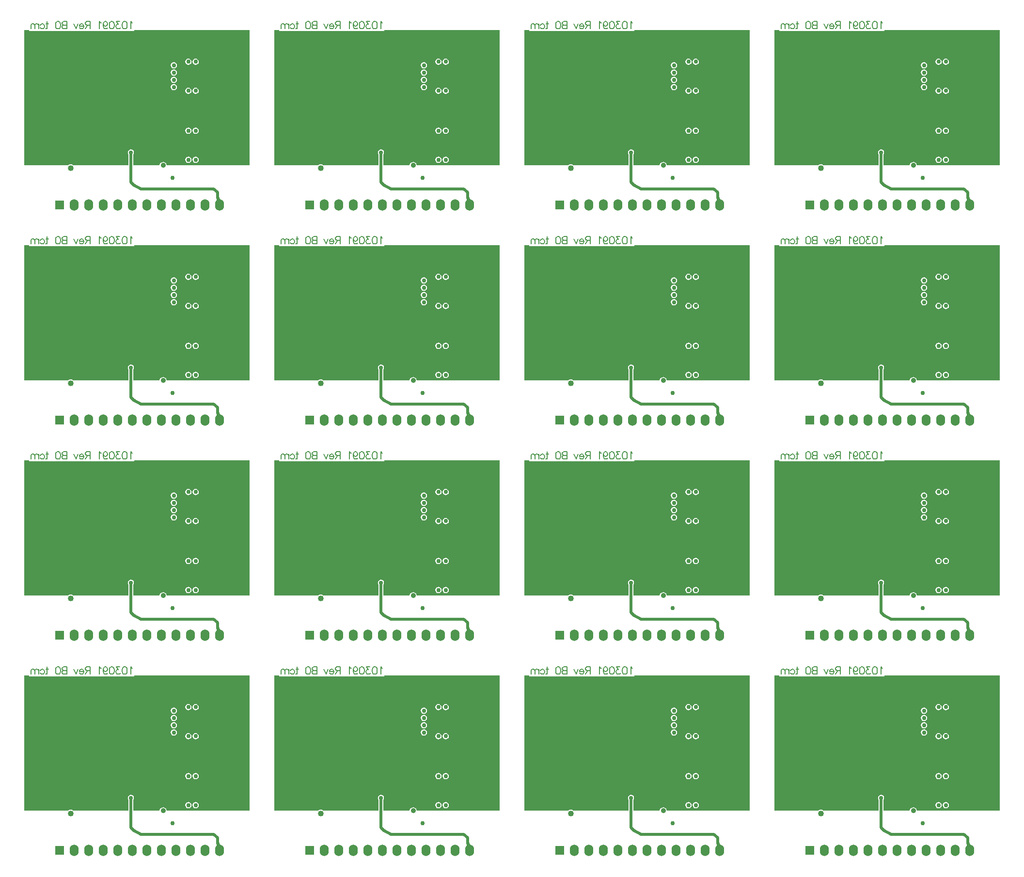
<source format=gbl>
G04*
G04 #@! TF.GenerationSoftware,Altium Limited,Altium Designer,18.1.9 (240)*
G04*
G04 Layer_Physical_Order=4*
G04 Layer_Color=16711680*
%FSLAX24Y24*%
%MOIN*%
G70*
G01*
G75*
%ADD23C,0.0200*%
%ADD25O,0.0600X0.0800*%
%ADD26R,0.0600X0.0600*%
%ADD27C,0.0400*%
%ADD28C,0.0300*%
%ADD29C,0.0350*%
%ADD30C,0.0100*%
%ADD31C,0.0080*%
G36*
X62529Y51316D02*
X62528Y51313D01*
X62527Y51307D01*
X62526Y51292D01*
X62525Y51240D01*
X62525Y51223D01*
X62325D01*
X62320Y51318D01*
X62530D01*
X62529Y51316D01*
D02*
G37*
G36*
X45329D02*
X45328Y51313D01*
X45327Y51307D01*
X45326Y51292D01*
X45325Y51240D01*
X45325Y51223D01*
X45125D01*
X45120Y51318D01*
X45330D01*
X45329Y51316D01*
D02*
G37*
G36*
X28129D02*
X28128Y51313D01*
X28127Y51307D01*
X28126Y51292D01*
X28125Y51240D01*
X28125Y51223D01*
X27925D01*
X27920Y51318D01*
X28130D01*
X28129Y51316D01*
D02*
G37*
G36*
X10929D02*
X10928Y51313D01*
X10927Y51307D01*
X10926Y51292D01*
X10925Y51240D01*
X10925Y51223D01*
X10725D01*
X10720Y51318D01*
X10930D01*
X10929Y51316D01*
D02*
G37*
G36*
X55425Y59840D02*
Y59800D01*
X62670D01*
Y59840D01*
X70580Y59840D01*
X70580Y50550D01*
X64880Y50550D01*
X64880Y50550D01*
X64861Y50642D01*
X64809Y50719D01*
X64732Y50771D01*
X64640Y50790D01*
X64548Y50771D01*
X64471Y50719D01*
X64419Y50642D01*
X64400Y50550D01*
X64400Y50550D01*
X62588D01*
Y51219D01*
X62590Y51223D01*
X62590Y51239D01*
X62591Y51288D01*
X62592Y51297D01*
X62623Y51343D01*
X62639Y51425D01*
X62623Y51507D01*
X62576Y51576D01*
X62507Y51623D01*
X62425Y51639D01*
X62343Y51623D01*
X62274Y51576D01*
X62227Y51507D01*
X62211Y51425D01*
X62227Y51343D01*
X62256Y51300D01*
X62260Y51220D01*
X62262Y51216D01*
Y50550D01*
X58460Y50550D01*
X58411Y50587D01*
X58348Y50613D01*
X58280Y50622D01*
X58212Y50613D01*
X58149Y50587D01*
X58101Y50550D01*
X55100D01*
X55100Y59840D01*
X55425D01*
D02*
G37*
G36*
X38225D02*
Y59800D01*
X45470D01*
Y59840D01*
X53380Y59840D01*
X53380Y50550D01*
X47680Y50550D01*
X47680Y50550D01*
X47661Y50642D01*
X47609Y50719D01*
X47532Y50771D01*
X47440Y50790D01*
X47348Y50771D01*
X47271Y50719D01*
X47219Y50642D01*
X47200Y50550D01*
X47200Y50550D01*
X45388D01*
Y51219D01*
X45390Y51223D01*
X45390Y51239D01*
X45391Y51288D01*
X45392Y51297D01*
X45423Y51343D01*
X45439Y51425D01*
X45423Y51507D01*
X45376Y51576D01*
X45307Y51623D01*
X45225Y51639D01*
X45143Y51623D01*
X45074Y51576D01*
X45027Y51507D01*
X45011Y51425D01*
X45027Y51343D01*
X45056Y51300D01*
X45060Y51220D01*
X45062Y51216D01*
Y50550D01*
X41259Y50550D01*
X41211Y50587D01*
X41148Y50613D01*
X41080Y50622D01*
X41012Y50613D01*
X40949Y50587D01*
X40901Y50550D01*
X37900D01*
X37900Y59840D01*
X38225D01*
D02*
G37*
G36*
X21025D02*
Y59800D01*
X28270D01*
Y59840D01*
X36180Y59840D01*
X36180Y50550D01*
X30480Y50550D01*
X30480Y50550D01*
X30461Y50642D01*
X30409Y50719D01*
X30332Y50771D01*
X30240Y50790D01*
X30148Y50771D01*
X30071Y50719D01*
X30019Y50642D01*
X30000Y50550D01*
X30000Y50550D01*
X28188D01*
Y51219D01*
X28190Y51223D01*
X28190Y51239D01*
X28191Y51288D01*
X28192Y51297D01*
X28223Y51343D01*
X28239Y51425D01*
X28223Y51507D01*
X28176Y51576D01*
X28107Y51623D01*
X28025Y51639D01*
X27943Y51623D01*
X27874Y51576D01*
X27827Y51507D01*
X27811Y51425D01*
X27827Y51343D01*
X27856Y51300D01*
X27860Y51220D01*
X27862Y51216D01*
Y50550D01*
X24059Y50550D01*
X24011Y50587D01*
X23948Y50613D01*
X23880Y50622D01*
X23812Y50613D01*
X23749Y50587D01*
X23701Y50550D01*
X20700D01*
X20700Y59840D01*
X21025D01*
D02*
G37*
G36*
X3825D02*
Y59800D01*
X11070D01*
Y59840D01*
X18980Y59840D01*
X18980Y50550D01*
X13280Y50550D01*
X13280Y50550D01*
X13261Y50642D01*
X13209Y50719D01*
X13132Y50771D01*
X13040Y50790D01*
X12948Y50771D01*
X12871Y50719D01*
X12819Y50642D01*
X12800Y50550D01*
X12800Y50550D01*
X10988D01*
Y51219D01*
X10990Y51223D01*
X10990Y51239D01*
X10991Y51288D01*
X10992Y51297D01*
X11023Y51343D01*
X11039Y51425D01*
X11023Y51507D01*
X10976Y51576D01*
X10907Y51623D01*
X10825Y51639D01*
X10743Y51623D01*
X10674Y51576D01*
X10627Y51507D01*
X10611Y51425D01*
X10627Y51343D01*
X10656Y51300D01*
X10660Y51220D01*
X10662Y51216D01*
Y50550D01*
X6859Y50550D01*
X6811Y50587D01*
X6748Y50613D01*
X6680Y50622D01*
X6612Y50613D01*
X6549Y50587D01*
X6501Y50550D01*
X3500D01*
X3500Y59840D01*
X3825D01*
D02*
G37*
G36*
X68492Y48371D02*
X68520Y48294D01*
X68535Y48263D01*
X68550Y48239D01*
X68566Y48220D01*
X68583Y48207D01*
X68600Y48200D01*
X68618Y48198D01*
X68636Y48202D01*
X68261Y48062D01*
X68278Y48071D01*
X68292Y48084D01*
X68302Y48103D01*
X68310Y48125D01*
X68315Y48152D01*
X68316Y48183D01*
X68314Y48219D01*
X68309Y48259D01*
X68301Y48304D01*
X68290Y48353D01*
X68480Y48419D01*
X68492Y48371D01*
D02*
G37*
G36*
X51292D02*
X51320Y48294D01*
X51335Y48263D01*
X51350Y48239D01*
X51366Y48220D01*
X51383Y48207D01*
X51400Y48200D01*
X51418Y48198D01*
X51436Y48202D01*
X51061Y48062D01*
X51078Y48071D01*
X51092Y48084D01*
X51102Y48103D01*
X51110Y48125D01*
X51115Y48152D01*
X51116Y48183D01*
X51114Y48219D01*
X51109Y48259D01*
X51101Y48304D01*
X51090Y48353D01*
X51280Y48419D01*
X51292Y48371D01*
D02*
G37*
G36*
X34092D02*
X34120Y48294D01*
X34135Y48263D01*
X34150Y48239D01*
X34166Y48220D01*
X34183Y48207D01*
X34200Y48200D01*
X34218Y48198D01*
X34236Y48202D01*
X33861Y48062D01*
X33878Y48071D01*
X33892Y48084D01*
X33902Y48103D01*
X33910Y48125D01*
X33915Y48152D01*
X33916Y48183D01*
X33914Y48219D01*
X33909Y48259D01*
X33901Y48304D01*
X33890Y48353D01*
X34080Y48419D01*
X34092Y48371D01*
D02*
G37*
G36*
X16892D02*
X16920Y48294D01*
X16935Y48263D01*
X16950Y48239D01*
X16966Y48220D01*
X16983Y48207D01*
X17000Y48200D01*
X17018Y48198D01*
X17036Y48202D01*
X16661Y48062D01*
X16678Y48071D01*
X16692Y48084D01*
X16702Y48103D01*
X16710Y48125D01*
X16715Y48152D01*
X16716Y48183D01*
X16714Y48219D01*
X16709Y48259D01*
X16701Y48304D01*
X16690Y48353D01*
X16880Y48419D01*
X16892Y48371D01*
D02*
G37*
G36*
X62529Y36516D02*
X62528Y36513D01*
X62527Y36507D01*
X62526Y36492D01*
X62525Y36440D01*
X62525Y36423D01*
X62325D01*
X62320Y36518D01*
X62530D01*
X62529Y36516D01*
D02*
G37*
G36*
X45329D02*
X45328Y36513D01*
X45327Y36507D01*
X45326Y36492D01*
X45325Y36440D01*
X45325Y36423D01*
X45125D01*
X45120Y36518D01*
X45330D01*
X45329Y36516D01*
D02*
G37*
G36*
X28129D02*
X28128Y36513D01*
X28127Y36507D01*
X28126Y36492D01*
X28125Y36440D01*
X28125Y36423D01*
X27925D01*
X27920Y36518D01*
X28130D01*
X28129Y36516D01*
D02*
G37*
G36*
X10929D02*
X10928Y36513D01*
X10927Y36507D01*
X10926Y36492D01*
X10925Y36440D01*
X10925Y36423D01*
X10725D01*
X10720Y36518D01*
X10930D01*
X10929Y36516D01*
D02*
G37*
G36*
X55425Y45040D02*
Y45000D01*
X62670D01*
Y45040D01*
X70580Y45040D01*
X70580Y35750D01*
X64880Y35750D01*
X64880Y35750D01*
X64861Y35842D01*
X64809Y35919D01*
X64732Y35971D01*
X64640Y35990D01*
X64548Y35971D01*
X64471Y35919D01*
X64419Y35842D01*
X64400Y35750D01*
X64400Y35750D01*
X62588D01*
Y36419D01*
X62590Y36423D01*
X62590Y36439D01*
X62591Y36488D01*
X62592Y36497D01*
X62623Y36543D01*
X62639Y36625D01*
X62623Y36707D01*
X62576Y36776D01*
X62507Y36823D01*
X62425Y36839D01*
X62343Y36823D01*
X62274Y36776D01*
X62227Y36707D01*
X62211Y36625D01*
X62227Y36543D01*
X62256Y36500D01*
X62260Y36420D01*
X62262Y36416D01*
Y35750D01*
X58460Y35750D01*
X58411Y35787D01*
X58348Y35813D01*
X58280Y35822D01*
X58212Y35813D01*
X58149Y35787D01*
X58101Y35750D01*
X55100D01*
X55100Y45040D01*
X55425D01*
D02*
G37*
G36*
X38225D02*
Y45000D01*
X45470D01*
Y45040D01*
X53380Y45040D01*
X53380Y35750D01*
X47680Y35750D01*
X47680Y35750D01*
X47661Y35842D01*
X47609Y35919D01*
X47532Y35971D01*
X47440Y35990D01*
X47348Y35971D01*
X47271Y35919D01*
X47219Y35842D01*
X47200Y35750D01*
X47200Y35750D01*
X45388D01*
Y36419D01*
X45390Y36423D01*
X45390Y36439D01*
X45391Y36488D01*
X45392Y36497D01*
X45423Y36543D01*
X45439Y36625D01*
X45423Y36707D01*
X45376Y36776D01*
X45307Y36823D01*
X45225Y36839D01*
X45143Y36823D01*
X45074Y36776D01*
X45027Y36707D01*
X45011Y36625D01*
X45027Y36543D01*
X45056Y36500D01*
X45060Y36420D01*
X45062Y36416D01*
Y35750D01*
X41259Y35750D01*
X41211Y35787D01*
X41148Y35813D01*
X41080Y35822D01*
X41012Y35813D01*
X40949Y35787D01*
X40901Y35750D01*
X37900D01*
X37900Y45040D01*
X38225D01*
D02*
G37*
G36*
X21025D02*
Y45000D01*
X28270D01*
Y45040D01*
X36180Y45040D01*
X36180Y35750D01*
X30480Y35750D01*
X30480Y35750D01*
X30461Y35842D01*
X30409Y35919D01*
X30332Y35971D01*
X30240Y35990D01*
X30148Y35971D01*
X30071Y35919D01*
X30019Y35842D01*
X30000Y35750D01*
X30000Y35750D01*
X28188D01*
Y36419D01*
X28190Y36423D01*
X28190Y36439D01*
X28191Y36488D01*
X28192Y36497D01*
X28223Y36543D01*
X28239Y36625D01*
X28223Y36707D01*
X28176Y36776D01*
X28107Y36823D01*
X28025Y36839D01*
X27943Y36823D01*
X27874Y36776D01*
X27827Y36707D01*
X27811Y36625D01*
X27827Y36543D01*
X27856Y36500D01*
X27860Y36420D01*
X27862Y36416D01*
Y35750D01*
X24059Y35750D01*
X24011Y35787D01*
X23948Y35813D01*
X23880Y35822D01*
X23812Y35813D01*
X23749Y35787D01*
X23701Y35750D01*
X20700D01*
X20700Y45040D01*
X21025D01*
D02*
G37*
G36*
X3825D02*
Y45000D01*
X11070D01*
Y45040D01*
X18980Y45040D01*
X18980Y35750D01*
X13280Y35750D01*
X13280Y35750D01*
X13261Y35842D01*
X13209Y35919D01*
X13132Y35971D01*
X13040Y35990D01*
X12948Y35971D01*
X12871Y35919D01*
X12819Y35842D01*
X12800Y35750D01*
X12800Y35750D01*
X10988D01*
Y36419D01*
X10990Y36423D01*
X10990Y36439D01*
X10991Y36488D01*
X10992Y36497D01*
X11023Y36543D01*
X11039Y36625D01*
X11023Y36707D01*
X10976Y36776D01*
X10907Y36823D01*
X10825Y36839D01*
X10743Y36823D01*
X10674Y36776D01*
X10627Y36707D01*
X10611Y36625D01*
X10627Y36543D01*
X10656Y36500D01*
X10660Y36420D01*
X10662Y36416D01*
Y35750D01*
X6859Y35750D01*
X6811Y35787D01*
X6748Y35813D01*
X6680Y35822D01*
X6612Y35813D01*
X6549Y35787D01*
X6501Y35750D01*
X3500D01*
X3500Y45040D01*
X3825D01*
D02*
G37*
G36*
X68492Y33571D02*
X68520Y33494D01*
X68535Y33463D01*
X68550Y33439D01*
X68566Y33420D01*
X68583Y33407D01*
X68600Y33400D01*
X68618Y33398D01*
X68636Y33402D01*
X68261Y33262D01*
X68278Y33271D01*
X68292Y33284D01*
X68302Y33303D01*
X68310Y33325D01*
X68315Y33352D01*
X68316Y33383D01*
X68314Y33419D01*
X68309Y33459D01*
X68301Y33504D01*
X68290Y33553D01*
X68480Y33619D01*
X68492Y33571D01*
D02*
G37*
G36*
X51292D02*
X51320Y33494D01*
X51335Y33463D01*
X51350Y33439D01*
X51366Y33420D01*
X51383Y33407D01*
X51400Y33400D01*
X51418Y33398D01*
X51436Y33402D01*
X51061Y33262D01*
X51078Y33271D01*
X51092Y33284D01*
X51102Y33303D01*
X51110Y33325D01*
X51115Y33352D01*
X51116Y33383D01*
X51114Y33419D01*
X51109Y33459D01*
X51101Y33504D01*
X51090Y33553D01*
X51280Y33619D01*
X51292Y33571D01*
D02*
G37*
G36*
X34092D02*
X34120Y33494D01*
X34135Y33463D01*
X34150Y33439D01*
X34166Y33420D01*
X34183Y33407D01*
X34200Y33400D01*
X34218Y33398D01*
X34236Y33402D01*
X33861Y33262D01*
X33878Y33271D01*
X33892Y33284D01*
X33902Y33303D01*
X33910Y33325D01*
X33915Y33352D01*
X33916Y33383D01*
X33914Y33419D01*
X33909Y33459D01*
X33901Y33504D01*
X33890Y33553D01*
X34080Y33619D01*
X34092Y33571D01*
D02*
G37*
G36*
X16892D02*
X16920Y33494D01*
X16935Y33463D01*
X16950Y33439D01*
X16966Y33420D01*
X16983Y33407D01*
X17000Y33400D01*
X17018Y33398D01*
X17036Y33402D01*
X16661Y33262D01*
X16678Y33271D01*
X16692Y33284D01*
X16702Y33303D01*
X16710Y33325D01*
X16715Y33352D01*
X16716Y33383D01*
X16714Y33419D01*
X16709Y33459D01*
X16701Y33504D01*
X16690Y33553D01*
X16880Y33619D01*
X16892Y33571D01*
D02*
G37*
G36*
X62529Y21716D02*
X62528Y21713D01*
X62527Y21707D01*
X62526Y21692D01*
X62525Y21640D01*
X62525Y21623D01*
X62325D01*
X62320Y21718D01*
X62530D01*
X62529Y21716D01*
D02*
G37*
G36*
X45329D02*
X45328Y21713D01*
X45327Y21707D01*
X45326Y21692D01*
X45325Y21640D01*
X45325Y21623D01*
X45125D01*
X45120Y21718D01*
X45330D01*
X45329Y21716D01*
D02*
G37*
G36*
X28129D02*
X28128Y21713D01*
X28127Y21707D01*
X28126Y21692D01*
X28125Y21640D01*
X28125Y21623D01*
X27925D01*
X27920Y21718D01*
X28130D01*
X28129Y21716D01*
D02*
G37*
G36*
X10929D02*
X10928Y21713D01*
X10927Y21707D01*
X10926Y21692D01*
X10925Y21640D01*
X10925Y21623D01*
X10725D01*
X10720Y21718D01*
X10930D01*
X10929Y21716D01*
D02*
G37*
G36*
X55425Y30240D02*
Y30200D01*
X62670D01*
Y30240D01*
X70580Y30240D01*
X70580Y20950D01*
X64880Y20950D01*
X64880Y20950D01*
X64861Y21042D01*
X64809Y21119D01*
X64732Y21171D01*
X64640Y21190D01*
X64548Y21171D01*
X64471Y21119D01*
X64419Y21042D01*
X64400Y20950D01*
X64400Y20950D01*
X62588D01*
Y21619D01*
X62590Y21623D01*
X62590Y21639D01*
X62591Y21688D01*
X62592Y21697D01*
X62623Y21743D01*
X62639Y21825D01*
X62623Y21907D01*
X62576Y21976D01*
X62507Y22023D01*
X62425Y22039D01*
X62343Y22023D01*
X62274Y21976D01*
X62227Y21907D01*
X62211Y21825D01*
X62227Y21743D01*
X62256Y21700D01*
X62260Y21620D01*
X62262Y21616D01*
Y20950D01*
X58460Y20950D01*
X58411Y20987D01*
X58348Y21013D01*
X58280Y21022D01*
X58212Y21013D01*
X58149Y20987D01*
X58101Y20950D01*
X55100D01*
X55100Y30240D01*
X55425D01*
D02*
G37*
G36*
X38225D02*
Y30200D01*
X45470D01*
Y30240D01*
X53380Y30240D01*
X53380Y20950D01*
X47680Y20950D01*
X47680Y20950D01*
X47661Y21042D01*
X47609Y21119D01*
X47532Y21171D01*
X47440Y21190D01*
X47348Y21171D01*
X47271Y21119D01*
X47219Y21042D01*
X47200Y20950D01*
X47200Y20950D01*
X45388D01*
Y21619D01*
X45390Y21623D01*
X45390Y21639D01*
X45391Y21688D01*
X45392Y21697D01*
X45423Y21743D01*
X45439Y21825D01*
X45423Y21907D01*
X45376Y21976D01*
X45307Y22023D01*
X45225Y22039D01*
X45143Y22023D01*
X45074Y21976D01*
X45027Y21907D01*
X45011Y21825D01*
X45027Y21743D01*
X45056Y21700D01*
X45060Y21620D01*
X45062Y21616D01*
Y20950D01*
X41259Y20950D01*
X41211Y20987D01*
X41148Y21013D01*
X41080Y21022D01*
X41012Y21013D01*
X40949Y20987D01*
X40901Y20950D01*
X37900D01*
X37900Y30240D01*
X38225D01*
D02*
G37*
G36*
X21025D02*
Y30200D01*
X28270D01*
Y30240D01*
X36180Y30240D01*
X36180Y20950D01*
X30480Y20950D01*
X30480Y20950D01*
X30461Y21042D01*
X30409Y21119D01*
X30332Y21171D01*
X30240Y21190D01*
X30148Y21171D01*
X30071Y21119D01*
X30019Y21042D01*
X30000Y20950D01*
X30000Y20950D01*
X28188D01*
Y21619D01*
X28190Y21623D01*
X28190Y21639D01*
X28191Y21688D01*
X28192Y21697D01*
X28223Y21743D01*
X28239Y21825D01*
X28223Y21907D01*
X28176Y21976D01*
X28107Y22023D01*
X28025Y22039D01*
X27943Y22023D01*
X27874Y21976D01*
X27827Y21907D01*
X27811Y21825D01*
X27827Y21743D01*
X27856Y21700D01*
X27860Y21620D01*
X27862Y21616D01*
Y20950D01*
X24059Y20950D01*
X24011Y20987D01*
X23948Y21013D01*
X23880Y21022D01*
X23812Y21013D01*
X23749Y20987D01*
X23701Y20950D01*
X20700D01*
X20700Y30240D01*
X21025D01*
D02*
G37*
G36*
X3825D02*
Y30200D01*
X11070D01*
Y30240D01*
X18980Y30240D01*
X18980Y20950D01*
X13280Y20950D01*
X13280Y20950D01*
X13261Y21042D01*
X13209Y21119D01*
X13132Y21171D01*
X13040Y21190D01*
X12948Y21171D01*
X12871Y21119D01*
X12819Y21042D01*
X12800Y20950D01*
X12800Y20950D01*
X10988D01*
Y21619D01*
X10990Y21623D01*
X10990Y21639D01*
X10991Y21688D01*
X10992Y21697D01*
X11023Y21743D01*
X11039Y21825D01*
X11023Y21907D01*
X10976Y21976D01*
X10907Y22023D01*
X10825Y22039D01*
X10743Y22023D01*
X10674Y21976D01*
X10627Y21907D01*
X10611Y21825D01*
X10627Y21743D01*
X10656Y21700D01*
X10660Y21620D01*
X10662Y21616D01*
Y20950D01*
X6859Y20950D01*
X6811Y20987D01*
X6748Y21013D01*
X6680Y21022D01*
X6612Y21013D01*
X6549Y20987D01*
X6501Y20950D01*
X3500D01*
X3500Y30240D01*
X3825D01*
D02*
G37*
G36*
X68492Y18771D02*
X68520Y18694D01*
X68535Y18663D01*
X68550Y18639D01*
X68566Y18620D01*
X68583Y18607D01*
X68600Y18600D01*
X68618Y18598D01*
X68636Y18602D01*
X68261Y18462D01*
X68278Y18471D01*
X68292Y18484D01*
X68302Y18503D01*
X68310Y18525D01*
X68315Y18552D01*
X68316Y18583D01*
X68314Y18619D01*
X68309Y18659D01*
X68301Y18704D01*
X68290Y18753D01*
X68480Y18819D01*
X68492Y18771D01*
D02*
G37*
G36*
X51292D02*
X51320Y18694D01*
X51335Y18663D01*
X51350Y18639D01*
X51366Y18620D01*
X51383Y18607D01*
X51400Y18600D01*
X51418Y18598D01*
X51436Y18602D01*
X51061Y18462D01*
X51078Y18471D01*
X51092Y18484D01*
X51102Y18503D01*
X51110Y18525D01*
X51115Y18552D01*
X51116Y18583D01*
X51114Y18619D01*
X51109Y18659D01*
X51101Y18704D01*
X51090Y18753D01*
X51280Y18819D01*
X51292Y18771D01*
D02*
G37*
G36*
X34092D02*
X34120Y18694D01*
X34135Y18663D01*
X34150Y18639D01*
X34166Y18620D01*
X34183Y18607D01*
X34200Y18600D01*
X34218Y18598D01*
X34236Y18602D01*
X33861Y18462D01*
X33878Y18471D01*
X33892Y18484D01*
X33902Y18503D01*
X33910Y18525D01*
X33915Y18552D01*
X33916Y18583D01*
X33914Y18619D01*
X33909Y18659D01*
X33901Y18704D01*
X33890Y18753D01*
X34080Y18819D01*
X34092Y18771D01*
D02*
G37*
G36*
X16892D02*
X16920Y18694D01*
X16935Y18663D01*
X16950Y18639D01*
X16966Y18620D01*
X16983Y18607D01*
X17000Y18600D01*
X17018Y18598D01*
X17036Y18602D01*
X16661Y18462D01*
X16678Y18471D01*
X16692Y18484D01*
X16702Y18503D01*
X16710Y18525D01*
X16715Y18552D01*
X16716Y18583D01*
X16714Y18619D01*
X16709Y18659D01*
X16701Y18704D01*
X16690Y18753D01*
X16880Y18819D01*
X16892Y18771D01*
D02*
G37*
G36*
X62529Y6916D02*
X62528Y6913D01*
X62527Y6907D01*
X62526Y6892D01*
X62525Y6840D01*
X62525Y6823D01*
X62325D01*
X62320Y6918D01*
X62530D01*
X62529Y6916D01*
D02*
G37*
G36*
X45329D02*
X45328Y6913D01*
X45327Y6907D01*
X45326Y6892D01*
X45325Y6840D01*
X45325Y6823D01*
X45125D01*
X45120Y6918D01*
X45330D01*
X45329Y6916D01*
D02*
G37*
G36*
X28129D02*
X28128Y6913D01*
X28127Y6907D01*
X28126Y6892D01*
X28125Y6840D01*
X28125Y6823D01*
X27925D01*
X27920Y6918D01*
X28130D01*
X28129Y6916D01*
D02*
G37*
G36*
X10929D02*
X10928Y6913D01*
X10927Y6907D01*
X10926Y6892D01*
X10925Y6840D01*
X10925Y6823D01*
X10725D01*
X10720Y6918D01*
X10930D01*
X10929Y6916D01*
D02*
G37*
G36*
X55425Y15440D02*
Y15400D01*
X62670D01*
Y15440D01*
X70580Y15440D01*
X70580Y6150D01*
X64880Y6150D01*
X64880Y6150D01*
X64861Y6242D01*
X64809Y6319D01*
X64732Y6371D01*
X64640Y6390D01*
X64548Y6371D01*
X64471Y6319D01*
X64419Y6242D01*
X64400Y6150D01*
X64400Y6150D01*
X62588D01*
Y6819D01*
X62590Y6823D01*
X62590Y6839D01*
X62591Y6888D01*
X62592Y6897D01*
X62623Y6943D01*
X62639Y7025D01*
X62623Y7107D01*
X62576Y7176D01*
X62507Y7223D01*
X62425Y7239D01*
X62343Y7223D01*
X62274Y7176D01*
X62227Y7107D01*
X62211Y7025D01*
X62227Y6943D01*
X62256Y6900D01*
X62260Y6820D01*
X62262Y6816D01*
Y6150D01*
X58460Y6150D01*
X58411Y6187D01*
X58348Y6213D01*
X58280Y6222D01*
X58212Y6213D01*
X58149Y6187D01*
X58101Y6150D01*
X55100D01*
X55100Y15440D01*
X55425D01*
D02*
G37*
G36*
X38225D02*
Y15400D01*
X45470D01*
Y15440D01*
X53380Y15440D01*
X53380Y6150D01*
X47680Y6150D01*
X47680Y6150D01*
X47661Y6242D01*
X47609Y6319D01*
X47532Y6371D01*
X47440Y6390D01*
X47348Y6371D01*
X47271Y6319D01*
X47219Y6242D01*
X47200Y6150D01*
X47200Y6150D01*
X45388D01*
Y6819D01*
X45390Y6823D01*
X45390Y6839D01*
X45391Y6888D01*
X45392Y6897D01*
X45423Y6943D01*
X45439Y7025D01*
X45423Y7107D01*
X45376Y7176D01*
X45307Y7223D01*
X45225Y7239D01*
X45143Y7223D01*
X45074Y7176D01*
X45027Y7107D01*
X45011Y7025D01*
X45027Y6943D01*
X45056Y6900D01*
X45060Y6820D01*
X45062Y6816D01*
Y6150D01*
X41259Y6150D01*
X41211Y6187D01*
X41148Y6213D01*
X41080Y6222D01*
X41012Y6213D01*
X40949Y6187D01*
X40901Y6150D01*
X37900D01*
X37900Y15440D01*
X38225D01*
D02*
G37*
G36*
X21025D02*
Y15400D01*
X28270D01*
Y15440D01*
X36180Y15440D01*
X36180Y6150D01*
X30480Y6150D01*
X30480Y6150D01*
X30461Y6242D01*
X30409Y6319D01*
X30332Y6371D01*
X30240Y6390D01*
X30148Y6371D01*
X30071Y6319D01*
X30019Y6242D01*
X30000Y6150D01*
X30000Y6150D01*
X28188D01*
Y6819D01*
X28190Y6823D01*
X28190Y6839D01*
X28191Y6888D01*
X28192Y6897D01*
X28223Y6943D01*
X28239Y7025D01*
X28223Y7107D01*
X28176Y7176D01*
X28107Y7223D01*
X28025Y7239D01*
X27943Y7223D01*
X27874Y7176D01*
X27827Y7107D01*
X27811Y7025D01*
X27827Y6943D01*
X27856Y6900D01*
X27860Y6820D01*
X27862Y6816D01*
Y6150D01*
X24059Y6150D01*
X24011Y6187D01*
X23948Y6213D01*
X23880Y6222D01*
X23812Y6213D01*
X23749Y6187D01*
X23701Y6150D01*
X20700D01*
X20700Y15440D01*
X21025D01*
D02*
G37*
G36*
X3825D02*
Y15400D01*
X11070D01*
Y15440D01*
X18980Y15440D01*
X18980Y6150D01*
X13280Y6150D01*
X13280Y6150D01*
X13261Y6242D01*
X13209Y6319D01*
X13132Y6371D01*
X13040Y6390D01*
X12948Y6371D01*
X12871Y6319D01*
X12819Y6242D01*
X12800Y6150D01*
X12800Y6150D01*
X10988D01*
Y6819D01*
X10990Y6823D01*
X10990Y6839D01*
X10991Y6888D01*
X10992Y6897D01*
X11023Y6943D01*
X11039Y7025D01*
X11023Y7107D01*
X10976Y7176D01*
X10907Y7223D01*
X10825Y7239D01*
X10743Y7223D01*
X10674Y7176D01*
X10627Y7107D01*
X10611Y7025D01*
X10627Y6943D01*
X10656Y6900D01*
X10660Y6820D01*
X10662Y6816D01*
Y6150D01*
X6859Y6150D01*
X6811Y6187D01*
X6748Y6213D01*
X6680Y6222D01*
X6612Y6213D01*
X6549Y6187D01*
X6501Y6150D01*
X3500D01*
X3500Y15440D01*
X3825D01*
D02*
G37*
G36*
X68492Y3971D02*
X68520Y3894D01*
X68535Y3863D01*
X68550Y3839D01*
X68566Y3820D01*
X68583Y3807D01*
X68600Y3800D01*
X68618Y3798D01*
X68636Y3802D01*
X68261Y3662D01*
X68278Y3671D01*
X68292Y3684D01*
X68302Y3703D01*
X68310Y3725D01*
X68315Y3752D01*
X68316Y3783D01*
X68314Y3819D01*
X68309Y3859D01*
X68301Y3904D01*
X68290Y3953D01*
X68480Y4019D01*
X68492Y3971D01*
D02*
G37*
G36*
X51292D02*
X51320Y3894D01*
X51335Y3863D01*
X51350Y3839D01*
X51366Y3820D01*
X51383Y3807D01*
X51400Y3800D01*
X51418Y3798D01*
X51436Y3802D01*
X51061Y3662D01*
X51078Y3671D01*
X51092Y3684D01*
X51102Y3703D01*
X51110Y3725D01*
X51115Y3752D01*
X51116Y3783D01*
X51114Y3819D01*
X51109Y3859D01*
X51101Y3904D01*
X51090Y3953D01*
X51280Y4019D01*
X51292Y3971D01*
D02*
G37*
G36*
X34092D02*
X34120Y3894D01*
X34135Y3863D01*
X34150Y3839D01*
X34166Y3820D01*
X34183Y3807D01*
X34200Y3800D01*
X34218Y3798D01*
X34236Y3802D01*
X33861Y3662D01*
X33878Y3671D01*
X33892Y3684D01*
X33902Y3703D01*
X33910Y3725D01*
X33915Y3752D01*
X33916Y3783D01*
X33914Y3819D01*
X33909Y3859D01*
X33901Y3904D01*
X33890Y3953D01*
X34080Y4019D01*
X34092Y3971D01*
D02*
G37*
G36*
X16892D02*
X16920Y3894D01*
X16935Y3863D01*
X16950Y3839D01*
X16966Y3820D01*
X16983Y3807D01*
X17000Y3800D01*
X17018Y3798D01*
X17036Y3802D01*
X16661Y3662D01*
X16678Y3671D01*
X16692Y3684D01*
X16702Y3703D01*
X16710Y3725D01*
X16715Y3752D01*
X16716Y3783D01*
X16714Y3819D01*
X16709Y3859D01*
X16701Y3904D01*
X16690Y3953D01*
X16880Y4019D01*
X16892Y3971D01*
D02*
G37*
%LPC*%
G36*
X66875Y57889D02*
X66793Y57873D01*
X66724Y57826D01*
X66677Y57757D01*
X66661Y57675D01*
X66677Y57593D01*
X66724Y57524D01*
X66793Y57477D01*
X66875Y57461D01*
X66957Y57477D01*
X67026Y57524D01*
X67073Y57593D01*
X67089Y57675D01*
X67073Y57757D01*
X67026Y57826D01*
X66957Y57873D01*
X66875Y57889D01*
D02*
G37*
G36*
X66375D02*
X66293Y57873D01*
X66224Y57826D01*
X66177Y57757D01*
X66161Y57675D01*
X66177Y57593D01*
X66224Y57524D01*
X66293Y57477D01*
X66375Y57461D01*
X66457Y57477D01*
X66526Y57524D01*
X66573Y57593D01*
X66589Y57675D01*
X66573Y57757D01*
X66526Y57826D01*
X66457Y57873D01*
X66375Y57889D01*
D02*
G37*
G36*
X65375Y57639D02*
X65293Y57623D01*
X65224Y57576D01*
X65177Y57507D01*
X65161Y57425D01*
X65177Y57343D01*
X65224Y57274D01*
X65293Y57227D01*
X65375Y57211D01*
X65457Y57227D01*
X65526Y57274D01*
X65573Y57343D01*
X65589Y57425D01*
X65573Y57507D01*
X65526Y57576D01*
X65457Y57623D01*
X65375Y57639D01*
D02*
G37*
G36*
Y57139D02*
X65293Y57123D01*
X65224Y57076D01*
X65177Y57007D01*
X65161Y56925D01*
X65177Y56843D01*
X65224Y56774D01*
X65293Y56727D01*
X65375Y56711D01*
X65457Y56727D01*
X65526Y56774D01*
X65573Y56843D01*
X65589Y56925D01*
X65573Y57007D01*
X65526Y57076D01*
X65457Y57123D01*
X65375Y57139D01*
D02*
G37*
G36*
Y56639D02*
X65293Y56623D01*
X65224Y56576D01*
X65177Y56507D01*
X65161Y56425D01*
X65177Y56343D01*
X65224Y56274D01*
X65293Y56227D01*
X65375Y56211D01*
X65457Y56227D01*
X65526Y56274D01*
X65573Y56343D01*
X65589Y56425D01*
X65573Y56507D01*
X65526Y56576D01*
X65457Y56623D01*
X65375Y56639D01*
D02*
G37*
G36*
Y56139D02*
X65293Y56123D01*
X65224Y56076D01*
X65177Y56007D01*
X65161Y55925D01*
X65177Y55843D01*
X65224Y55774D01*
X65293Y55727D01*
X65375Y55711D01*
X65457Y55727D01*
X65526Y55774D01*
X65573Y55843D01*
X65589Y55925D01*
X65573Y56007D01*
X65526Y56076D01*
X65457Y56123D01*
X65375Y56139D01*
D02*
G37*
G36*
X66875Y55889D02*
X66793Y55873D01*
X66724Y55826D01*
X66677Y55757D01*
X66661Y55675D01*
X66677Y55593D01*
X66724Y55524D01*
X66793Y55477D01*
X66875Y55461D01*
X66957Y55477D01*
X67026Y55524D01*
X67073Y55593D01*
X67089Y55675D01*
X67073Y55757D01*
X67026Y55826D01*
X66957Y55873D01*
X66875Y55889D01*
D02*
G37*
G36*
X66375D02*
X66293Y55873D01*
X66224Y55826D01*
X66177Y55757D01*
X66161Y55675D01*
X66177Y55593D01*
X66224Y55524D01*
X66293Y55477D01*
X66375Y55461D01*
X66457Y55477D01*
X66526Y55524D01*
X66573Y55593D01*
X66589Y55675D01*
X66573Y55757D01*
X66526Y55826D01*
X66457Y55873D01*
X66375Y55889D01*
D02*
G37*
G36*
X66875Y53139D02*
X66793Y53123D01*
X66724Y53076D01*
X66677Y53007D01*
X66661Y52925D01*
X66677Y52843D01*
X66724Y52774D01*
X66793Y52727D01*
X66875Y52711D01*
X66957Y52727D01*
X67026Y52774D01*
X67073Y52843D01*
X67089Y52925D01*
X67073Y53007D01*
X67026Y53076D01*
X66957Y53123D01*
X66875Y53139D01*
D02*
G37*
G36*
X66375D02*
X66293Y53123D01*
X66224Y53076D01*
X66177Y53007D01*
X66161Y52925D01*
X66177Y52843D01*
X66224Y52774D01*
X66293Y52727D01*
X66375Y52711D01*
X66457Y52727D01*
X66526Y52774D01*
X66573Y52843D01*
X66589Y52925D01*
X66573Y53007D01*
X66526Y53076D01*
X66457Y53123D01*
X66375Y53139D01*
D02*
G37*
G36*
X66875Y51139D02*
X66793Y51123D01*
X66724Y51076D01*
X66677Y51007D01*
X66661Y50925D01*
X66677Y50843D01*
X66724Y50774D01*
X66793Y50727D01*
X66875Y50711D01*
X66957Y50727D01*
X67026Y50774D01*
X67073Y50843D01*
X67089Y50925D01*
X67073Y51007D01*
X67026Y51076D01*
X66957Y51123D01*
X66875Y51139D01*
D02*
G37*
G36*
X66375D02*
X66293Y51123D01*
X66224Y51076D01*
X66177Y51007D01*
X66161Y50925D01*
X66177Y50843D01*
X66224Y50774D01*
X66293Y50727D01*
X66375Y50711D01*
X66457Y50727D01*
X66526Y50774D01*
X66573Y50843D01*
X66589Y50925D01*
X66573Y51007D01*
X66526Y51076D01*
X66457Y51123D01*
X66375Y51139D01*
D02*
G37*
G36*
X49675Y57889D02*
X49593Y57873D01*
X49524Y57826D01*
X49477Y57757D01*
X49461Y57675D01*
X49477Y57593D01*
X49524Y57524D01*
X49593Y57477D01*
X49675Y57461D01*
X49757Y57477D01*
X49826Y57524D01*
X49873Y57593D01*
X49889Y57675D01*
X49873Y57757D01*
X49826Y57826D01*
X49757Y57873D01*
X49675Y57889D01*
D02*
G37*
G36*
X49175D02*
X49093Y57873D01*
X49024Y57826D01*
X48977Y57757D01*
X48961Y57675D01*
X48977Y57593D01*
X49024Y57524D01*
X49093Y57477D01*
X49175Y57461D01*
X49257Y57477D01*
X49326Y57524D01*
X49373Y57593D01*
X49389Y57675D01*
X49373Y57757D01*
X49326Y57826D01*
X49257Y57873D01*
X49175Y57889D01*
D02*
G37*
G36*
X48175Y57639D02*
X48093Y57623D01*
X48024Y57576D01*
X47977Y57507D01*
X47961Y57425D01*
X47977Y57343D01*
X48024Y57274D01*
X48093Y57227D01*
X48175Y57211D01*
X48257Y57227D01*
X48326Y57274D01*
X48373Y57343D01*
X48389Y57425D01*
X48373Y57507D01*
X48326Y57576D01*
X48257Y57623D01*
X48175Y57639D01*
D02*
G37*
G36*
Y57139D02*
X48093Y57123D01*
X48024Y57076D01*
X47977Y57007D01*
X47961Y56925D01*
X47977Y56843D01*
X48024Y56774D01*
X48093Y56727D01*
X48175Y56711D01*
X48257Y56727D01*
X48326Y56774D01*
X48373Y56843D01*
X48389Y56925D01*
X48373Y57007D01*
X48326Y57076D01*
X48257Y57123D01*
X48175Y57139D01*
D02*
G37*
G36*
Y56639D02*
X48093Y56623D01*
X48024Y56576D01*
X47977Y56507D01*
X47961Y56425D01*
X47977Y56343D01*
X48024Y56274D01*
X48093Y56227D01*
X48175Y56211D01*
X48257Y56227D01*
X48326Y56274D01*
X48373Y56343D01*
X48389Y56425D01*
X48373Y56507D01*
X48326Y56576D01*
X48257Y56623D01*
X48175Y56639D01*
D02*
G37*
G36*
Y56139D02*
X48093Y56123D01*
X48024Y56076D01*
X47977Y56007D01*
X47961Y55925D01*
X47977Y55843D01*
X48024Y55774D01*
X48093Y55727D01*
X48175Y55711D01*
X48257Y55727D01*
X48326Y55774D01*
X48373Y55843D01*
X48389Y55925D01*
X48373Y56007D01*
X48326Y56076D01*
X48257Y56123D01*
X48175Y56139D01*
D02*
G37*
G36*
X49675Y55889D02*
X49593Y55873D01*
X49524Y55826D01*
X49477Y55757D01*
X49461Y55675D01*
X49477Y55593D01*
X49524Y55524D01*
X49593Y55477D01*
X49675Y55461D01*
X49757Y55477D01*
X49826Y55524D01*
X49873Y55593D01*
X49889Y55675D01*
X49873Y55757D01*
X49826Y55826D01*
X49757Y55873D01*
X49675Y55889D01*
D02*
G37*
G36*
X49175D02*
X49093Y55873D01*
X49024Y55826D01*
X48977Y55757D01*
X48961Y55675D01*
X48977Y55593D01*
X49024Y55524D01*
X49093Y55477D01*
X49175Y55461D01*
X49257Y55477D01*
X49326Y55524D01*
X49373Y55593D01*
X49389Y55675D01*
X49373Y55757D01*
X49326Y55826D01*
X49257Y55873D01*
X49175Y55889D01*
D02*
G37*
G36*
X49675Y53139D02*
X49593Y53123D01*
X49524Y53076D01*
X49477Y53007D01*
X49461Y52925D01*
X49477Y52843D01*
X49524Y52774D01*
X49593Y52727D01*
X49675Y52711D01*
X49757Y52727D01*
X49826Y52774D01*
X49873Y52843D01*
X49889Y52925D01*
X49873Y53007D01*
X49826Y53076D01*
X49757Y53123D01*
X49675Y53139D01*
D02*
G37*
G36*
X49175D02*
X49093Y53123D01*
X49024Y53076D01*
X48977Y53007D01*
X48961Y52925D01*
X48977Y52843D01*
X49024Y52774D01*
X49093Y52727D01*
X49175Y52711D01*
X49257Y52727D01*
X49326Y52774D01*
X49373Y52843D01*
X49389Y52925D01*
X49373Y53007D01*
X49326Y53076D01*
X49257Y53123D01*
X49175Y53139D01*
D02*
G37*
G36*
X49675Y51139D02*
X49593Y51123D01*
X49524Y51076D01*
X49477Y51007D01*
X49461Y50925D01*
X49477Y50843D01*
X49524Y50774D01*
X49593Y50727D01*
X49675Y50711D01*
X49757Y50727D01*
X49826Y50774D01*
X49873Y50843D01*
X49889Y50925D01*
X49873Y51007D01*
X49826Y51076D01*
X49757Y51123D01*
X49675Y51139D01*
D02*
G37*
G36*
X49175D02*
X49093Y51123D01*
X49024Y51076D01*
X48977Y51007D01*
X48961Y50925D01*
X48977Y50843D01*
X49024Y50774D01*
X49093Y50727D01*
X49175Y50711D01*
X49257Y50727D01*
X49326Y50774D01*
X49373Y50843D01*
X49389Y50925D01*
X49373Y51007D01*
X49326Y51076D01*
X49257Y51123D01*
X49175Y51139D01*
D02*
G37*
G36*
X32475Y57889D02*
X32393Y57873D01*
X32324Y57826D01*
X32277Y57757D01*
X32261Y57675D01*
X32277Y57593D01*
X32324Y57524D01*
X32393Y57477D01*
X32475Y57461D01*
X32557Y57477D01*
X32626Y57524D01*
X32673Y57593D01*
X32689Y57675D01*
X32673Y57757D01*
X32626Y57826D01*
X32557Y57873D01*
X32475Y57889D01*
D02*
G37*
G36*
X31975D02*
X31893Y57873D01*
X31824Y57826D01*
X31777Y57757D01*
X31761Y57675D01*
X31777Y57593D01*
X31824Y57524D01*
X31893Y57477D01*
X31975Y57461D01*
X32057Y57477D01*
X32126Y57524D01*
X32173Y57593D01*
X32189Y57675D01*
X32173Y57757D01*
X32126Y57826D01*
X32057Y57873D01*
X31975Y57889D01*
D02*
G37*
G36*
X30975Y57639D02*
X30893Y57623D01*
X30824Y57576D01*
X30777Y57507D01*
X30761Y57425D01*
X30777Y57343D01*
X30824Y57274D01*
X30893Y57227D01*
X30975Y57211D01*
X31057Y57227D01*
X31126Y57274D01*
X31173Y57343D01*
X31189Y57425D01*
X31173Y57507D01*
X31126Y57576D01*
X31057Y57623D01*
X30975Y57639D01*
D02*
G37*
G36*
Y57139D02*
X30893Y57123D01*
X30824Y57076D01*
X30777Y57007D01*
X30761Y56925D01*
X30777Y56843D01*
X30824Y56774D01*
X30893Y56727D01*
X30975Y56711D01*
X31057Y56727D01*
X31126Y56774D01*
X31173Y56843D01*
X31189Y56925D01*
X31173Y57007D01*
X31126Y57076D01*
X31057Y57123D01*
X30975Y57139D01*
D02*
G37*
G36*
Y56639D02*
X30893Y56623D01*
X30824Y56576D01*
X30777Y56507D01*
X30761Y56425D01*
X30777Y56343D01*
X30824Y56274D01*
X30893Y56227D01*
X30975Y56211D01*
X31057Y56227D01*
X31126Y56274D01*
X31173Y56343D01*
X31189Y56425D01*
X31173Y56507D01*
X31126Y56576D01*
X31057Y56623D01*
X30975Y56639D01*
D02*
G37*
G36*
Y56139D02*
X30893Y56123D01*
X30824Y56076D01*
X30777Y56007D01*
X30761Y55925D01*
X30777Y55843D01*
X30824Y55774D01*
X30893Y55727D01*
X30975Y55711D01*
X31057Y55727D01*
X31126Y55774D01*
X31173Y55843D01*
X31189Y55925D01*
X31173Y56007D01*
X31126Y56076D01*
X31057Y56123D01*
X30975Y56139D01*
D02*
G37*
G36*
X32475Y55889D02*
X32393Y55873D01*
X32324Y55826D01*
X32277Y55757D01*
X32261Y55675D01*
X32277Y55593D01*
X32324Y55524D01*
X32393Y55477D01*
X32475Y55461D01*
X32557Y55477D01*
X32626Y55524D01*
X32673Y55593D01*
X32689Y55675D01*
X32673Y55757D01*
X32626Y55826D01*
X32557Y55873D01*
X32475Y55889D01*
D02*
G37*
G36*
X31975D02*
X31893Y55873D01*
X31824Y55826D01*
X31777Y55757D01*
X31761Y55675D01*
X31777Y55593D01*
X31824Y55524D01*
X31893Y55477D01*
X31975Y55461D01*
X32057Y55477D01*
X32126Y55524D01*
X32173Y55593D01*
X32189Y55675D01*
X32173Y55757D01*
X32126Y55826D01*
X32057Y55873D01*
X31975Y55889D01*
D02*
G37*
G36*
X32475Y53139D02*
X32393Y53123D01*
X32324Y53076D01*
X32277Y53007D01*
X32261Y52925D01*
X32277Y52843D01*
X32324Y52774D01*
X32393Y52727D01*
X32475Y52711D01*
X32557Y52727D01*
X32626Y52774D01*
X32673Y52843D01*
X32689Y52925D01*
X32673Y53007D01*
X32626Y53076D01*
X32557Y53123D01*
X32475Y53139D01*
D02*
G37*
G36*
X31975D02*
X31893Y53123D01*
X31824Y53076D01*
X31777Y53007D01*
X31761Y52925D01*
X31777Y52843D01*
X31824Y52774D01*
X31893Y52727D01*
X31975Y52711D01*
X32057Y52727D01*
X32126Y52774D01*
X32173Y52843D01*
X32189Y52925D01*
X32173Y53007D01*
X32126Y53076D01*
X32057Y53123D01*
X31975Y53139D01*
D02*
G37*
G36*
X32475Y51139D02*
X32393Y51123D01*
X32324Y51076D01*
X32277Y51007D01*
X32261Y50925D01*
X32277Y50843D01*
X32324Y50774D01*
X32393Y50727D01*
X32475Y50711D01*
X32557Y50727D01*
X32626Y50774D01*
X32673Y50843D01*
X32689Y50925D01*
X32673Y51007D01*
X32626Y51076D01*
X32557Y51123D01*
X32475Y51139D01*
D02*
G37*
G36*
X31975D02*
X31893Y51123D01*
X31824Y51076D01*
X31777Y51007D01*
X31761Y50925D01*
X31777Y50843D01*
X31824Y50774D01*
X31893Y50727D01*
X31975Y50711D01*
X32057Y50727D01*
X32126Y50774D01*
X32173Y50843D01*
X32189Y50925D01*
X32173Y51007D01*
X32126Y51076D01*
X32057Y51123D01*
X31975Y51139D01*
D02*
G37*
G36*
X15275Y57889D02*
X15193Y57873D01*
X15124Y57826D01*
X15077Y57757D01*
X15061Y57675D01*
X15077Y57593D01*
X15124Y57524D01*
X15193Y57477D01*
X15275Y57461D01*
X15357Y57477D01*
X15426Y57524D01*
X15473Y57593D01*
X15489Y57675D01*
X15473Y57757D01*
X15426Y57826D01*
X15357Y57873D01*
X15275Y57889D01*
D02*
G37*
G36*
X14775D02*
X14693Y57873D01*
X14624Y57826D01*
X14577Y57757D01*
X14561Y57675D01*
X14577Y57593D01*
X14624Y57524D01*
X14693Y57477D01*
X14775Y57461D01*
X14857Y57477D01*
X14926Y57524D01*
X14973Y57593D01*
X14989Y57675D01*
X14973Y57757D01*
X14926Y57826D01*
X14857Y57873D01*
X14775Y57889D01*
D02*
G37*
G36*
X13775Y57639D02*
X13693Y57623D01*
X13624Y57576D01*
X13577Y57507D01*
X13561Y57425D01*
X13577Y57343D01*
X13624Y57274D01*
X13693Y57227D01*
X13775Y57211D01*
X13857Y57227D01*
X13926Y57274D01*
X13973Y57343D01*
X13989Y57425D01*
X13973Y57507D01*
X13926Y57576D01*
X13857Y57623D01*
X13775Y57639D01*
D02*
G37*
G36*
Y57139D02*
X13693Y57123D01*
X13624Y57076D01*
X13577Y57007D01*
X13561Y56925D01*
X13577Y56843D01*
X13624Y56774D01*
X13693Y56727D01*
X13775Y56711D01*
X13857Y56727D01*
X13926Y56774D01*
X13973Y56843D01*
X13989Y56925D01*
X13973Y57007D01*
X13926Y57076D01*
X13857Y57123D01*
X13775Y57139D01*
D02*
G37*
G36*
Y56639D02*
X13693Y56623D01*
X13624Y56576D01*
X13577Y56507D01*
X13561Y56425D01*
X13577Y56343D01*
X13624Y56274D01*
X13693Y56227D01*
X13775Y56211D01*
X13857Y56227D01*
X13926Y56274D01*
X13973Y56343D01*
X13989Y56425D01*
X13973Y56507D01*
X13926Y56576D01*
X13857Y56623D01*
X13775Y56639D01*
D02*
G37*
G36*
Y56139D02*
X13693Y56123D01*
X13624Y56076D01*
X13577Y56007D01*
X13561Y55925D01*
X13577Y55843D01*
X13624Y55774D01*
X13693Y55727D01*
X13775Y55711D01*
X13857Y55727D01*
X13926Y55774D01*
X13973Y55843D01*
X13989Y55925D01*
X13973Y56007D01*
X13926Y56076D01*
X13857Y56123D01*
X13775Y56139D01*
D02*
G37*
G36*
X15275Y55889D02*
X15193Y55873D01*
X15124Y55826D01*
X15077Y55757D01*
X15061Y55675D01*
X15077Y55593D01*
X15124Y55524D01*
X15193Y55477D01*
X15275Y55461D01*
X15357Y55477D01*
X15426Y55524D01*
X15473Y55593D01*
X15489Y55675D01*
X15473Y55757D01*
X15426Y55826D01*
X15357Y55873D01*
X15275Y55889D01*
D02*
G37*
G36*
X14775D02*
X14693Y55873D01*
X14624Y55826D01*
X14577Y55757D01*
X14561Y55675D01*
X14577Y55593D01*
X14624Y55524D01*
X14693Y55477D01*
X14775Y55461D01*
X14857Y55477D01*
X14926Y55524D01*
X14973Y55593D01*
X14989Y55675D01*
X14973Y55757D01*
X14926Y55826D01*
X14857Y55873D01*
X14775Y55889D01*
D02*
G37*
G36*
X15275Y53139D02*
X15193Y53123D01*
X15124Y53076D01*
X15077Y53007D01*
X15061Y52925D01*
X15077Y52843D01*
X15124Y52774D01*
X15193Y52727D01*
X15275Y52711D01*
X15357Y52727D01*
X15426Y52774D01*
X15473Y52843D01*
X15489Y52925D01*
X15473Y53007D01*
X15426Y53076D01*
X15357Y53123D01*
X15275Y53139D01*
D02*
G37*
G36*
X14775D02*
X14693Y53123D01*
X14624Y53076D01*
X14577Y53007D01*
X14561Y52925D01*
X14577Y52843D01*
X14624Y52774D01*
X14693Y52727D01*
X14775Y52711D01*
X14857Y52727D01*
X14926Y52774D01*
X14973Y52843D01*
X14989Y52925D01*
X14973Y53007D01*
X14926Y53076D01*
X14857Y53123D01*
X14775Y53139D01*
D02*
G37*
G36*
X15275Y51139D02*
X15193Y51123D01*
X15124Y51076D01*
X15077Y51007D01*
X15061Y50925D01*
X15077Y50843D01*
X15124Y50774D01*
X15193Y50727D01*
X15275Y50711D01*
X15357Y50727D01*
X15426Y50774D01*
X15473Y50843D01*
X15489Y50925D01*
X15473Y51007D01*
X15426Y51076D01*
X15357Y51123D01*
X15275Y51139D01*
D02*
G37*
G36*
X14775D02*
X14693Y51123D01*
X14624Y51076D01*
X14577Y51007D01*
X14561Y50925D01*
X14577Y50843D01*
X14624Y50774D01*
X14693Y50727D01*
X14775Y50711D01*
X14857Y50727D01*
X14926Y50774D01*
X14973Y50843D01*
X14989Y50925D01*
X14973Y51007D01*
X14926Y51076D01*
X14857Y51123D01*
X14775Y51139D01*
D02*
G37*
G36*
X66875Y43089D02*
X66793Y43073D01*
X66724Y43026D01*
X66677Y42957D01*
X66661Y42875D01*
X66677Y42793D01*
X66724Y42724D01*
X66793Y42677D01*
X66875Y42661D01*
X66957Y42677D01*
X67026Y42724D01*
X67073Y42793D01*
X67089Y42875D01*
X67073Y42957D01*
X67026Y43026D01*
X66957Y43073D01*
X66875Y43089D01*
D02*
G37*
G36*
X66375D02*
X66293Y43073D01*
X66224Y43026D01*
X66177Y42957D01*
X66161Y42875D01*
X66177Y42793D01*
X66224Y42724D01*
X66293Y42677D01*
X66375Y42661D01*
X66457Y42677D01*
X66526Y42724D01*
X66573Y42793D01*
X66589Y42875D01*
X66573Y42957D01*
X66526Y43026D01*
X66457Y43073D01*
X66375Y43089D01*
D02*
G37*
G36*
X65375Y42839D02*
X65293Y42823D01*
X65224Y42776D01*
X65177Y42707D01*
X65161Y42625D01*
X65177Y42543D01*
X65224Y42474D01*
X65293Y42427D01*
X65375Y42411D01*
X65457Y42427D01*
X65526Y42474D01*
X65573Y42543D01*
X65589Y42625D01*
X65573Y42707D01*
X65526Y42776D01*
X65457Y42823D01*
X65375Y42839D01*
D02*
G37*
G36*
Y42339D02*
X65293Y42323D01*
X65224Y42276D01*
X65177Y42207D01*
X65161Y42125D01*
X65177Y42043D01*
X65224Y41974D01*
X65293Y41927D01*
X65375Y41911D01*
X65457Y41927D01*
X65526Y41974D01*
X65573Y42043D01*
X65589Y42125D01*
X65573Y42207D01*
X65526Y42276D01*
X65457Y42323D01*
X65375Y42339D01*
D02*
G37*
G36*
Y41839D02*
X65293Y41823D01*
X65224Y41776D01*
X65177Y41707D01*
X65161Y41625D01*
X65177Y41543D01*
X65224Y41474D01*
X65293Y41427D01*
X65375Y41411D01*
X65457Y41427D01*
X65526Y41474D01*
X65573Y41543D01*
X65589Y41625D01*
X65573Y41707D01*
X65526Y41776D01*
X65457Y41823D01*
X65375Y41839D01*
D02*
G37*
G36*
Y41339D02*
X65293Y41323D01*
X65224Y41276D01*
X65177Y41207D01*
X65161Y41125D01*
X65177Y41043D01*
X65224Y40974D01*
X65293Y40927D01*
X65375Y40911D01*
X65457Y40927D01*
X65526Y40974D01*
X65573Y41043D01*
X65589Y41125D01*
X65573Y41207D01*
X65526Y41276D01*
X65457Y41323D01*
X65375Y41339D01*
D02*
G37*
G36*
X66875Y41089D02*
X66793Y41073D01*
X66724Y41026D01*
X66677Y40957D01*
X66661Y40875D01*
X66677Y40793D01*
X66724Y40724D01*
X66793Y40677D01*
X66875Y40661D01*
X66957Y40677D01*
X67026Y40724D01*
X67073Y40793D01*
X67089Y40875D01*
X67073Y40957D01*
X67026Y41026D01*
X66957Y41073D01*
X66875Y41089D01*
D02*
G37*
G36*
X66375D02*
X66293Y41073D01*
X66224Y41026D01*
X66177Y40957D01*
X66161Y40875D01*
X66177Y40793D01*
X66224Y40724D01*
X66293Y40677D01*
X66375Y40661D01*
X66457Y40677D01*
X66526Y40724D01*
X66573Y40793D01*
X66589Y40875D01*
X66573Y40957D01*
X66526Y41026D01*
X66457Y41073D01*
X66375Y41089D01*
D02*
G37*
G36*
X66875Y38339D02*
X66793Y38323D01*
X66724Y38276D01*
X66677Y38207D01*
X66661Y38125D01*
X66677Y38043D01*
X66724Y37974D01*
X66793Y37927D01*
X66875Y37911D01*
X66957Y37927D01*
X67026Y37974D01*
X67073Y38043D01*
X67089Y38125D01*
X67073Y38207D01*
X67026Y38276D01*
X66957Y38323D01*
X66875Y38339D01*
D02*
G37*
G36*
X66375D02*
X66293Y38323D01*
X66224Y38276D01*
X66177Y38207D01*
X66161Y38125D01*
X66177Y38043D01*
X66224Y37974D01*
X66293Y37927D01*
X66375Y37911D01*
X66457Y37927D01*
X66526Y37974D01*
X66573Y38043D01*
X66589Y38125D01*
X66573Y38207D01*
X66526Y38276D01*
X66457Y38323D01*
X66375Y38339D01*
D02*
G37*
G36*
X66875Y36339D02*
X66793Y36323D01*
X66724Y36276D01*
X66677Y36207D01*
X66661Y36125D01*
X66677Y36043D01*
X66724Y35974D01*
X66793Y35927D01*
X66875Y35911D01*
X66957Y35927D01*
X67026Y35974D01*
X67073Y36043D01*
X67089Y36125D01*
X67073Y36207D01*
X67026Y36276D01*
X66957Y36323D01*
X66875Y36339D01*
D02*
G37*
G36*
X66375D02*
X66293Y36323D01*
X66224Y36276D01*
X66177Y36207D01*
X66161Y36125D01*
X66177Y36043D01*
X66224Y35974D01*
X66293Y35927D01*
X66375Y35911D01*
X66457Y35927D01*
X66526Y35974D01*
X66573Y36043D01*
X66589Y36125D01*
X66573Y36207D01*
X66526Y36276D01*
X66457Y36323D01*
X66375Y36339D01*
D02*
G37*
G36*
X49675Y43089D02*
X49593Y43073D01*
X49524Y43026D01*
X49477Y42957D01*
X49461Y42875D01*
X49477Y42793D01*
X49524Y42724D01*
X49593Y42677D01*
X49675Y42661D01*
X49757Y42677D01*
X49826Y42724D01*
X49873Y42793D01*
X49889Y42875D01*
X49873Y42957D01*
X49826Y43026D01*
X49757Y43073D01*
X49675Y43089D01*
D02*
G37*
G36*
X49175D02*
X49093Y43073D01*
X49024Y43026D01*
X48977Y42957D01*
X48961Y42875D01*
X48977Y42793D01*
X49024Y42724D01*
X49093Y42677D01*
X49175Y42661D01*
X49257Y42677D01*
X49326Y42724D01*
X49373Y42793D01*
X49389Y42875D01*
X49373Y42957D01*
X49326Y43026D01*
X49257Y43073D01*
X49175Y43089D01*
D02*
G37*
G36*
X48175Y42839D02*
X48093Y42823D01*
X48024Y42776D01*
X47977Y42707D01*
X47961Y42625D01*
X47977Y42543D01*
X48024Y42474D01*
X48093Y42427D01*
X48175Y42411D01*
X48257Y42427D01*
X48326Y42474D01*
X48373Y42543D01*
X48389Y42625D01*
X48373Y42707D01*
X48326Y42776D01*
X48257Y42823D01*
X48175Y42839D01*
D02*
G37*
G36*
Y42339D02*
X48093Y42323D01*
X48024Y42276D01*
X47977Y42207D01*
X47961Y42125D01*
X47977Y42043D01*
X48024Y41974D01*
X48093Y41927D01*
X48175Y41911D01*
X48257Y41927D01*
X48326Y41974D01*
X48373Y42043D01*
X48389Y42125D01*
X48373Y42207D01*
X48326Y42276D01*
X48257Y42323D01*
X48175Y42339D01*
D02*
G37*
G36*
Y41839D02*
X48093Y41823D01*
X48024Y41776D01*
X47977Y41707D01*
X47961Y41625D01*
X47977Y41543D01*
X48024Y41474D01*
X48093Y41427D01*
X48175Y41411D01*
X48257Y41427D01*
X48326Y41474D01*
X48373Y41543D01*
X48389Y41625D01*
X48373Y41707D01*
X48326Y41776D01*
X48257Y41823D01*
X48175Y41839D01*
D02*
G37*
G36*
Y41339D02*
X48093Y41323D01*
X48024Y41276D01*
X47977Y41207D01*
X47961Y41125D01*
X47977Y41043D01*
X48024Y40974D01*
X48093Y40927D01*
X48175Y40911D01*
X48257Y40927D01*
X48326Y40974D01*
X48373Y41043D01*
X48389Y41125D01*
X48373Y41207D01*
X48326Y41276D01*
X48257Y41323D01*
X48175Y41339D01*
D02*
G37*
G36*
X49675Y41089D02*
X49593Y41073D01*
X49524Y41026D01*
X49477Y40957D01*
X49461Y40875D01*
X49477Y40793D01*
X49524Y40724D01*
X49593Y40677D01*
X49675Y40661D01*
X49757Y40677D01*
X49826Y40724D01*
X49873Y40793D01*
X49889Y40875D01*
X49873Y40957D01*
X49826Y41026D01*
X49757Y41073D01*
X49675Y41089D01*
D02*
G37*
G36*
X49175D02*
X49093Y41073D01*
X49024Y41026D01*
X48977Y40957D01*
X48961Y40875D01*
X48977Y40793D01*
X49024Y40724D01*
X49093Y40677D01*
X49175Y40661D01*
X49257Y40677D01*
X49326Y40724D01*
X49373Y40793D01*
X49389Y40875D01*
X49373Y40957D01*
X49326Y41026D01*
X49257Y41073D01*
X49175Y41089D01*
D02*
G37*
G36*
X49675Y38339D02*
X49593Y38323D01*
X49524Y38276D01*
X49477Y38207D01*
X49461Y38125D01*
X49477Y38043D01*
X49524Y37974D01*
X49593Y37927D01*
X49675Y37911D01*
X49757Y37927D01*
X49826Y37974D01*
X49873Y38043D01*
X49889Y38125D01*
X49873Y38207D01*
X49826Y38276D01*
X49757Y38323D01*
X49675Y38339D01*
D02*
G37*
G36*
X49175D02*
X49093Y38323D01*
X49024Y38276D01*
X48977Y38207D01*
X48961Y38125D01*
X48977Y38043D01*
X49024Y37974D01*
X49093Y37927D01*
X49175Y37911D01*
X49257Y37927D01*
X49326Y37974D01*
X49373Y38043D01*
X49389Y38125D01*
X49373Y38207D01*
X49326Y38276D01*
X49257Y38323D01*
X49175Y38339D01*
D02*
G37*
G36*
X49675Y36339D02*
X49593Y36323D01*
X49524Y36276D01*
X49477Y36207D01*
X49461Y36125D01*
X49477Y36043D01*
X49524Y35974D01*
X49593Y35927D01*
X49675Y35911D01*
X49757Y35927D01*
X49826Y35974D01*
X49873Y36043D01*
X49889Y36125D01*
X49873Y36207D01*
X49826Y36276D01*
X49757Y36323D01*
X49675Y36339D01*
D02*
G37*
G36*
X49175D02*
X49093Y36323D01*
X49024Y36276D01*
X48977Y36207D01*
X48961Y36125D01*
X48977Y36043D01*
X49024Y35974D01*
X49093Y35927D01*
X49175Y35911D01*
X49257Y35927D01*
X49326Y35974D01*
X49373Y36043D01*
X49389Y36125D01*
X49373Y36207D01*
X49326Y36276D01*
X49257Y36323D01*
X49175Y36339D01*
D02*
G37*
G36*
X32475Y43089D02*
X32393Y43073D01*
X32324Y43026D01*
X32277Y42957D01*
X32261Y42875D01*
X32277Y42793D01*
X32324Y42724D01*
X32393Y42677D01*
X32475Y42661D01*
X32557Y42677D01*
X32626Y42724D01*
X32673Y42793D01*
X32689Y42875D01*
X32673Y42957D01*
X32626Y43026D01*
X32557Y43073D01*
X32475Y43089D01*
D02*
G37*
G36*
X31975D02*
X31893Y43073D01*
X31824Y43026D01*
X31777Y42957D01*
X31761Y42875D01*
X31777Y42793D01*
X31824Y42724D01*
X31893Y42677D01*
X31975Y42661D01*
X32057Y42677D01*
X32126Y42724D01*
X32173Y42793D01*
X32189Y42875D01*
X32173Y42957D01*
X32126Y43026D01*
X32057Y43073D01*
X31975Y43089D01*
D02*
G37*
G36*
X30975Y42839D02*
X30893Y42823D01*
X30824Y42776D01*
X30777Y42707D01*
X30761Y42625D01*
X30777Y42543D01*
X30824Y42474D01*
X30893Y42427D01*
X30975Y42411D01*
X31057Y42427D01*
X31126Y42474D01*
X31173Y42543D01*
X31189Y42625D01*
X31173Y42707D01*
X31126Y42776D01*
X31057Y42823D01*
X30975Y42839D01*
D02*
G37*
G36*
Y42339D02*
X30893Y42323D01*
X30824Y42276D01*
X30777Y42207D01*
X30761Y42125D01*
X30777Y42043D01*
X30824Y41974D01*
X30893Y41927D01*
X30975Y41911D01*
X31057Y41927D01*
X31126Y41974D01*
X31173Y42043D01*
X31189Y42125D01*
X31173Y42207D01*
X31126Y42276D01*
X31057Y42323D01*
X30975Y42339D01*
D02*
G37*
G36*
Y41839D02*
X30893Y41823D01*
X30824Y41776D01*
X30777Y41707D01*
X30761Y41625D01*
X30777Y41543D01*
X30824Y41474D01*
X30893Y41427D01*
X30975Y41411D01*
X31057Y41427D01*
X31126Y41474D01*
X31173Y41543D01*
X31189Y41625D01*
X31173Y41707D01*
X31126Y41776D01*
X31057Y41823D01*
X30975Y41839D01*
D02*
G37*
G36*
Y41339D02*
X30893Y41323D01*
X30824Y41276D01*
X30777Y41207D01*
X30761Y41125D01*
X30777Y41043D01*
X30824Y40974D01*
X30893Y40927D01*
X30975Y40911D01*
X31057Y40927D01*
X31126Y40974D01*
X31173Y41043D01*
X31189Y41125D01*
X31173Y41207D01*
X31126Y41276D01*
X31057Y41323D01*
X30975Y41339D01*
D02*
G37*
G36*
X32475Y41089D02*
X32393Y41073D01*
X32324Y41026D01*
X32277Y40957D01*
X32261Y40875D01*
X32277Y40793D01*
X32324Y40724D01*
X32393Y40677D01*
X32475Y40661D01*
X32557Y40677D01*
X32626Y40724D01*
X32673Y40793D01*
X32689Y40875D01*
X32673Y40957D01*
X32626Y41026D01*
X32557Y41073D01*
X32475Y41089D01*
D02*
G37*
G36*
X31975D02*
X31893Y41073D01*
X31824Y41026D01*
X31777Y40957D01*
X31761Y40875D01*
X31777Y40793D01*
X31824Y40724D01*
X31893Y40677D01*
X31975Y40661D01*
X32057Y40677D01*
X32126Y40724D01*
X32173Y40793D01*
X32189Y40875D01*
X32173Y40957D01*
X32126Y41026D01*
X32057Y41073D01*
X31975Y41089D01*
D02*
G37*
G36*
X32475Y38339D02*
X32393Y38323D01*
X32324Y38276D01*
X32277Y38207D01*
X32261Y38125D01*
X32277Y38043D01*
X32324Y37974D01*
X32393Y37927D01*
X32475Y37911D01*
X32557Y37927D01*
X32626Y37974D01*
X32673Y38043D01*
X32689Y38125D01*
X32673Y38207D01*
X32626Y38276D01*
X32557Y38323D01*
X32475Y38339D01*
D02*
G37*
G36*
X31975D02*
X31893Y38323D01*
X31824Y38276D01*
X31777Y38207D01*
X31761Y38125D01*
X31777Y38043D01*
X31824Y37974D01*
X31893Y37927D01*
X31975Y37911D01*
X32057Y37927D01*
X32126Y37974D01*
X32173Y38043D01*
X32189Y38125D01*
X32173Y38207D01*
X32126Y38276D01*
X32057Y38323D01*
X31975Y38339D01*
D02*
G37*
G36*
X32475Y36339D02*
X32393Y36323D01*
X32324Y36276D01*
X32277Y36207D01*
X32261Y36125D01*
X32277Y36043D01*
X32324Y35974D01*
X32393Y35927D01*
X32475Y35911D01*
X32557Y35927D01*
X32626Y35974D01*
X32673Y36043D01*
X32689Y36125D01*
X32673Y36207D01*
X32626Y36276D01*
X32557Y36323D01*
X32475Y36339D01*
D02*
G37*
G36*
X31975D02*
X31893Y36323D01*
X31824Y36276D01*
X31777Y36207D01*
X31761Y36125D01*
X31777Y36043D01*
X31824Y35974D01*
X31893Y35927D01*
X31975Y35911D01*
X32057Y35927D01*
X32126Y35974D01*
X32173Y36043D01*
X32189Y36125D01*
X32173Y36207D01*
X32126Y36276D01*
X32057Y36323D01*
X31975Y36339D01*
D02*
G37*
G36*
X15275Y43089D02*
X15193Y43073D01*
X15124Y43026D01*
X15077Y42957D01*
X15061Y42875D01*
X15077Y42793D01*
X15124Y42724D01*
X15193Y42677D01*
X15275Y42661D01*
X15357Y42677D01*
X15426Y42724D01*
X15473Y42793D01*
X15489Y42875D01*
X15473Y42957D01*
X15426Y43026D01*
X15357Y43073D01*
X15275Y43089D01*
D02*
G37*
G36*
X14775D02*
X14693Y43073D01*
X14624Y43026D01*
X14577Y42957D01*
X14561Y42875D01*
X14577Y42793D01*
X14624Y42724D01*
X14693Y42677D01*
X14775Y42661D01*
X14857Y42677D01*
X14926Y42724D01*
X14973Y42793D01*
X14989Y42875D01*
X14973Y42957D01*
X14926Y43026D01*
X14857Y43073D01*
X14775Y43089D01*
D02*
G37*
G36*
X13775Y42839D02*
X13693Y42823D01*
X13624Y42776D01*
X13577Y42707D01*
X13561Y42625D01*
X13577Y42543D01*
X13624Y42474D01*
X13693Y42427D01*
X13775Y42411D01*
X13857Y42427D01*
X13926Y42474D01*
X13973Y42543D01*
X13989Y42625D01*
X13973Y42707D01*
X13926Y42776D01*
X13857Y42823D01*
X13775Y42839D01*
D02*
G37*
G36*
Y42339D02*
X13693Y42323D01*
X13624Y42276D01*
X13577Y42207D01*
X13561Y42125D01*
X13577Y42043D01*
X13624Y41974D01*
X13693Y41927D01*
X13775Y41911D01*
X13857Y41927D01*
X13926Y41974D01*
X13973Y42043D01*
X13989Y42125D01*
X13973Y42207D01*
X13926Y42276D01*
X13857Y42323D01*
X13775Y42339D01*
D02*
G37*
G36*
Y41839D02*
X13693Y41823D01*
X13624Y41776D01*
X13577Y41707D01*
X13561Y41625D01*
X13577Y41543D01*
X13624Y41474D01*
X13693Y41427D01*
X13775Y41411D01*
X13857Y41427D01*
X13926Y41474D01*
X13973Y41543D01*
X13989Y41625D01*
X13973Y41707D01*
X13926Y41776D01*
X13857Y41823D01*
X13775Y41839D01*
D02*
G37*
G36*
Y41339D02*
X13693Y41323D01*
X13624Y41276D01*
X13577Y41207D01*
X13561Y41125D01*
X13577Y41043D01*
X13624Y40974D01*
X13693Y40927D01*
X13775Y40911D01*
X13857Y40927D01*
X13926Y40974D01*
X13973Y41043D01*
X13989Y41125D01*
X13973Y41207D01*
X13926Y41276D01*
X13857Y41323D01*
X13775Y41339D01*
D02*
G37*
G36*
X15275Y41089D02*
X15193Y41073D01*
X15124Y41026D01*
X15077Y40957D01*
X15061Y40875D01*
X15077Y40793D01*
X15124Y40724D01*
X15193Y40677D01*
X15275Y40661D01*
X15357Y40677D01*
X15426Y40724D01*
X15473Y40793D01*
X15489Y40875D01*
X15473Y40957D01*
X15426Y41026D01*
X15357Y41073D01*
X15275Y41089D01*
D02*
G37*
G36*
X14775D02*
X14693Y41073D01*
X14624Y41026D01*
X14577Y40957D01*
X14561Y40875D01*
X14577Y40793D01*
X14624Y40724D01*
X14693Y40677D01*
X14775Y40661D01*
X14857Y40677D01*
X14926Y40724D01*
X14973Y40793D01*
X14989Y40875D01*
X14973Y40957D01*
X14926Y41026D01*
X14857Y41073D01*
X14775Y41089D01*
D02*
G37*
G36*
X15275Y38339D02*
X15193Y38323D01*
X15124Y38276D01*
X15077Y38207D01*
X15061Y38125D01*
X15077Y38043D01*
X15124Y37974D01*
X15193Y37927D01*
X15275Y37911D01*
X15357Y37927D01*
X15426Y37974D01*
X15473Y38043D01*
X15489Y38125D01*
X15473Y38207D01*
X15426Y38276D01*
X15357Y38323D01*
X15275Y38339D01*
D02*
G37*
G36*
X14775D02*
X14693Y38323D01*
X14624Y38276D01*
X14577Y38207D01*
X14561Y38125D01*
X14577Y38043D01*
X14624Y37974D01*
X14693Y37927D01*
X14775Y37911D01*
X14857Y37927D01*
X14926Y37974D01*
X14973Y38043D01*
X14989Y38125D01*
X14973Y38207D01*
X14926Y38276D01*
X14857Y38323D01*
X14775Y38339D01*
D02*
G37*
G36*
X15275Y36339D02*
X15193Y36323D01*
X15124Y36276D01*
X15077Y36207D01*
X15061Y36125D01*
X15077Y36043D01*
X15124Y35974D01*
X15193Y35927D01*
X15275Y35911D01*
X15357Y35927D01*
X15426Y35974D01*
X15473Y36043D01*
X15489Y36125D01*
X15473Y36207D01*
X15426Y36276D01*
X15357Y36323D01*
X15275Y36339D01*
D02*
G37*
G36*
X14775D02*
X14693Y36323D01*
X14624Y36276D01*
X14577Y36207D01*
X14561Y36125D01*
X14577Y36043D01*
X14624Y35974D01*
X14693Y35927D01*
X14775Y35911D01*
X14857Y35927D01*
X14926Y35974D01*
X14973Y36043D01*
X14989Y36125D01*
X14973Y36207D01*
X14926Y36276D01*
X14857Y36323D01*
X14775Y36339D01*
D02*
G37*
G36*
X66875Y28289D02*
X66793Y28273D01*
X66724Y28226D01*
X66677Y28157D01*
X66661Y28075D01*
X66677Y27993D01*
X66724Y27924D01*
X66793Y27877D01*
X66875Y27861D01*
X66957Y27877D01*
X67026Y27924D01*
X67073Y27993D01*
X67089Y28075D01*
X67073Y28157D01*
X67026Y28226D01*
X66957Y28273D01*
X66875Y28289D01*
D02*
G37*
G36*
X66375D02*
X66293Y28273D01*
X66224Y28226D01*
X66177Y28157D01*
X66161Y28075D01*
X66177Y27993D01*
X66224Y27924D01*
X66293Y27877D01*
X66375Y27861D01*
X66457Y27877D01*
X66526Y27924D01*
X66573Y27993D01*
X66589Y28075D01*
X66573Y28157D01*
X66526Y28226D01*
X66457Y28273D01*
X66375Y28289D01*
D02*
G37*
G36*
X65375Y28039D02*
X65293Y28023D01*
X65224Y27976D01*
X65177Y27907D01*
X65161Y27825D01*
X65177Y27743D01*
X65224Y27674D01*
X65293Y27627D01*
X65375Y27611D01*
X65457Y27627D01*
X65526Y27674D01*
X65573Y27743D01*
X65589Y27825D01*
X65573Y27907D01*
X65526Y27976D01*
X65457Y28023D01*
X65375Y28039D01*
D02*
G37*
G36*
Y27539D02*
X65293Y27523D01*
X65224Y27476D01*
X65177Y27407D01*
X65161Y27325D01*
X65177Y27243D01*
X65224Y27174D01*
X65293Y27127D01*
X65375Y27111D01*
X65457Y27127D01*
X65526Y27174D01*
X65573Y27243D01*
X65589Y27325D01*
X65573Y27407D01*
X65526Y27476D01*
X65457Y27523D01*
X65375Y27539D01*
D02*
G37*
G36*
Y27039D02*
X65293Y27023D01*
X65224Y26976D01*
X65177Y26907D01*
X65161Y26825D01*
X65177Y26743D01*
X65224Y26674D01*
X65293Y26627D01*
X65375Y26611D01*
X65457Y26627D01*
X65526Y26674D01*
X65573Y26743D01*
X65589Y26825D01*
X65573Y26907D01*
X65526Y26976D01*
X65457Y27023D01*
X65375Y27039D01*
D02*
G37*
G36*
Y26539D02*
X65293Y26523D01*
X65224Y26476D01*
X65177Y26407D01*
X65161Y26325D01*
X65177Y26243D01*
X65224Y26174D01*
X65293Y26127D01*
X65375Y26111D01*
X65457Y26127D01*
X65526Y26174D01*
X65573Y26243D01*
X65589Y26325D01*
X65573Y26407D01*
X65526Y26476D01*
X65457Y26523D01*
X65375Y26539D01*
D02*
G37*
G36*
X66875Y26289D02*
X66793Y26273D01*
X66724Y26226D01*
X66677Y26157D01*
X66661Y26075D01*
X66677Y25993D01*
X66724Y25924D01*
X66793Y25877D01*
X66875Y25861D01*
X66957Y25877D01*
X67026Y25924D01*
X67073Y25993D01*
X67089Y26075D01*
X67073Y26157D01*
X67026Y26226D01*
X66957Y26273D01*
X66875Y26289D01*
D02*
G37*
G36*
X66375D02*
X66293Y26273D01*
X66224Y26226D01*
X66177Y26157D01*
X66161Y26075D01*
X66177Y25993D01*
X66224Y25924D01*
X66293Y25877D01*
X66375Y25861D01*
X66457Y25877D01*
X66526Y25924D01*
X66573Y25993D01*
X66589Y26075D01*
X66573Y26157D01*
X66526Y26226D01*
X66457Y26273D01*
X66375Y26289D01*
D02*
G37*
G36*
X66875Y23539D02*
X66793Y23523D01*
X66724Y23476D01*
X66677Y23407D01*
X66661Y23325D01*
X66677Y23243D01*
X66724Y23174D01*
X66793Y23127D01*
X66875Y23111D01*
X66957Y23127D01*
X67026Y23174D01*
X67073Y23243D01*
X67089Y23325D01*
X67073Y23407D01*
X67026Y23476D01*
X66957Y23523D01*
X66875Y23539D01*
D02*
G37*
G36*
X66375D02*
X66293Y23523D01*
X66224Y23476D01*
X66177Y23407D01*
X66161Y23325D01*
X66177Y23243D01*
X66224Y23174D01*
X66293Y23127D01*
X66375Y23111D01*
X66457Y23127D01*
X66526Y23174D01*
X66573Y23243D01*
X66589Y23325D01*
X66573Y23407D01*
X66526Y23476D01*
X66457Y23523D01*
X66375Y23539D01*
D02*
G37*
G36*
X66875Y21539D02*
X66793Y21523D01*
X66724Y21476D01*
X66677Y21407D01*
X66661Y21325D01*
X66677Y21243D01*
X66724Y21174D01*
X66793Y21127D01*
X66875Y21111D01*
X66957Y21127D01*
X67026Y21174D01*
X67073Y21243D01*
X67089Y21325D01*
X67073Y21407D01*
X67026Y21476D01*
X66957Y21523D01*
X66875Y21539D01*
D02*
G37*
G36*
X66375D02*
X66293Y21523D01*
X66224Y21476D01*
X66177Y21407D01*
X66161Y21325D01*
X66177Y21243D01*
X66224Y21174D01*
X66293Y21127D01*
X66375Y21111D01*
X66457Y21127D01*
X66526Y21174D01*
X66573Y21243D01*
X66589Y21325D01*
X66573Y21407D01*
X66526Y21476D01*
X66457Y21523D01*
X66375Y21539D01*
D02*
G37*
G36*
X49675Y28289D02*
X49593Y28273D01*
X49524Y28226D01*
X49477Y28157D01*
X49461Y28075D01*
X49477Y27993D01*
X49524Y27924D01*
X49593Y27877D01*
X49675Y27861D01*
X49757Y27877D01*
X49826Y27924D01*
X49873Y27993D01*
X49889Y28075D01*
X49873Y28157D01*
X49826Y28226D01*
X49757Y28273D01*
X49675Y28289D01*
D02*
G37*
G36*
X49175D02*
X49093Y28273D01*
X49024Y28226D01*
X48977Y28157D01*
X48961Y28075D01*
X48977Y27993D01*
X49024Y27924D01*
X49093Y27877D01*
X49175Y27861D01*
X49257Y27877D01*
X49326Y27924D01*
X49373Y27993D01*
X49389Y28075D01*
X49373Y28157D01*
X49326Y28226D01*
X49257Y28273D01*
X49175Y28289D01*
D02*
G37*
G36*
X48175Y28039D02*
X48093Y28023D01*
X48024Y27976D01*
X47977Y27907D01*
X47961Y27825D01*
X47977Y27743D01*
X48024Y27674D01*
X48093Y27627D01*
X48175Y27611D01*
X48257Y27627D01*
X48326Y27674D01*
X48373Y27743D01*
X48389Y27825D01*
X48373Y27907D01*
X48326Y27976D01*
X48257Y28023D01*
X48175Y28039D01*
D02*
G37*
G36*
Y27539D02*
X48093Y27523D01*
X48024Y27476D01*
X47977Y27407D01*
X47961Y27325D01*
X47977Y27243D01*
X48024Y27174D01*
X48093Y27127D01*
X48175Y27111D01*
X48257Y27127D01*
X48326Y27174D01*
X48373Y27243D01*
X48389Y27325D01*
X48373Y27407D01*
X48326Y27476D01*
X48257Y27523D01*
X48175Y27539D01*
D02*
G37*
G36*
Y27039D02*
X48093Y27023D01*
X48024Y26976D01*
X47977Y26907D01*
X47961Y26825D01*
X47977Y26743D01*
X48024Y26674D01*
X48093Y26627D01*
X48175Y26611D01*
X48257Y26627D01*
X48326Y26674D01*
X48373Y26743D01*
X48389Y26825D01*
X48373Y26907D01*
X48326Y26976D01*
X48257Y27023D01*
X48175Y27039D01*
D02*
G37*
G36*
Y26539D02*
X48093Y26523D01*
X48024Y26476D01*
X47977Y26407D01*
X47961Y26325D01*
X47977Y26243D01*
X48024Y26174D01*
X48093Y26127D01*
X48175Y26111D01*
X48257Y26127D01*
X48326Y26174D01*
X48373Y26243D01*
X48389Y26325D01*
X48373Y26407D01*
X48326Y26476D01*
X48257Y26523D01*
X48175Y26539D01*
D02*
G37*
G36*
X49675Y26289D02*
X49593Y26273D01*
X49524Y26226D01*
X49477Y26157D01*
X49461Y26075D01*
X49477Y25993D01*
X49524Y25924D01*
X49593Y25877D01*
X49675Y25861D01*
X49757Y25877D01*
X49826Y25924D01*
X49873Y25993D01*
X49889Y26075D01*
X49873Y26157D01*
X49826Y26226D01*
X49757Y26273D01*
X49675Y26289D01*
D02*
G37*
G36*
X49175D02*
X49093Y26273D01*
X49024Y26226D01*
X48977Y26157D01*
X48961Y26075D01*
X48977Y25993D01*
X49024Y25924D01*
X49093Y25877D01*
X49175Y25861D01*
X49257Y25877D01*
X49326Y25924D01*
X49373Y25993D01*
X49389Y26075D01*
X49373Y26157D01*
X49326Y26226D01*
X49257Y26273D01*
X49175Y26289D01*
D02*
G37*
G36*
X49675Y23539D02*
X49593Y23523D01*
X49524Y23476D01*
X49477Y23407D01*
X49461Y23325D01*
X49477Y23243D01*
X49524Y23174D01*
X49593Y23127D01*
X49675Y23111D01*
X49757Y23127D01*
X49826Y23174D01*
X49873Y23243D01*
X49889Y23325D01*
X49873Y23407D01*
X49826Y23476D01*
X49757Y23523D01*
X49675Y23539D01*
D02*
G37*
G36*
X49175D02*
X49093Y23523D01*
X49024Y23476D01*
X48977Y23407D01*
X48961Y23325D01*
X48977Y23243D01*
X49024Y23174D01*
X49093Y23127D01*
X49175Y23111D01*
X49257Y23127D01*
X49326Y23174D01*
X49373Y23243D01*
X49389Y23325D01*
X49373Y23407D01*
X49326Y23476D01*
X49257Y23523D01*
X49175Y23539D01*
D02*
G37*
G36*
X49675Y21539D02*
X49593Y21523D01*
X49524Y21476D01*
X49477Y21407D01*
X49461Y21325D01*
X49477Y21243D01*
X49524Y21174D01*
X49593Y21127D01*
X49675Y21111D01*
X49757Y21127D01*
X49826Y21174D01*
X49873Y21243D01*
X49889Y21325D01*
X49873Y21407D01*
X49826Y21476D01*
X49757Y21523D01*
X49675Y21539D01*
D02*
G37*
G36*
X49175D02*
X49093Y21523D01*
X49024Y21476D01*
X48977Y21407D01*
X48961Y21325D01*
X48977Y21243D01*
X49024Y21174D01*
X49093Y21127D01*
X49175Y21111D01*
X49257Y21127D01*
X49326Y21174D01*
X49373Y21243D01*
X49389Y21325D01*
X49373Y21407D01*
X49326Y21476D01*
X49257Y21523D01*
X49175Y21539D01*
D02*
G37*
G36*
X32475Y28289D02*
X32393Y28273D01*
X32324Y28226D01*
X32277Y28157D01*
X32261Y28075D01*
X32277Y27993D01*
X32324Y27924D01*
X32393Y27877D01*
X32475Y27861D01*
X32557Y27877D01*
X32626Y27924D01*
X32673Y27993D01*
X32689Y28075D01*
X32673Y28157D01*
X32626Y28226D01*
X32557Y28273D01*
X32475Y28289D01*
D02*
G37*
G36*
X31975D02*
X31893Y28273D01*
X31824Y28226D01*
X31777Y28157D01*
X31761Y28075D01*
X31777Y27993D01*
X31824Y27924D01*
X31893Y27877D01*
X31975Y27861D01*
X32057Y27877D01*
X32126Y27924D01*
X32173Y27993D01*
X32189Y28075D01*
X32173Y28157D01*
X32126Y28226D01*
X32057Y28273D01*
X31975Y28289D01*
D02*
G37*
G36*
X30975Y28039D02*
X30893Y28023D01*
X30824Y27976D01*
X30777Y27907D01*
X30761Y27825D01*
X30777Y27743D01*
X30824Y27674D01*
X30893Y27627D01*
X30975Y27611D01*
X31057Y27627D01*
X31126Y27674D01*
X31173Y27743D01*
X31189Y27825D01*
X31173Y27907D01*
X31126Y27976D01*
X31057Y28023D01*
X30975Y28039D01*
D02*
G37*
G36*
Y27539D02*
X30893Y27523D01*
X30824Y27476D01*
X30777Y27407D01*
X30761Y27325D01*
X30777Y27243D01*
X30824Y27174D01*
X30893Y27127D01*
X30975Y27111D01*
X31057Y27127D01*
X31126Y27174D01*
X31173Y27243D01*
X31189Y27325D01*
X31173Y27407D01*
X31126Y27476D01*
X31057Y27523D01*
X30975Y27539D01*
D02*
G37*
G36*
Y27039D02*
X30893Y27023D01*
X30824Y26976D01*
X30777Y26907D01*
X30761Y26825D01*
X30777Y26743D01*
X30824Y26674D01*
X30893Y26627D01*
X30975Y26611D01*
X31057Y26627D01*
X31126Y26674D01*
X31173Y26743D01*
X31189Y26825D01*
X31173Y26907D01*
X31126Y26976D01*
X31057Y27023D01*
X30975Y27039D01*
D02*
G37*
G36*
Y26539D02*
X30893Y26523D01*
X30824Y26476D01*
X30777Y26407D01*
X30761Y26325D01*
X30777Y26243D01*
X30824Y26174D01*
X30893Y26127D01*
X30975Y26111D01*
X31057Y26127D01*
X31126Y26174D01*
X31173Y26243D01*
X31189Y26325D01*
X31173Y26407D01*
X31126Y26476D01*
X31057Y26523D01*
X30975Y26539D01*
D02*
G37*
G36*
X32475Y26289D02*
X32393Y26273D01*
X32324Y26226D01*
X32277Y26157D01*
X32261Y26075D01*
X32277Y25993D01*
X32324Y25924D01*
X32393Y25877D01*
X32475Y25861D01*
X32557Y25877D01*
X32626Y25924D01*
X32673Y25993D01*
X32689Y26075D01*
X32673Y26157D01*
X32626Y26226D01*
X32557Y26273D01*
X32475Y26289D01*
D02*
G37*
G36*
X31975D02*
X31893Y26273D01*
X31824Y26226D01*
X31777Y26157D01*
X31761Y26075D01*
X31777Y25993D01*
X31824Y25924D01*
X31893Y25877D01*
X31975Y25861D01*
X32057Y25877D01*
X32126Y25924D01*
X32173Y25993D01*
X32189Y26075D01*
X32173Y26157D01*
X32126Y26226D01*
X32057Y26273D01*
X31975Y26289D01*
D02*
G37*
G36*
X32475Y23539D02*
X32393Y23523D01*
X32324Y23476D01*
X32277Y23407D01*
X32261Y23325D01*
X32277Y23243D01*
X32324Y23174D01*
X32393Y23127D01*
X32475Y23111D01*
X32557Y23127D01*
X32626Y23174D01*
X32673Y23243D01*
X32689Y23325D01*
X32673Y23407D01*
X32626Y23476D01*
X32557Y23523D01*
X32475Y23539D01*
D02*
G37*
G36*
X31975D02*
X31893Y23523D01*
X31824Y23476D01*
X31777Y23407D01*
X31761Y23325D01*
X31777Y23243D01*
X31824Y23174D01*
X31893Y23127D01*
X31975Y23111D01*
X32057Y23127D01*
X32126Y23174D01*
X32173Y23243D01*
X32189Y23325D01*
X32173Y23407D01*
X32126Y23476D01*
X32057Y23523D01*
X31975Y23539D01*
D02*
G37*
G36*
X32475Y21539D02*
X32393Y21523D01*
X32324Y21476D01*
X32277Y21407D01*
X32261Y21325D01*
X32277Y21243D01*
X32324Y21174D01*
X32393Y21127D01*
X32475Y21111D01*
X32557Y21127D01*
X32626Y21174D01*
X32673Y21243D01*
X32689Y21325D01*
X32673Y21407D01*
X32626Y21476D01*
X32557Y21523D01*
X32475Y21539D01*
D02*
G37*
G36*
X31975D02*
X31893Y21523D01*
X31824Y21476D01*
X31777Y21407D01*
X31761Y21325D01*
X31777Y21243D01*
X31824Y21174D01*
X31893Y21127D01*
X31975Y21111D01*
X32057Y21127D01*
X32126Y21174D01*
X32173Y21243D01*
X32189Y21325D01*
X32173Y21407D01*
X32126Y21476D01*
X32057Y21523D01*
X31975Y21539D01*
D02*
G37*
G36*
X15275Y28289D02*
X15193Y28273D01*
X15124Y28226D01*
X15077Y28157D01*
X15061Y28075D01*
X15077Y27993D01*
X15124Y27924D01*
X15193Y27877D01*
X15275Y27861D01*
X15357Y27877D01*
X15426Y27924D01*
X15473Y27993D01*
X15489Y28075D01*
X15473Y28157D01*
X15426Y28226D01*
X15357Y28273D01*
X15275Y28289D01*
D02*
G37*
G36*
X14775D02*
X14693Y28273D01*
X14624Y28226D01*
X14577Y28157D01*
X14561Y28075D01*
X14577Y27993D01*
X14624Y27924D01*
X14693Y27877D01*
X14775Y27861D01*
X14857Y27877D01*
X14926Y27924D01*
X14973Y27993D01*
X14989Y28075D01*
X14973Y28157D01*
X14926Y28226D01*
X14857Y28273D01*
X14775Y28289D01*
D02*
G37*
G36*
X13775Y28039D02*
X13693Y28023D01*
X13624Y27976D01*
X13577Y27907D01*
X13561Y27825D01*
X13577Y27743D01*
X13624Y27674D01*
X13693Y27627D01*
X13775Y27611D01*
X13857Y27627D01*
X13926Y27674D01*
X13973Y27743D01*
X13989Y27825D01*
X13973Y27907D01*
X13926Y27976D01*
X13857Y28023D01*
X13775Y28039D01*
D02*
G37*
G36*
Y27539D02*
X13693Y27523D01*
X13624Y27476D01*
X13577Y27407D01*
X13561Y27325D01*
X13577Y27243D01*
X13624Y27174D01*
X13693Y27127D01*
X13775Y27111D01*
X13857Y27127D01*
X13926Y27174D01*
X13973Y27243D01*
X13989Y27325D01*
X13973Y27407D01*
X13926Y27476D01*
X13857Y27523D01*
X13775Y27539D01*
D02*
G37*
G36*
Y27039D02*
X13693Y27023D01*
X13624Y26976D01*
X13577Y26907D01*
X13561Y26825D01*
X13577Y26743D01*
X13624Y26674D01*
X13693Y26627D01*
X13775Y26611D01*
X13857Y26627D01*
X13926Y26674D01*
X13973Y26743D01*
X13989Y26825D01*
X13973Y26907D01*
X13926Y26976D01*
X13857Y27023D01*
X13775Y27039D01*
D02*
G37*
G36*
Y26539D02*
X13693Y26523D01*
X13624Y26476D01*
X13577Y26407D01*
X13561Y26325D01*
X13577Y26243D01*
X13624Y26174D01*
X13693Y26127D01*
X13775Y26111D01*
X13857Y26127D01*
X13926Y26174D01*
X13973Y26243D01*
X13989Y26325D01*
X13973Y26407D01*
X13926Y26476D01*
X13857Y26523D01*
X13775Y26539D01*
D02*
G37*
G36*
X15275Y26289D02*
X15193Y26273D01*
X15124Y26226D01*
X15077Y26157D01*
X15061Y26075D01*
X15077Y25993D01*
X15124Y25924D01*
X15193Y25877D01*
X15275Y25861D01*
X15357Y25877D01*
X15426Y25924D01*
X15473Y25993D01*
X15489Y26075D01*
X15473Y26157D01*
X15426Y26226D01*
X15357Y26273D01*
X15275Y26289D01*
D02*
G37*
G36*
X14775D02*
X14693Y26273D01*
X14624Y26226D01*
X14577Y26157D01*
X14561Y26075D01*
X14577Y25993D01*
X14624Y25924D01*
X14693Y25877D01*
X14775Y25861D01*
X14857Y25877D01*
X14926Y25924D01*
X14973Y25993D01*
X14989Y26075D01*
X14973Y26157D01*
X14926Y26226D01*
X14857Y26273D01*
X14775Y26289D01*
D02*
G37*
G36*
X15275Y23539D02*
X15193Y23523D01*
X15124Y23476D01*
X15077Y23407D01*
X15061Y23325D01*
X15077Y23243D01*
X15124Y23174D01*
X15193Y23127D01*
X15275Y23111D01*
X15357Y23127D01*
X15426Y23174D01*
X15473Y23243D01*
X15489Y23325D01*
X15473Y23407D01*
X15426Y23476D01*
X15357Y23523D01*
X15275Y23539D01*
D02*
G37*
G36*
X14775D02*
X14693Y23523D01*
X14624Y23476D01*
X14577Y23407D01*
X14561Y23325D01*
X14577Y23243D01*
X14624Y23174D01*
X14693Y23127D01*
X14775Y23111D01*
X14857Y23127D01*
X14926Y23174D01*
X14973Y23243D01*
X14989Y23325D01*
X14973Y23407D01*
X14926Y23476D01*
X14857Y23523D01*
X14775Y23539D01*
D02*
G37*
G36*
X15275Y21539D02*
X15193Y21523D01*
X15124Y21476D01*
X15077Y21407D01*
X15061Y21325D01*
X15077Y21243D01*
X15124Y21174D01*
X15193Y21127D01*
X15275Y21111D01*
X15357Y21127D01*
X15426Y21174D01*
X15473Y21243D01*
X15489Y21325D01*
X15473Y21407D01*
X15426Y21476D01*
X15357Y21523D01*
X15275Y21539D01*
D02*
G37*
G36*
X14775D02*
X14693Y21523D01*
X14624Y21476D01*
X14577Y21407D01*
X14561Y21325D01*
X14577Y21243D01*
X14624Y21174D01*
X14693Y21127D01*
X14775Y21111D01*
X14857Y21127D01*
X14926Y21174D01*
X14973Y21243D01*
X14989Y21325D01*
X14973Y21407D01*
X14926Y21476D01*
X14857Y21523D01*
X14775Y21539D01*
D02*
G37*
G36*
X66875Y13489D02*
X66793Y13473D01*
X66724Y13426D01*
X66677Y13357D01*
X66661Y13275D01*
X66677Y13193D01*
X66724Y13124D01*
X66793Y13077D01*
X66875Y13061D01*
X66957Y13077D01*
X67026Y13124D01*
X67073Y13193D01*
X67089Y13275D01*
X67073Y13357D01*
X67026Y13426D01*
X66957Y13473D01*
X66875Y13489D01*
D02*
G37*
G36*
X66375D02*
X66293Y13473D01*
X66224Y13426D01*
X66177Y13357D01*
X66161Y13275D01*
X66177Y13193D01*
X66224Y13124D01*
X66293Y13077D01*
X66375Y13061D01*
X66457Y13077D01*
X66526Y13124D01*
X66573Y13193D01*
X66589Y13275D01*
X66573Y13357D01*
X66526Y13426D01*
X66457Y13473D01*
X66375Y13489D01*
D02*
G37*
G36*
X65375Y13239D02*
X65293Y13223D01*
X65224Y13176D01*
X65177Y13107D01*
X65161Y13025D01*
X65177Y12943D01*
X65224Y12874D01*
X65293Y12827D01*
X65375Y12811D01*
X65457Y12827D01*
X65526Y12874D01*
X65573Y12943D01*
X65589Y13025D01*
X65573Y13107D01*
X65526Y13176D01*
X65457Y13223D01*
X65375Y13239D01*
D02*
G37*
G36*
Y12739D02*
X65293Y12723D01*
X65224Y12676D01*
X65177Y12607D01*
X65161Y12525D01*
X65177Y12443D01*
X65224Y12374D01*
X65293Y12327D01*
X65375Y12311D01*
X65457Y12327D01*
X65526Y12374D01*
X65573Y12443D01*
X65589Y12525D01*
X65573Y12607D01*
X65526Y12676D01*
X65457Y12723D01*
X65375Y12739D01*
D02*
G37*
G36*
Y12239D02*
X65293Y12223D01*
X65224Y12176D01*
X65177Y12107D01*
X65161Y12025D01*
X65177Y11943D01*
X65224Y11874D01*
X65293Y11827D01*
X65375Y11811D01*
X65457Y11827D01*
X65526Y11874D01*
X65573Y11943D01*
X65589Y12025D01*
X65573Y12107D01*
X65526Y12176D01*
X65457Y12223D01*
X65375Y12239D01*
D02*
G37*
G36*
Y11739D02*
X65293Y11723D01*
X65224Y11676D01*
X65177Y11607D01*
X65161Y11525D01*
X65177Y11443D01*
X65224Y11374D01*
X65293Y11327D01*
X65375Y11311D01*
X65457Y11327D01*
X65526Y11374D01*
X65573Y11443D01*
X65589Y11525D01*
X65573Y11607D01*
X65526Y11676D01*
X65457Y11723D01*
X65375Y11739D01*
D02*
G37*
G36*
X66875Y11489D02*
X66793Y11473D01*
X66724Y11426D01*
X66677Y11357D01*
X66661Y11275D01*
X66677Y11193D01*
X66724Y11124D01*
X66793Y11077D01*
X66875Y11061D01*
X66957Y11077D01*
X67026Y11124D01*
X67073Y11193D01*
X67089Y11275D01*
X67073Y11357D01*
X67026Y11426D01*
X66957Y11473D01*
X66875Y11489D01*
D02*
G37*
G36*
X66375D02*
X66293Y11473D01*
X66224Y11426D01*
X66177Y11357D01*
X66161Y11275D01*
X66177Y11193D01*
X66224Y11124D01*
X66293Y11077D01*
X66375Y11061D01*
X66457Y11077D01*
X66526Y11124D01*
X66573Y11193D01*
X66589Y11275D01*
X66573Y11357D01*
X66526Y11426D01*
X66457Y11473D01*
X66375Y11489D01*
D02*
G37*
G36*
X66875Y8739D02*
X66793Y8723D01*
X66724Y8676D01*
X66677Y8607D01*
X66661Y8525D01*
X66677Y8443D01*
X66724Y8374D01*
X66793Y8327D01*
X66875Y8311D01*
X66957Y8327D01*
X67026Y8374D01*
X67073Y8443D01*
X67089Y8525D01*
X67073Y8607D01*
X67026Y8676D01*
X66957Y8723D01*
X66875Y8739D01*
D02*
G37*
G36*
X66375D02*
X66293Y8723D01*
X66224Y8676D01*
X66177Y8607D01*
X66161Y8525D01*
X66177Y8443D01*
X66224Y8374D01*
X66293Y8327D01*
X66375Y8311D01*
X66457Y8327D01*
X66526Y8374D01*
X66573Y8443D01*
X66589Y8525D01*
X66573Y8607D01*
X66526Y8676D01*
X66457Y8723D01*
X66375Y8739D01*
D02*
G37*
G36*
X66875Y6739D02*
X66793Y6723D01*
X66724Y6676D01*
X66677Y6607D01*
X66661Y6525D01*
X66677Y6443D01*
X66724Y6374D01*
X66793Y6327D01*
X66875Y6311D01*
X66957Y6327D01*
X67026Y6374D01*
X67073Y6443D01*
X67089Y6525D01*
X67073Y6607D01*
X67026Y6676D01*
X66957Y6723D01*
X66875Y6739D01*
D02*
G37*
G36*
X66375D02*
X66293Y6723D01*
X66224Y6676D01*
X66177Y6607D01*
X66161Y6525D01*
X66177Y6443D01*
X66224Y6374D01*
X66293Y6327D01*
X66375Y6311D01*
X66457Y6327D01*
X66526Y6374D01*
X66573Y6443D01*
X66589Y6525D01*
X66573Y6607D01*
X66526Y6676D01*
X66457Y6723D01*
X66375Y6739D01*
D02*
G37*
G36*
X49675Y13489D02*
X49593Y13473D01*
X49524Y13426D01*
X49477Y13357D01*
X49461Y13275D01*
X49477Y13193D01*
X49524Y13124D01*
X49593Y13077D01*
X49675Y13061D01*
X49757Y13077D01*
X49826Y13124D01*
X49873Y13193D01*
X49889Y13275D01*
X49873Y13357D01*
X49826Y13426D01*
X49757Y13473D01*
X49675Y13489D01*
D02*
G37*
G36*
X49175D02*
X49093Y13473D01*
X49024Y13426D01*
X48977Y13357D01*
X48961Y13275D01*
X48977Y13193D01*
X49024Y13124D01*
X49093Y13077D01*
X49175Y13061D01*
X49257Y13077D01*
X49326Y13124D01*
X49373Y13193D01*
X49389Y13275D01*
X49373Y13357D01*
X49326Y13426D01*
X49257Y13473D01*
X49175Y13489D01*
D02*
G37*
G36*
X48175Y13239D02*
X48093Y13223D01*
X48024Y13176D01*
X47977Y13107D01*
X47961Y13025D01*
X47977Y12943D01*
X48024Y12874D01*
X48093Y12827D01*
X48175Y12811D01*
X48257Y12827D01*
X48326Y12874D01*
X48373Y12943D01*
X48389Y13025D01*
X48373Y13107D01*
X48326Y13176D01*
X48257Y13223D01*
X48175Y13239D01*
D02*
G37*
G36*
Y12739D02*
X48093Y12723D01*
X48024Y12676D01*
X47977Y12607D01*
X47961Y12525D01*
X47977Y12443D01*
X48024Y12374D01*
X48093Y12327D01*
X48175Y12311D01*
X48257Y12327D01*
X48326Y12374D01*
X48373Y12443D01*
X48389Y12525D01*
X48373Y12607D01*
X48326Y12676D01*
X48257Y12723D01*
X48175Y12739D01*
D02*
G37*
G36*
Y12239D02*
X48093Y12223D01*
X48024Y12176D01*
X47977Y12107D01*
X47961Y12025D01*
X47977Y11943D01*
X48024Y11874D01*
X48093Y11827D01*
X48175Y11811D01*
X48257Y11827D01*
X48326Y11874D01*
X48373Y11943D01*
X48389Y12025D01*
X48373Y12107D01*
X48326Y12176D01*
X48257Y12223D01*
X48175Y12239D01*
D02*
G37*
G36*
Y11739D02*
X48093Y11723D01*
X48024Y11676D01*
X47977Y11607D01*
X47961Y11525D01*
X47977Y11443D01*
X48024Y11374D01*
X48093Y11327D01*
X48175Y11311D01*
X48257Y11327D01*
X48326Y11374D01*
X48373Y11443D01*
X48389Y11525D01*
X48373Y11607D01*
X48326Y11676D01*
X48257Y11723D01*
X48175Y11739D01*
D02*
G37*
G36*
X49675Y11489D02*
X49593Y11473D01*
X49524Y11426D01*
X49477Y11357D01*
X49461Y11275D01*
X49477Y11193D01*
X49524Y11124D01*
X49593Y11077D01*
X49675Y11061D01*
X49757Y11077D01*
X49826Y11124D01*
X49873Y11193D01*
X49889Y11275D01*
X49873Y11357D01*
X49826Y11426D01*
X49757Y11473D01*
X49675Y11489D01*
D02*
G37*
G36*
X49175D02*
X49093Y11473D01*
X49024Y11426D01*
X48977Y11357D01*
X48961Y11275D01*
X48977Y11193D01*
X49024Y11124D01*
X49093Y11077D01*
X49175Y11061D01*
X49257Y11077D01*
X49326Y11124D01*
X49373Y11193D01*
X49389Y11275D01*
X49373Y11357D01*
X49326Y11426D01*
X49257Y11473D01*
X49175Y11489D01*
D02*
G37*
G36*
X49675Y8739D02*
X49593Y8723D01*
X49524Y8676D01*
X49477Y8607D01*
X49461Y8525D01*
X49477Y8443D01*
X49524Y8374D01*
X49593Y8327D01*
X49675Y8311D01*
X49757Y8327D01*
X49826Y8374D01*
X49873Y8443D01*
X49889Y8525D01*
X49873Y8607D01*
X49826Y8676D01*
X49757Y8723D01*
X49675Y8739D01*
D02*
G37*
G36*
X49175D02*
X49093Y8723D01*
X49024Y8676D01*
X48977Y8607D01*
X48961Y8525D01*
X48977Y8443D01*
X49024Y8374D01*
X49093Y8327D01*
X49175Y8311D01*
X49257Y8327D01*
X49326Y8374D01*
X49373Y8443D01*
X49389Y8525D01*
X49373Y8607D01*
X49326Y8676D01*
X49257Y8723D01*
X49175Y8739D01*
D02*
G37*
G36*
X49675Y6739D02*
X49593Y6723D01*
X49524Y6676D01*
X49477Y6607D01*
X49461Y6525D01*
X49477Y6443D01*
X49524Y6374D01*
X49593Y6327D01*
X49675Y6311D01*
X49757Y6327D01*
X49826Y6374D01*
X49873Y6443D01*
X49889Y6525D01*
X49873Y6607D01*
X49826Y6676D01*
X49757Y6723D01*
X49675Y6739D01*
D02*
G37*
G36*
X49175D02*
X49093Y6723D01*
X49024Y6676D01*
X48977Y6607D01*
X48961Y6525D01*
X48977Y6443D01*
X49024Y6374D01*
X49093Y6327D01*
X49175Y6311D01*
X49257Y6327D01*
X49326Y6374D01*
X49373Y6443D01*
X49389Y6525D01*
X49373Y6607D01*
X49326Y6676D01*
X49257Y6723D01*
X49175Y6739D01*
D02*
G37*
G36*
X32475Y13489D02*
X32393Y13473D01*
X32324Y13426D01*
X32277Y13357D01*
X32261Y13275D01*
X32277Y13193D01*
X32324Y13124D01*
X32393Y13077D01*
X32475Y13061D01*
X32557Y13077D01*
X32626Y13124D01*
X32673Y13193D01*
X32689Y13275D01*
X32673Y13357D01*
X32626Y13426D01*
X32557Y13473D01*
X32475Y13489D01*
D02*
G37*
G36*
X31975D02*
X31893Y13473D01*
X31824Y13426D01*
X31777Y13357D01*
X31761Y13275D01*
X31777Y13193D01*
X31824Y13124D01*
X31893Y13077D01*
X31975Y13061D01*
X32057Y13077D01*
X32126Y13124D01*
X32173Y13193D01*
X32189Y13275D01*
X32173Y13357D01*
X32126Y13426D01*
X32057Y13473D01*
X31975Y13489D01*
D02*
G37*
G36*
X30975Y13239D02*
X30893Y13223D01*
X30824Y13176D01*
X30777Y13107D01*
X30761Y13025D01*
X30777Y12943D01*
X30824Y12874D01*
X30893Y12827D01*
X30975Y12811D01*
X31057Y12827D01*
X31126Y12874D01*
X31173Y12943D01*
X31189Y13025D01*
X31173Y13107D01*
X31126Y13176D01*
X31057Y13223D01*
X30975Y13239D01*
D02*
G37*
G36*
Y12739D02*
X30893Y12723D01*
X30824Y12676D01*
X30777Y12607D01*
X30761Y12525D01*
X30777Y12443D01*
X30824Y12374D01*
X30893Y12327D01*
X30975Y12311D01*
X31057Y12327D01*
X31126Y12374D01*
X31173Y12443D01*
X31189Y12525D01*
X31173Y12607D01*
X31126Y12676D01*
X31057Y12723D01*
X30975Y12739D01*
D02*
G37*
G36*
Y12239D02*
X30893Y12223D01*
X30824Y12176D01*
X30777Y12107D01*
X30761Y12025D01*
X30777Y11943D01*
X30824Y11874D01*
X30893Y11827D01*
X30975Y11811D01*
X31057Y11827D01*
X31126Y11874D01*
X31173Y11943D01*
X31189Y12025D01*
X31173Y12107D01*
X31126Y12176D01*
X31057Y12223D01*
X30975Y12239D01*
D02*
G37*
G36*
Y11739D02*
X30893Y11723D01*
X30824Y11676D01*
X30777Y11607D01*
X30761Y11525D01*
X30777Y11443D01*
X30824Y11374D01*
X30893Y11327D01*
X30975Y11311D01*
X31057Y11327D01*
X31126Y11374D01*
X31173Y11443D01*
X31189Y11525D01*
X31173Y11607D01*
X31126Y11676D01*
X31057Y11723D01*
X30975Y11739D01*
D02*
G37*
G36*
X32475Y11489D02*
X32393Y11473D01*
X32324Y11426D01*
X32277Y11357D01*
X32261Y11275D01*
X32277Y11193D01*
X32324Y11124D01*
X32393Y11077D01*
X32475Y11061D01*
X32557Y11077D01*
X32626Y11124D01*
X32673Y11193D01*
X32689Y11275D01*
X32673Y11357D01*
X32626Y11426D01*
X32557Y11473D01*
X32475Y11489D01*
D02*
G37*
G36*
X31975D02*
X31893Y11473D01*
X31824Y11426D01*
X31777Y11357D01*
X31761Y11275D01*
X31777Y11193D01*
X31824Y11124D01*
X31893Y11077D01*
X31975Y11061D01*
X32057Y11077D01*
X32126Y11124D01*
X32173Y11193D01*
X32189Y11275D01*
X32173Y11357D01*
X32126Y11426D01*
X32057Y11473D01*
X31975Y11489D01*
D02*
G37*
G36*
X32475Y8739D02*
X32393Y8723D01*
X32324Y8676D01*
X32277Y8607D01*
X32261Y8525D01*
X32277Y8443D01*
X32324Y8374D01*
X32393Y8327D01*
X32475Y8311D01*
X32557Y8327D01*
X32626Y8374D01*
X32673Y8443D01*
X32689Y8525D01*
X32673Y8607D01*
X32626Y8676D01*
X32557Y8723D01*
X32475Y8739D01*
D02*
G37*
G36*
X31975D02*
X31893Y8723D01*
X31824Y8676D01*
X31777Y8607D01*
X31761Y8525D01*
X31777Y8443D01*
X31824Y8374D01*
X31893Y8327D01*
X31975Y8311D01*
X32057Y8327D01*
X32126Y8374D01*
X32173Y8443D01*
X32189Y8525D01*
X32173Y8607D01*
X32126Y8676D01*
X32057Y8723D01*
X31975Y8739D01*
D02*
G37*
G36*
X32475Y6739D02*
X32393Y6723D01*
X32324Y6676D01*
X32277Y6607D01*
X32261Y6525D01*
X32277Y6443D01*
X32324Y6374D01*
X32393Y6327D01*
X32475Y6311D01*
X32557Y6327D01*
X32626Y6374D01*
X32673Y6443D01*
X32689Y6525D01*
X32673Y6607D01*
X32626Y6676D01*
X32557Y6723D01*
X32475Y6739D01*
D02*
G37*
G36*
X31975D02*
X31893Y6723D01*
X31824Y6676D01*
X31777Y6607D01*
X31761Y6525D01*
X31777Y6443D01*
X31824Y6374D01*
X31893Y6327D01*
X31975Y6311D01*
X32057Y6327D01*
X32126Y6374D01*
X32173Y6443D01*
X32189Y6525D01*
X32173Y6607D01*
X32126Y6676D01*
X32057Y6723D01*
X31975Y6739D01*
D02*
G37*
G36*
X15275Y13489D02*
X15193Y13473D01*
X15124Y13426D01*
X15077Y13357D01*
X15061Y13275D01*
X15077Y13193D01*
X15124Y13124D01*
X15193Y13077D01*
X15275Y13061D01*
X15357Y13077D01*
X15426Y13124D01*
X15473Y13193D01*
X15489Y13275D01*
X15473Y13357D01*
X15426Y13426D01*
X15357Y13473D01*
X15275Y13489D01*
D02*
G37*
G36*
X14775D02*
X14693Y13473D01*
X14624Y13426D01*
X14577Y13357D01*
X14561Y13275D01*
X14577Y13193D01*
X14624Y13124D01*
X14693Y13077D01*
X14775Y13061D01*
X14857Y13077D01*
X14926Y13124D01*
X14973Y13193D01*
X14989Y13275D01*
X14973Y13357D01*
X14926Y13426D01*
X14857Y13473D01*
X14775Y13489D01*
D02*
G37*
G36*
X13775Y13239D02*
X13693Y13223D01*
X13624Y13176D01*
X13577Y13107D01*
X13561Y13025D01*
X13577Y12943D01*
X13624Y12874D01*
X13693Y12827D01*
X13775Y12811D01*
X13857Y12827D01*
X13926Y12874D01*
X13973Y12943D01*
X13989Y13025D01*
X13973Y13107D01*
X13926Y13176D01*
X13857Y13223D01*
X13775Y13239D01*
D02*
G37*
G36*
Y12739D02*
X13693Y12723D01*
X13624Y12676D01*
X13577Y12607D01*
X13561Y12525D01*
X13577Y12443D01*
X13624Y12374D01*
X13693Y12327D01*
X13775Y12311D01*
X13857Y12327D01*
X13926Y12374D01*
X13973Y12443D01*
X13989Y12525D01*
X13973Y12607D01*
X13926Y12676D01*
X13857Y12723D01*
X13775Y12739D01*
D02*
G37*
G36*
Y12239D02*
X13693Y12223D01*
X13624Y12176D01*
X13577Y12107D01*
X13561Y12025D01*
X13577Y11943D01*
X13624Y11874D01*
X13693Y11827D01*
X13775Y11811D01*
X13857Y11827D01*
X13926Y11874D01*
X13973Y11943D01*
X13989Y12025D01*
X13973Y12107D01*
X13926Y12176D01*
X13857Y12223D01*
X13775Y12239D01*
D02*
G37*
G36*
Y11739D02*
X13693Y11723D01*
X13624Y11676D01*
X13577Y11607D01*
X13561Y11525D01*
X13577Y11443D01*
X13624Y11374D01*
X13693Y11327D01*
X13775Y11311D01*
X13857Y11327D01*
X13926Y11374D01*
X13973Y11443D01*
X13989Y11525D01*
X13973Y11607D01*
X13926Y11676D01*
X13857Y11723D01*
X13775Y11739D01*
D02*
G37*
G36*
X15275Y11489D02*
X15193Y11473D01*
X15124Y11426D01*
X15077Y11357D01*
X15061Y11275D01*
X15077Y11193D01*
X15124Y11124D01*
X15193Y11077D01*
X15275Y11061D01*
X15357Y11077D01*
X15426Y11124D01*
X15473Y11193D01*
X15489Y11275D01*
X15473Y11357D01*
X15426Y11426D01*
X15357Y11473D01*
X15275Y11489D01*
D02*
G37*
G36*
X14775D02*
X14693Y11473D01*
X14624Y11426D01*
X14577Y11357D01*
X14561Y11275D01*
X14577Y11193D01*
X14624Y11124D01*
X14693Y11077D01*
X14775Y11061D01*
X14857Y11077D01*
X14926Y11124D01*
X14973Y11193D01*
X14989Y11275D01*
X14973Y11357D01*
X14926Y11426D01*
X14857Y11473D01*
X14775Y11489D01*
D02*
G37*
G36*
X15275Y8739D02*
X15193Y8723D01*
X15124Y8676D01*
X15077Y8607D01*
X15061Y8525D01*
X15077Y8443D01*
X15124Y8374D01*
X15193Y8327D01*
X15275Y8311D01*
X15357Y8327D01*
X15426Y8374D01*
X15473Y8443D01*
X15489Y8525D01*
X15473Y8607D01*
X15426Y8676D01*
X15357Y8723D01*
X15275Y8739D01*
D02*
G37*
G36*
X14775D02*
X14693Y8723D01*
X14624Y8676D01*
X14577Y8607D01*
X14561Y8525D01*
X14577Y8443D01*
X14624Y8374D01*
X14693Y8327D01*
X14775Y8311D01*
X14857Y8327D01*
X14926Y8374D01*
X14973Y8443D01*
X14989Y8525D01*
X14973Y8607D01*
X14926Y8676D01*
X14857Y8723D01*
X14775Y8739D01*
D02*
G37*
G36*
X15275Y6739D02*
X15193Y6723D01*
X15124Y6676D01*
X15077Y6607D01*
X15061Y6525D01*
X15077Y6443D01*
X15124Y6374D01*
X15193Y6327D01*
X15275Y6311D01*
X15357Y6327D01*
X15426Y6374D01*
X15473Y6443D01*
X15489Y6525D01*
X15473Y6607D01*
X15426Y6676D01*
X15357Y6723D01*
X15275Y6739D01*
D02*
G37*
G36*
X14775D02*
X14693Y6723D01*
X14624Y6676D01*
X14577Y6607D01*
X14561Y6525D01*
X14577Y6443D01*
X14624Y6374D01*
X14693Y6327D01*
X14775Y6311D01*
X14857Y6327D01*
X14926Y6374D01*
X14973Y6443D01*
X14989Y6525D01*
X14973Y6607D01*
X14926Y6676D01*
X14857Y6723D01*
X14775Y6739D01*
D02*
G37*
%LPD*%
D23*
X10825Y4975D02*
Y7025D01*
Y4975D02*
X11025Y4775D01*
X11525Y4525D02*
X16525D01*
X16775Y4025D02*
X16925Y3425D01*
X11025Y4775D02*
X11525Y4525D01*
X16525D02*
X16775Y4275D01*
Y4025D02*
Y4275D01*
X28025Y4975D02*
Y7025D01*
Y4975D02*
X28225Y4775D01*
X28725Y4525D02*
X33725D01*
X33975Y4025D02*
X34125Y3425D01*
X28225Y4775D02*
X28725Y4525D01*
X33725D02*
X33975Y4275D01*
Y4025D02*
Y4275D01*
X45225Y4975D02*
Y7025D01*
Y4975D02*
X45425Y4775D01*
X45925Y4525D02*
X50925D01*
X51175Y4025D02*
X51325Y3425D01*
X45425Y4775D02*
X45925Y4525D01*
X50925D02*
X51175Y4275D01*
Y4025D02*
Y4275D01*
X62425Y4975D02*
Y7025D01*
Y4975D02*
X62625Y4775D01*
X63125Y4525D02*
X68125D01*
X68375Y4025D02*
X68525Y3425D01*
X62625Y4775D02*
X63125Y4525D01*
X68125D02*
X68375Y4275D01*
Y4025D02*
Y4275D01*
X10825Y19775D02*
Y21825D01*
Y19775D02*
X11025Y19575D01*
X11525Y19325D02*
X16525D01*
X16775Y18825D02*
X16925Y18225D01*
X11025Y19575D02*
X11525Y19325D01*
X16525D02*
X16775Y19075D01*
Y18825D02*
Y19075D01*
X28025Y19775D02*
Y21825D01*
Y19775D02*
X28225Y19575D01*
X28725Y19325D02*
X33725D01*
X33975Y18825D02*
X34125Y18225D01*
X28225Y19575D02*
X28725Y19325D01*
X33725D02*
X33975Y19075D01*
Y18825D02*
Y19075D01*
X45225Y19775D02*
Y21825D01*
Y19775D02*
X45425Y19575D01*
X45925Y19325D02*
X50925D01*
X51175Y18825D02*
X51325Y18225D01*
X45425Y19575D02*
X45925Y19325D01*
X50925D02*
X51175Y19075D01*
Y18825D02*
Y19075D01*
X62425Y19775D02*
Y21825D01*
Y19775D02*
X62625Y19575D01*
X63125Y19325D02*
X68125D01*
X68375Y18825D02*
X68525Y18225D01*
X62625Y19575D02*
X63125Y19325D01*
X68125D02*
X68375Y19075D01*
Y18825D02*
Y19075D01*
X10825Y34575D02*
Y36625D01*
Y34575D02*
X11025Y34375D01*
X11525Y34125D02*
X16525D01*
X16775Y33625D02*
X16925Y33025D01*
X11025Y34375D02*
X11525Y34125D01*
X16525D02*
X16775Y33875D01*
Y33625D02*
Y33875D01*
X28025Y34575D02*
Y36625D01*
Y34575D02*
X28225Y34375D01*
X28725Y34125D02*
X33725D01*
X33975Y33625D02*
X34125Y33025D01*
X28225Y34375D02*
X28725Y34125D01*
X33725D02*
X33975Y33875D01*
Y33625D02*
Y33875D01*
X45225Y34575D02*
Y36625D01*
Y34575D02*
X45425Y34375D01*
X45925Y34125D02*
X50925D01*
X51175Y33625D02*
X51325Y33025D01*
X45425Y34375D02*
X45925Y34125D01*
X50925D02*
X51175Y33875D01*
Y33625D02*
Y33875D01*
X62425Y34575D02*
Y36625D01*
Y34575D02*
X62625Y34375D01*
X63125Y34125D02*
X68125D01*
X68375Y33625D02*
X68525Y33025D01*
X62625Y34375D02*
X63125Y34125D01*
X68125D02*
X68375Y33875D01*
Y33625D02*
Y33875D01*
X10825Y49375D02*
Y51425D01*
Y49375D02*
X11025Y49175D01*
X11525Y48925D02*
X16525D01*
X16775Y48425D02*
X16925Y47825D01*
X11025Y49175D02*
X11525Y48925D01*
X16525D02*
X16775Y48675D01*
Y48425D02*
Y48675D01*
X28025Y49375D02*
Y51425D01*
Y49375D02*
X28225Y49175D01*
X28725Y48925D02*
X33725D01*
X33975Y48425D02*
X34125Y47825D01*
X28225Y49175D02*
X28725Y48925D01*
X33725D02*
X33975Y48675D01*
Y48425D02*
Y48675D01*
X45225Y49375D02*
Y51425D01*
Y49375D02*
X45425Y49175D01*
X45925Y48925D02*
X50925D01*
X51175Y48425D02*
X51325Y47825D01*
X45425Y49175D02*
X45925Y48925D01*
X50925D02*
X51175Y48675D01*
Y48425D02*
Y48675D01*
X62425Y49375D02*
Y51425D01*
Y49375D02*
X62625Y49175D01*
X63125Y48925D02*
X68125D01*
X68375Y48425D02*
X68525Y47825D01*
X62625Y49175D02*
X63125Y48925D01*
X68125D02*
X68375Y48675D01*
Y48425D02*
Y48675D01*
D25*
X6925Y3425D02*
D03*
X7925D02*
D03*
X8925D02*
D03*
X9925D02*
D03*
X10925D02*
D03*
X11925D02*
D03*
X12925D02*
D03*
X13925D02*
D03*
X14925D02*
D03*
X15925D02*
D03*
X16925D02*
D03*
X24125D02*
D03*
X25125D02*
D03*
X26125D02*
D03*
X27125D02*
D03*
X28125D02*
D03*
X29125D02*
D03*
X30125D02*
D03*
X31125D02*
D03*
X32125D02*
D03*
X33125D02*
D03*
X34125D02*
D03*
X41325D02*
D03*
X42325D02*
D03*
X43325D02*
D03*
X44325D02*
D03*
X45325D02*
D03*
X46325D02*
D03*
X47325D02*
D03*
X48325D02*
D03*
X49325D02*
D03*
X50325D02*
D03*
X51325D02*
D03*
X58525D02*
D03*
X59525D02*
D03*
X60525D02*
D03*
X61525D02*
D03*
X62525D02*
D03*
X63525D02*
D03*
X64525D02*
D03*
X65525D02*
D03*
X66525D02*
D03*
X67525D02*
D03*
X68525D02*
D03*
X6925Y18225D02*
D03*
X7925D02*
D03*
X8925D02*
D03*
X9925D02*
D03*
X10925D02*
D03*
X11925D02*
D03*
X12925D02*
D03*
X13925D02*
D03*
X14925D02*
D03*
X15925D02*
D03*
X16925D02*
D03*
X24125D02*
D03*
X25125D02*
D03*
X26125D02*
D03*
X27125D02*
D03*
X28125D02*
D03*
X29125D02*
D03*
X30125D02*
D03*
X31125D02*
D03*
X32125D02*
D03*
X33125D02*
D03*
X34125D02*
D03*
X41325D02*
D03*
X42325D02*
D03*
X43325D02*
D03*
X44325D02*
D03*
X45325D02*
D03*
X46325D02*
D03*
X47325D02*
D03*
X48325D02*
D03*
X49325D02*
D03*
X50325D02*
D03*
X51325D02*
D03*
X58525D02*
D03*
X59525D02*
D03*
X60525D02*
D03*
X61525D02*
D03*
X62525D02*
D03*
X63525D02*
D03*
X64525D02*
D03*
X65525D02*
D03*
X66525D02*
D03*
X67525D02*
D03*
X68525D02*
D03*
X6925Y33025D02*
D03*
X7925D02*
D03*
X8925D02*
D03*
X9925D02*
D03*
X10925D02*
D03*
X11925D02*
D03*
X12925D02*
D03*
X13925D02*
D03*
X14925D02*
D03*
X15925D02*
D03*
X16925D02*
D03*
X24125D02*
D03*
X25125D02*
D03*
X26125D02*
D03*
X27125D02*
D03*
X28125D02*
D03*
X29125D02*
D03*
X30125D02*
D03*
X31125D02*
D03*
X32125D02*
D03*
X33125D02*
D03*
X34125D02*
D03*
X41325D02*
D03*
X42325D02*
D03*
X43325D02*
D03*
X44325D02*
D03*
X45325D02*
D03*
X46325D02*
D03*
X47325D02*
D03*
X48325D02*
D03*
X49325D02*
D03*
X50325D02*
D03*
X51325D02*
D03*
X58525D02*
D03*
X59525D02*
D03*
X60525D02*
D03*
X61525D02*
D03*
X62525D02*
D03*
X63525D02*
D03*
X64525D02*
D03*
X65525D02*
D03*
X66525D02*
D03*
X67525D02*
D03*
X68525D02*
D03*
X6925Y47825D02*
D03*
X7925D02*
D03*
X8925D02*
D03*
X9925D02*
D03*
X10925D02*
D03*
X11925D02*
D03*
X12925D02*
D03*
X13925D02*
D03*
X14925D02*
D03*
X15925D02*
D03*
X16925D02*
D03*
X24125D02*
D03*
X25125D02*
D03*
X26125D02*
D03*
X27125D02*
D03*
X28125D02*
D03*
X29125D02*
D03*
X30125D02*
D03*
X31125D02*
D03*
X32125D02*
D03*
X33125D02*
D03*
X34125D02*
D03*
X41325D02*
D03*
X42325D02*
D03*
X43325D02*
D03*
X44325D02*
D03*
X45325D02*
D03*
X46325D02*
D03*
X47325D02*
D03*
X48325D02*
D03*
X49325D02*
D03*
X50325D02*
D03*
X51325D02*
D03*
X58525D02*
D03*
X59525D02*
D03*
X60525D02*
D03*
X61525D02*
D03*
X62525D02*
D03*
X63525D02*
D03*
X64525D02*
D03*
X65525D02*
D03*
X66525D02*
D03*
X67525D02*
D03*
X68525D02*
D03*
D26*
X5925Y3425D02*
D03*
X23125D02*
D03*
X40325D02*
D03*
X57525D02*
D03*
X5925Y18225D02*
D03*
X23125D02*
D03*
X40325D02*
D03*
X57525D02*
D03*
X5925Y33025D02*
D03*
X23125D02*
D03*
X40325D02*
D03*
X57525D02*
D03*
X5925Y47825D02*
D03*
X23125D02*
D03*
X40325D02*
D03*
X57525D02*
D03*
D27*
X6680Y5960D02*
D03*
X23880D02*
D03*
X41080D02*
D03*
X58280D02*
D03*
X6680Y20760D02*
D03*
X23880D02*
D03*
X41080D02*
D03*
X58280D02*
D03*
X6680Y35560D02*
D03*
X23880D02*
D03*
X41080D02*
D03*
X58280D02*
D03*
X6680Y50360D02*
D03*
X23880D02*
D03*
X41080D02*
D03*
X58280D02*
D03*
D28*
X13690Y5290D02*
D03*
X10825Y7025D02*
D03*
X5025Y9275D02*
D03*
Y10525D02*
D03*
Y7275D02*
D03*
X18525Y8525D02*
D03*
X17525D02*
D03*
X15275D02*
D03*
X14775D02*
D03*
X13775Y11525D02*
D03*
X17525Y13275D02*
D03*
X18525D02*
D03*
Y11275D02*
D03*
X17525D02*
D03*
Y6525D02*
D03*
X18525D02*
D03*
X14775Y13275D02*
D03*
X15275D02*
D03*
X14775Y11275D02*
D03*
X15275D02*
D03*
Y6525D02*
D03*
X14775D02*
D03*
X13775Y12025D02*
D03*
Y12525D02*
D03*
Y13025D02*
D03*
X7025Y15025D02*
D03*
Y14025D02*
D03*
X4590Y14070D02*
D03*
X30890Y5290D02*
D03*
X28025Y7025D02*
D03*
X22225Y9275D02*
D03*
Y10525D02*
D03*
Y7275D02*
D03*
X35725Y8525D02*
D03*
X34725D02*
D03*
X32475D02*
D03*
X31975D02*
D03*
X30975Y11525D02*
D03*
X34725Y13275D02*
D03*
X35725D02*
D03*
Y11275D02*
D03*
X34725D02*
D03*
Y6525D02*
D03*
X35725D02*
D03*
X31975Y13275D02*
D03*
X32475D02*
D03*
X31975Y11275D02*
D03*
X32475D02*
D03*
Y6525D02*
D03*
X31975D02*
D03*
X30975Y12025D02*
D03*
Y12525D02*
D03*
Y13025D02*
D03*
X24225Y15025D02*
D03*
Y14025D02*
D03*
X21790Y14070D02*
D03*
X48090Y5290D02*
D03*
X45225Y7025D02*
D03*
X39425Y9275D02*
D03*
Y10525D02*
D03*
Y7275D02*
D03*
X52925Y8525D02*
D03*
X51925D02*
D03*
X49675D02*
D03*
X49175D02*
D03*
X48175Y11525D02*
D03*
X51925Y13275D02*
D03*
X52925D02*
D03*
Y11275D02*
D03*
X51925D02*
D03*
Y6525D02*
D03*
X52925D02*
D03*
X49175Y13275D02*
D03*
X49675D02*
D03*
X49175Y11275D02*
D03*
X49675D02*
D03*
Y6525D02*
D03*
X49175D02*
D03*
X48175Y12025D02*
D03*
Y12525D02*
D03*
Y13025D02*
D03*
X41425Y15025D02*
D03*
Y14025D02*
D03*
X38990Y14070D02*
D03*
X65290Y5290D02*
D03*
X62425Y7025D02*
D03*
X56625Y9275D02*
D03*
Y10525D02*
D03*
Y7275D02*
D03*
X70125Y8525D02*
D03*
X69125D02*
D03*
X66875D02*
D03*
X66375D02*
D03*
X65375Y11525D02*
D03*
X69125Y13275D02*
D03*
X70125D02*
D03*
Y11275D02*
D03*
X69125D02*
D03*
Y6525D02*
D03*
X70125D02*
D03*
X66375Y13275D02*
D03*
X66875D02*
D03*
X66375Y11275D02*
D03*
X66875D02*
D03*
Y6525D02*
D03*
X66375D02*
D03*
X65375Y12025D02*
D03*
Y12525D02*
D03*
Y13025D02*
D03*
X58625Y15025D02*
D03*
Y14025D02*
D03*
X56190Y14070D02*
D03*
X13690Y20090D02*
D03*
X10825Y21825D02*
D03*
X5025Y24075D02*
D03*
Y25325D02*
D03*
Y22075D02*
D03*
X18525Y23325D02*
D03*
X17525D02*
D03*
X15275D02*
D03*
X14775D02*
D03*
X13775Y26325D02*
D03*
X17525Y28075D02*
D03*
X18525D02*
D03*
Y26075D02*
D03*
X17525D02*
D03*
Y21325D02*
D03*
X18525D02*
D03*
X14775Y28075D02*
D03*
X15275D02*
D03*
X14775Y26075D02*
D03*
X15275D02*
D03*
Y21325D02*
D03*
X14775D02*
D03*
X13775Y26825D02*
D03*
Y27325D02*
D03*
Y27825D02*
D03*
X7025Y29825D02*
D03*
Y28825D02*
D03*
X4590Y28870D02*
D03*
X30890Y20090D02*
D03*
X28025Y21825D02*
D03*
X22225Y24075D02*
D03*
Y25325D02*
D03*
Y22075D02*
D03*
X35725Y23325D02*
D03*
X34725D02*
D03*
X32475D02*
D03*
X31975D02*
D03*
X30975Y26325D02*
D03*
X34725Y28075D02*
D03*
X35725D02*
D03*
Y26075D02*
D03*
X34725D02*
D03*
Y21325D02*
D03*
X35725D02*
D03*
X31975Y28075D02*
D03*
X32475D02*
D03*
X31975Y26075D02*
D03*
X32475D02*
D03*
Y21325D02*
D03*
X31975D02*
D03*
X30975Y26825D02*
D03*
Y27325D02*
D03*
Y27825D02*
D03*
X24225Y29825D02*
D03*
Y28825D02*
D03*
X21790Y28870D02*
D03*
X48090Y20090D02*
D03*
X45225Y21825D02*
D03*
X39425Y24075D02*
D03*
Y25325D02*
D03*
Y22075D02*
D03*
X52925Y23325D02*
D03*
X51925D02*
D03*
X49675D02*
D03*
X49175D02*
D03*
X48175Y26325D02*
D03*
X51925Y28075D02*
D03*
X52925D02*
D03*
Y26075D02*
D03*
X51925D02*
D03*
Y21325D02*
D03*
X52925D02*
D03*
X49175Y28075D02*
D03*
X49675D02*
D03*
X49175Y26075D02*
D03*
X49675D02*
D03*
Y21325D02*
D03*
X49175D02*
D03*
X48175Y26825D02*
D03*
Y27325D02*
D03*
Y27825D02*
D03*
X41425Y29825D02*
D03*
Y28825D02*
D03*
X38990Y28870D02*
D03*
X65290Y20090D02*
D03*
X62425Y21825D02*
D03*
X56625Y24075D02*
D03*
Y25325D02*
D03*
Y22075D02*
D03*
X70125Y23325D02*
D03*
X69125D02*
D03*
X66875D02*
D03*
X66375D02*
D03*
X65375Y26325D02*
D03*
X69125Y28075D02*
D03*
X70125D02*
D03*
Y26075D02*
D03*
X69125D02*
D03*
Y21325D02*
D03*
X70125D02*
D03*
X66375Y28075D02*
D03*
X66875D02*
D03*
X66375Y26075D02*
D03*
X66875D02*
D03*
Y21325D02*
D03*
X66375D02*
D03*
X65375Y26825D02*
D03*
Y27325D02*
D03*
Y27825D02*
D03*
X58625Y29825D02*
D03*
Y28825D02*
D03*
X56190Y28870D02*
D03*
X13690Y34890D02*
D03*
X10825Y36625D02*
D03*
X5025Y38875D02*
D03*
Y40125D02*
D03*
Y36875D02*
D03*
X18525Y38125D02*
D03*
X17525D02*
D03*
X15275D02*
D03*
X14775D02*
D03*
X13775Y41125D02*
D03*
X17525Y42875D02*
D03*
X18525D02*
D03*
Y40875D02*
D03*
X17525D02*
D03*
Y36125D02*
D03*
X18525D02*
D03*
X14775Y42875D02*
D03*
X15275D02*
D03*
X14775Y40875D02*
D03*
X15275D02*
D03*
Y36125D02*
D03*
X14775D02*
D03*
X13775Y41625D02*
D03*
Y42125D02*
D03*
Y42625D02*
D03*
X7025Y44625D02*
D03*
Y43625D02*
D03*
X4590Y43670D02*
D03*
X30890Y34890D02*
D03*
X28025Y36625D02*
D03*
X22225Y38875D02*
D03*
Y40125D02*
D03*
Y36875D02*
D03*
X35725Y38125D02*
D03*
X34725D02*
D03*
X32475D02*
D03*
X31975D02*
D03*
X30975Y41125D02*
D03*
X34725Y42875D02*
D03*
X35725D02*
D03*
Y40875D02*
D03*
X34725D02*
D03*
Y36125D02*
D03*
X35725D02*
D03*
X31975Y42875D02*
D03*
X32475D02*
D03*
X31975Y40875D02*
D03*
X32475D02*
D03*
Y36125D02*
D03*
X31975D02*
D03*
X30975Y41625D02*
D03*
Y42125D02*
D03*
Y42625D02*
D03*
X24225Y44625D02*
D03*
Y43625D02*
D03*
X21790Y43670D02*
D03*
X48090Y34890D02*
D03*
X45225Y36625D02*
D03*
X39425Y38875D02*
D03*
Y40125D02*
D03*
Y36875D02*
D03*
X52925Y38125D02*
D03*
X51925D02*
D03*
X49675D02*
D03*
X49175D02*
D03*
X48175Y41125D02*
D03*
X51925Y42875D02*
D03*
X52925D02*
D03*
Y40875D02*
D03*
X51925D02*
D03*
Y36125D02*
D03*
X52925D02*
D03*
X49175Y42875D02*
D03*
X49675D02*
D03*
X49175Y40875D02*
D03*
X49675D02*
D03*
Y36125D02*
D03*
X49175D02*
D03*
X48175Y41625D02*
D03*
Y42125D02*
D03*
Y42625D02*
D03*
X41425Y44625D02*
D03*
Y43625D02*
D03*
X38990Y43670D02*
D03*
X65290Y34890D02*
D03*
X62425Y36625D02*
D03*
X56625Y38875D02*
D03*
Y40125D02*
D03*
Y36875D02*
D03*
X70125Y38125D02*
D03*
X69125D02*
D03*
X66875D02*
D03*
X66375D02*
D03*
X65375Y41125D02*
D03*
X69125Y42875D02*
D03*
X70125D02*
D03*
Y40875D02*
D03*
X69125D02*
D03*
Y36125D02*
D03*
X70125D02*
D03*
X66375Y42875D02*
D03*
X66875D02*
D03*
X66375Y40875D02*
D03*
X66875D02*
D03*
Y36125D02*
D03*
X66375D02*
D03*
X65375Y41625D02*
D03*
Y42125D02*
D03*
Y42625D02*
D03*
X58625Y44625D02*
D03*
Y43625D02*
D03*
X56190Y43670D02*
D03*
X13690Y49690D02*
D03*
X10825Y51425D02*
D03*
X5025Y53675D02*
D03*
Y54925D02*
D03*
Y51675D02*
D03*
X18525Y52925D02*
D03*
X17525D02*
D03*
X15275D02*
D03*
X14775D02*
D03*
X13775Y55925D02*
D03*
X17525Y57675D02*
D03*
X18525D02*
D03*
Y55675D02*
D03*
X17525D02*
D03*
Y50925D02*
D03*
X18525D02*
D03*
X14775Y57675D02*
D03*
X15275D02*
D03*
X14775Y55675D02*
D03*
X15275D02*
D03*
Y50925D02*
D03*
X14775D02*
D03*
X13775Y56425D02*
D03*
Y56925D02*
D03*
Y57425D02*
D03*
X7025Y59425D02*
D03*
Y58425D02*
D03*
X4590Y58470D02*
D03*
X30890Y49690D02*
D03*
X28025Y51425D02*
D03*
X22225Y53675D02*
D03*
Y54925D02*
D03*
Y51675D02*
D03*
X35725Y52925D02*
D03*
X34725D02*
D03*
X32475D02*
D03*
X31975D02*
D03*
X30975Y55925D02*
D03*
X34725Y57675D02*
D03*
X35725D02*
D03*
Y55675D02*
D03*
X34725D02*
D03*
Y50925D02*
D03*
X35725D02*
D03*
X31975Y57675D02*
D03*
X32475D02*
D03*
X31975Y55675D02*
D03*
X32475D02*
D03*
Y50925D02*
D03*
X31975D02*
D03*
X30975Y56425D02*
D03*
Y56925D02*
D03*
Y57425D02*
D03*
X24225Y59425D02*
D03*
Y58425D02*
D03*
X21790Y58470D02*
D03*
X48090Y49690D02*
D03*
X45225Y51425D02*
D03*
X39425Y53675D02*
D03*
Y54925D02*
D03*
Y51675D02*
D03*
X52925Y52925D02*
D03*
X51925D02*
D03*
X49675D02*
D03*
X49175D02*
D03*
X48175Y55925D02*
D03*
X51925Y57675D02*
D03*
X52925D02*
D03*
Y55675D02*
D03*
X51925D02*
D03*
Y50925D02*
D03*
X52925D02*
D03*
X49175Y57675D02*
D03*
X49675D02*
D03*
X49175Y55675D02*
D03*
X49675D02*
D03*
Y50925D02*
D03*
X49175D02*
D03*
X48175Y56425D02*
D03*
Y56925D02*
D03*
Y57425D02*
D03*
X41425Y59425D02*
D03*
Y58425D02*
D03*
X38990Y58470D02*
D03*
X65290Y49690D02*
D03*
X62425Y51425D02*
D03*
X56625Y53675D02*
D03*
Y54925D02*
D03*
Y51675D02*
D03*
X70125Y52925D02*
D03*
X69125D02*
D03*
X66875D02*
D03*
X66375D02*
D03*
X65375Y55925D02*
D03*
X69125Y57675D02*
D03*
X70125D02*
D03*
Y55675D02*
D03*
X69125D02*
D03*
Y50925D02*
D03*
X70125D02*
D03*
X66375Y57675D02*
D03*
X66875D02*
D03*
X66375Y55675D02*
D03*
X66875D02*
D03*
Y50925D02*
D03*
X66375D02*
D03*
X65375Y56425D02*
D03*
Y56925D02*
D03*
Y57425D02*
D03*
X58625Y59425D02*
D03*
Y58425D02*
D03*
X56190Y58470D02*
D03*
D29*
X13040Y6150D02*
D03*
X30240D02*
D03*
X47440D02*
D03*
X64640D02*
D03*
X13040Y20950D02*
D03*
X30240D02*
D03*
X47440D02*
D03*
X64640D02*
D03*
X13040Y35750D02*
D03*
X30240D02*
D03*
X47440D02*
D03*
X64640D02*
D03*
X13040Y50550D02*
D03*
X30240D02*
D03*
X47440D02*
D03*
X64640D02*
D03*
D30*
X10625Y9200D02*
D03*
X11075D02*
D03*
Y9000D02*
D03*
X10925Y9200D02*
D03*
X10775D02*
D03*
X10625Y9000D02*
D03*
X10925D02*
D03*
X10775D02*
D03*
Y9425D02*
D03*
X10925D02*
D03*
X10625D02*
D03*
X10775Y9625D02*
D03*
X10925D02*
D03*
X11075Y9425D02*
D03*
Y9625D02*
D03*
X10625D02*
D03*
Y8425D02*
D03*
X11075Y10075D02*
D03*
Y10275D02*
D03*
Y8425D02*
D03*
Y8225D02*
D03*
X10575Y10275D02*
D03*
Y10075D02*
D03*
X10925D02*
D03*
X10725D02*
D03*
X10925Y10275D02*
D03*
Y8425D02*
D03*
X10775D02*
D03*
X10725Y10275D02*
D03*
X10625Y8225D02*
D03*
X10925D02*
D03*
X10775D02*
D03*
X27825Y9200D02*
D03*
X28275D02*
D03*
Y9000D02*
D03*
X28125Y9200D02*
D03*
X27975D02*
D03*
X27825Y9000D02*
D03*
X28125D02*
D03*
X27975D02*
D03*
Y9425D02*
D03*
X28125D02*
D03*
X27825D02*
D03*
X27975Y9625D02*
D03*
X28125D02*
D03*
X28275Y9425D02*
D03*
Y9625D02*
D03*
X27825D02*
D03*
Y8425D02*
D03*
X28275Y10075D02*
D03*
Y10275D02*
D03*
Y8425D02*
D03*
Y8225D02*
D03*
X27775Y10275D02*
D03*
Y10075D02*
D03*
X28125D02*
D03*
X27925D02*
D03*
X28125Y10275D02*
D03*
Y8425D02*
D03*
X27975D02*
D03*
X27925Y10275D02*
D03*
X27825Y8225D02*
D03*
X28125D02*
D03*
X27975D02*
D03*
X45025Y9200D02*
D03*
X45475D02*
D03*
Y9000D02*
D03*
X45325Y9200D02*
D03*
X45175D02*
D03*
X45025Y9000D02*
D03*
X45325D02*
D03*
X45175D02*
D03*
Y9425D02*
D03*
X45325D02*
D03*
X45025D02*
D03*
X45175Y9625D02*
D03*
X45325D02*
D03*
X45475Y9425D02*
D03*
Y9625D02*
D03*
X45025D02*
D03*
Y8425D02*
D03*
X45475Y10075D02*
D03*
Y10275D02*
D03*
Y8425D02*
D03*
Y8225D02*
D03*
X44975Y10275D02*
D03*
Y10075D02*
D03*
X45325D02*
D03*
X45125D02*
D03*
X45325Y10275D02*
D03*
Y8425D02*
D03*
X45175D02*
D03*
X45125Y10275D02*
D03*
X45025Y8225D02*
D03*
X45325D02*
D03*
X45175D02*
D03*
X62225Y9200D02*
D03*
X62675D02*
D03*
Y9000D02*
D03*
X62525Y9200D02*
D03*
X62375D02*
D03*
X62225Y9000D02*
D03*
X62525D02*
D03*
X62375D02*
D03*
Y9425D02*
D03*
X62525D02*
D03*
X62225D02*
D03*
X62375Y9625D02*
D03*
X62525D02*
D03*
X62675Y9425D02*
D03*
Y9625D02*
D03*
X62225D02*
D03*
Y8425D02*
D03*
X62675Y10075D02*
D03*
Y10275D02*
D03*
Y8425D02*
D03*
Y8225D02*
D03*
X62175Y10275D02*
D03*
Y10075D02*
D03*
X62525D02*
D03*
X62325D02*
D03*
X62525Y10275D02*
D03*
Y8425D02*
D03*
X62375D02*
D03*
X62325Y10275D02*
D03*
X62225Y8225D02*
D03*
X62525D02*
D03*
X62375D02*
D03*
X10625Y24000D02*
D03*
X11075D02*
D03*
Y23800D02*
D03*
X10925Y24000D02*
D03*
X10775D02*
D03*
X10625Y23800D02*
D03*
X10925D02*
D03*
X10775D02*
D03*
Y24225D02*
D03*
X10925D02*
D03*
X10625D02*
D03*
X10775Y24425D02*
D03*
X10925D02*
D03*
X11075Y24225D02*
D03*
Y24425D02*
D03*
X10625D02*
D03*
Y23225D02*
D03*
X11075Y24875D02*
D03*
Y25075D02*
D03*
Y23225D02*
D03*
Y23025D02*
D03*
X10575Y25075D02*
D03*
Y24875D02*
D03*
X10925D02*
D03*
X10725D02*
D03*
X10925Y25075D02*
D03*
Y23225D02*
D03*
X10775D02*
D03*
X10725Y25075D02*
D03*
X10625Y23025D02*
D03*
X10925D02*
D03*
X10775D02*
D03*
X27825Y24000D02*
D03*
X28275D02*
D03*
Y23800D02*
D03*
X28125Y24000D02*
D03*
X27975D02*
D03*
X27825Y23800D02*
D03*
X28125D02*
D03*
X27975D02*
D03*
Y24225D02*
D03*
X28125D02*
D03*
X27825D02*
D03*
X27975Y24425D02*
D03*
X28125D02*
D03*
X28275Y24225D02*
D03*
Y24425D02*
D03*
X27825D02*
D03*
Y23225D02*
D03*
X28275Y24875D02*
D03*
Y25075D02*
D03*
Y23225D02*
D03*
Y23025D02*
D03*
X27775Y25075D02*
D03*
Y24875D02*
D03*
X28125D02*
D03*
X27925D02*
D03*
X28125Y25075D02*
D03*
Y23225D02*
D03*
X27975D02*
D03*
X27925Y25075D02*
D03*
X27825Y23025D02*
D03*
X28125D02*
D03*
X27975D02*
D03*
X45025Y24000D02*
D03*
X45475D02*
D03*
Y23800D02*
D03*
X45325Y24000D02*
D03*
X45175D02*
D03*
X45025Y23800D02*
D03*
X45325D02*
D03*
X45175D02*
D03*
Y24225D02*
D03*
X45325D02*
D03*
X45025D02*
D03*
X45175Y24425D02*
D03*
X45325D02*
D03*
X45475Y24225D02*
D03*
Y24425D02*
D03*
X45025D02*
D03*
Y23225D02*
D03*
X45475Y24875D02*
D03*
Y25075D02*
D03*
Y23225D02*
D03*
Y23025D02*
D03*
X44975Y25075D02*
D03*
Y24875D02*
D03*
X45325D02*
D03*
X45125D02*
D03*
X45325Y25075D02*
D03*
Y23225D02*
D03*
X45175D02*
D03*
X45125Y25075D02*
D03*
X45025Y23025D02*
D03*
X45325D02*
D03*
X45175D02*
D03*
X62225Y24000D02*
D03*
X62675D02*
D03*
Y23800D02*
D03*
X62525Y24000D02*
D03*
X62375D02*
D03*
X62225Y23800D02*
D03*
X62525D02*
D03*
X62375D02*
D03*
Y24225D02*
D03*
X62525D02*
D03*
X62225D02*
D03*
X62375Y24425D02*
D03*
X62525D02*
D03*
X62675Y24225D02*
D03*
Y24425D02*
D03*
X62225D02*
D03*
Y23225D02*
D03*
X62675Y24875D02*
D03*
Y25075D02*
D03*
Y23225D02*
D03*
Y23025D02*
D03*
X62175Y25075D02*
D03*
Y24875D02*
D03*
X62525D02*
D03*
X62325D02*
D03*
X62525Y25075D02*
D03*
Y23225D02*
D03*
X62375D02*
D03*
X62325Y25075D02*
D03*
X62225Y23025D02*
D03*
X62525D02*
D03*
X62375D02*
D03*
X10625Y38800D02*
D03*
X11075D02*
D03*
Y38600D02*
D03*
X10925Y38800D02*
D03*
X10775D02*
D03*
X10625Y38600D02*
D03*
X10925D02*
D03*
X10775D02*
D03*
Y39025D02*
D03*
X10925D02*
D03*
X10625D02*
D03*
X10775Y39225D02*
D03*
X10925D02*
D03*
X11075Y39025D02*
D03*
Y39225D02*
D03*
X10625D02*
D03*
Y38025D02*
D03*
X11075Y39675D02*
D03*
Y39875D02*
D03*
Y38025D02*
D03*
Y37825D02*
D03*
X10575Y39875D02*
D03*
Y39675D02*
D03*
X10925D02*
D03*
X10725D02*
D03*
X10925Y39875D02*
D03*
Y38025D02*
D03*
X10775D02*
D03*
X10725Y39875D02*
D03*
X10625Y37825D02*
D03*
X10925D02*
D03*
X10775D02*
D03*
X27825Y38800D02*
D03*
X28275D02*
D03*
Y38600D02*
D03*
X28125Y38800D02*
D03*
X27975D02*
D03*
X27825Y38600D02*
D03*
X28125D02*
D03*
X27975D02*
D03*
Y39025D02*
D03*
X28125D02*
D03*
X27825D02*
D03*
X27975Y39225D02*
D03*
X28125D02*
D03*
X28275Y39025D02*
D03*
Y39225D02*
D03*
X27825D02*
D03*
Y38025D02*
D03*
X28275Y39675D02*
D03*
Y39875D02*
D03*
Y38025D02*
D03*
Y37825D02*
D03*
X27775Y39875D02*
D03*
Y39675D02*
D03*
X28125D02*
D03*
X27925D02*
D03*
X28125Y39875D02*
D03*
Y38025D02*
D03*
X27975D02*
D03*
X27925Y39875D02*
D03*
X27825Y37825D02*
D03*
X28125D02*
D03*
X27975D02*
D03*
X45025Y38800D02*
D03*
X45475D02*
D03*
Y38600D02*
D03*
X45325Y38800D02*
D03*
X45175D02*
D03*
X45025Y38600D02*
D03*
X45325D02*
D03*
X45175D02*
D03*
Y39025D02*
D03*
X45325D02*
D03*
X45025D02*
D03*
X45175Y39225D02*
D03*
X45325D02*
D03*
X45475Y39025D02*
D03*
Y39225D02*
D03*
X45025D02*
D03*
Y38025D02*
D03*
X45475Y39675D02*
D03*
Y39875D02*
D03*
Y38025D02*
D03*
Y37825D02*
D03*
X44975Y39875D02*
D03*
Y39675D02*
D03*
X45325D02*
D03*
X45125D02*
D03*
X45325Y39875D02*
D03*
Y38025D02*
D03*
X45175D02*
D03*
X45125Y39875D02*
D03*
X45025Y37825D02*
D03*
X45325D02*
D03*
X45175D02*
D03*
X62225Y38800D02*
D03*
X62675D02*
D03*
Y38600D02*
D03*
X62525Y38800D02*
D03*
X62375D02*
D03*
X62225Y38600D02*
D03*
X62525D02*
D03*
X62375D02*
D03*
Y39025D02*
D03*
X62525D02*
D03*
X62225D02*
D03*
X62375Y39225D02*
D03*
X62525D02*
D03*
X62675Y39025D02*
D03*
Y39225D02*
D03*
X62225D02*
D03*
Y38025D02*
D03*
X62675Y39675D02*
D03*
Y39875D02*
D03*
Y38025D02*
D03*
Y37825D02*
D03*
X62175Y39875D02*
D03*
Y39675D02*
D03*
X62525D02*
D03*
X62325D02*
D03*
X62525Y39875D02*
D03*
Y38025D02*
D03*
X62375D02*
D03*
X62325Y39875D02*
D03*
X62225Y37825D02*
D03*
X62525D02*
D03*
X62375D02*
D03*
X10625Y53600D02*
D03*
X11075D02*
D03*
Y53400D02*
D03*
X10925Y53600D02*
D03*
X10775D02*
D03*
X10625Y53400D02*
D03*
X10925D02*
D03*
X10775D02*
D03*
Y53825D02*
D03*
X10925D02*
D03*
X10625D02*
D03*
X10775Y54025D02*
D03*
X10925D02*
D03*
X11075Y53825D02*
D03*
Y54025D02*
D03*
X10625D02*
D03*
Y52825D02*
D03*
X11075Y54475D02*
D03*
Y54675D02*
D03*
Y52825D02*
D03*
Y52625D02*
D03*
X10575Y54675D02*
D03*
Y54475D02*
D03*
X10925D02*
D03*
X10725D02*
D03*
X10925Y54675D02*
D03*
Y52825D02*
D03*
X10775D02*
D03*
X10725Y54675D02*
D03*
X10625Y52625D02*
D03*
X10925D02*
D03*
X10775D02*
D03*
X27825Y53600D02*
D03*
X28275D02*
D03*
Y53400D02*
D03*
X28125Y53600D02*
D03*
X27975D02*
D03*
X27825Y53400D02*
D03*
X28125D02*
D03*
X27975D02*
D03*
Y53825D02*
D03*
X28125D02*
D03*
X27825D02*
D03*
X27975Y54025D02*
D03*
X28125D02*
D03*
X28275Y53825D02*
D03*
Y54025D02*
D03*
X27825D02*
D03*
Y52825D02*
D03*
X28275Y54475D02*
D03*
Y54675D02*
D03*
Y52825D02*
D03*
Y52625D02*
D03*
X27775Y54675D02*
D03*
Y54475D02*
D03*
X28125D02*
D03*
X27925D02*
D03*
X28125Y54675D02*
D03*
Y52825D02*
D03*
X27975D02*
D03*
X27925Y54675D02*
D03*
X27825Y52625D02*
D03*
X28125D02*
D03*
X27975D02*
D03*
X45025Y53600D02*
D03*
X45475D02*
D03*
Y53400D02*
D03*
X45325Y53600D02*
D03*
X45175D02*
D03*
X45025Y53400D02*
D03*
X45325D02*
D03*
X45175D02*
D03*
Y53825D02*
D03*
X45325D02*
D03*
X45025D02*
D03*
X45175Y54025D02*
D03*
X45325D02*
D03*
X45475Y53825D02*
D03*
Y54025D02*
D03*
X45025D02*
D03*
Y52825D02*
D03*
X45475Y54475D02*
D03*
Y54675D02*
D03*
Y52825D02*
D03*
Y52625D02*
D03*
X44975Y54675D02*
D03*
Y54475D02*
D03*
X45325D02*
D03*
X45125D02*
D03*
X45325Y54675D02*
D03*
Y52825D02*
D03*
X45175D02*
D03*
X45125Y54675D02*
D03*
X45025Y52625D02*
D03*
X45325D02*
D03*
X45175D02*
D03*
X62225Y53600D02*
D03*
X62675D02*
D03*
Y53400D02*
D03*
X62525Y53600D02*
D03*
X62375D02*
D03*
X62225Y53400D02*
D03*
X62525D02*
D03*
X62375D02*
D03*
Y53825D02*
D03*
X62525D02*
D03*
X62225D02*
D03*
X62375Y54025D02*
D03*
X62525D02*
D03*
X62675Y53825D02*
D03*
Y54025D02*
D03*
X62225D02*
D03*
Y52825D02*
D03*
X62675Y54475D02*
D03*
Y54675D02*
D03*
Y52825D02*
D03*
Y52625D02*
D03*
X62175Y54675D02*
D03*
Y54475D02*
D03*
X62525D02*
D03*
X62325D02*
D03*
X62525Y54675D02*
D03*
Y52825D02*
D03*
X62375D02*
D03*
X62325Y54675D02*
D03*
X62225Y52625D02*
D03*
X62525D02*
D03*
X62375D02*
D03*
D31*
X10930Y15945D02*
X10882Y15968D01*
X10811Y16040D01*
Y15540D01*
X10421Y16040D02*
X10492Y16016D01*
X10540Y15945D01*
X10563Y15826D01*
Y15754D01*
X10540Y15635D01*
X10492Y15564D01*
X10421Y15540D01*
X10373D01*
X10302Y15564D01*
X10254Y15635D01*
X10230Y15754D01*
Y15826D01*
X10254Y15945D01*
X10302Y16016D01*
X10373Y16040D01*
X10421D01*
X10071D02*
X9809D01*
X9952Y15849D01*
X9880D01*
X9833Y15826D01*
X9809Y15802D01*
X9785Y15730D01*
Y15683D01*
X9809Y15611D01*
X9856Y15564D01*
X9928Y15540D01*
X9999D01*
X10071Y15564D01*
X10094Y15588D01*
X10118Y15635D01*
X9530Y16040D02*
X9602Y16016D01*
X9649Y15945D01*
X9673Y15826D01*
Y15754D01*
X9649Y15635D01*
X9602Y15564D01*
X9530Y15540D01*
X9483D01*
X9411Y15564D01*
X9364Y15635D01*
X9340Y15754D01*
Y15826D01*
X9364Y15945D01*
X9411Y16016D01*
X9483Y16040D01*
X9530D01*
X8919Y15873D02*
X8942Y15802D01*
X8990Y15754D01*
X9061Y15730D01*
X9085D01*
X9157Y15754D01*
X9204Y15802D01*
X9228Y15873D01*
Y15897D01*
X9204Y15968D01*
X9157Y16016D01*
X9085Y16040D01*
X9061D01*
X8990Y16016D01*
X8942Y15968D01*
X8919Y15873D01*
Y15754D01*
X8942Y15635D01*
X8990Y15564D01*
X9061Y15540D01*
X9109D01*
X9180Y15564D01*
X9204Y15611D01*
X8783Y15945D02*
X8735Y15968D01*
X8664Y16040D01*
Y15540D01*
X8023Y16040D02*
Y15540D01*
Y16040D02*
X7809D01*
X7738Y16016D01*
X7714Y15992D01*
X7690Y15945D01*
Y15897D01*
X7714Y15849D01*
X7738Y15826D01*
X7809Y15802D01*
X8023D01*
X7857D02*
X7690Y15540D01*
X7578Y15730D02*
X7293D01*
Y15778D01*
X7316Y15826D01*
X7340Y15849D01*
X7388Y15873D01*
X7459D01*
X7507Y15849D01*
X7555Y15802D01*
X7578Y15730D01*
Y15683D01*
X7555Y15611D01*
X7507Y15564D01*
X7459Y15540D01*
X7388D01*
X7340Y15564D01*
X7293Y15611D01*
X7186Y15873D02*
X7043Y15540D01*
X6900Y15873D02*
X7043Y15540D01*
X6426Y16040D02*
Y15540D01*
Y16040D02*
X6212D01*
X6141Y16016D01*
X6117Y15992D01*
X6093Y15945D01*
Y15897D01*
X6117Y15849D01*
X6141Y15826D01*
X6212Y15802D01*
X6426D02*
X6212D01*
X6141Y15778D01*
X6117Y15754D01*
X6093Y15707D01*
Y15635D01*
X6117Y15588D01*
X6141Y15564D01*
X6212Y15540D01*
X6426D01*
X5838Y16040D02*
X5910Y16016D01*
X5957Y15945D01*
X5981Y15826D01*
Y15754D01*
X5957Y15635D01*
X5910Y15564D01*
X5838Y15540D01*
X5791D01*
X5719Y15564D01*
X5672Y15635D01*
X5648Y15754D01*
Y15826D01*
X5672Y15945D01*
X5719Y16016D01*
X5791Y16040D01*
X5838D01*
X5072D02*
Y15635D01*
X5048Y15564D01*
X5000Y15540D01*
X4953D01*
X5143Y15873D02*
X4977D01*
X4596Y15802D02*
X4643Y15849D01*
X4691Y15873D01*
X4762D01*
X4810Y15849D01*
X4857Y15802D01*
X4881Y15730D01*
Y15683D01*
X4857Y15611D01*
X4810Y15564D01*
X4762Y15540D01*
X4691D01*
X4643Y15564D01*
X4596Y15611D01*
X4489Y15873D02*
Y15540D01*
Y15778D02*
X4417Y15849D01*
X4369Y15873D01*
X4298D01*
X4250Y15849D01*
X4227Y15778D01*
Y15540D01*
Y15778D02*
X4155Y15849D01*
X4108Y15873D01*
X4036D01*
X3989Y15849D01*
X3965Y15778D01*
Y15540D01*
X28130Y15945D02*
X28082Y15968D01*
X28011Y16040D01*
Y15540D01*
X27621Y16040D02*
X27692Y16016D01*
X27740Y15945D01*
X27763Y15826D01*
Y15754D01*
X27740Y15635D01*
X27692Y15564D01*
X27621Y15540D01*
X27573D01*
X27502Y15564D01*
X27454Y15635D01*
X27430Y15754D01*
Y15826D01*
X27454Y15945D01*
X27502Y16016D01*
X27573Y16040D01*
X27621D01*
X27271D02*
X27009D01*
X27152Y15849D01*
X27080D01*
X27033Y15826D01*
X27009Y15802D01*
X26985Y15730D01*
Y15683D01*
X27009Y15611D01*
X27056Y15564D01*
X27128Y15540D01*
X27199D01*
X27271Y15564D01*
X27294Y15588D01*
X27318Y15635D01*
X26730Y16040D02*
X26802Y16016D01*
X26849Y15945D01*
X26873Y15826D01*
Y15754D01*
X26849Y15635D01*
X26802Y15564D01*
X26730Y15540D01*
X26683D01*
X26611Y15564D01*
X26564Y15635D01*
X26540Y15754D01*
Y15826D01*
X26564Y15945D01*
X26611Y16016D01*
X26683Y16040D01*
X26730D01*
X26119Y15873D02*
X26142Y15802D01*
X26190Y15754D01*
X26261Y15730D01*
X26285D01*
X26357Y15754D01*
X26404Y15802D01*
X26428Y15873D01*
Y15897D01*
X26404Y15968D01*
X26357Y16016D01*
X26285Y16040D01*
X26261D01*
X26190Y16016D01*
X26142Y15968D01*
X26119Y15873D01*
Y15754D01*
X26142Y15635D01*
X26190Y15564D01*
X26261Y15540D01*
X26309D01*
X26380Y15564D01*
X26404Y15611D01*
X25983Y15945D02*
X25935Y15968D01*
X25864Y16040D01*
Y15540D01*
X25223Y16040D02*
Y15540D01*
Y16040D02*
X25009D01*
X24938Y16016D01*
X24914Y15992D01*
X24890Y15945D01*
Y15897D01*
X24914Y15849D01*
X24938Y15826D01*
X25009Y15802D01*
X25223D01*
X25057D02*
X24890Y15540D01*
X24778Y15730D02*
X24493D01*
Y15778D01*
X24516Y15826D01*
X24540Y15849D01*
X24588Y15873D01*
X24659D01*
X24707Y15849D01*
X24755Y15802D01*
X24778Y15730D01*
Y15683D01*
X24755Y15611D01*
X24707Y15564D01*
X24659Y15540D01*
X24588D01*
X24540Y15564D01*
X24493Y15611D01*
X24386Y15873D02*
X24243Y15540D01*
X24100Y15873D02*
X24243Y15540D01*
X23626Y16040D02*
Y15540D01*
Y16040D02*
X23412D01*
X23341Y16016D01*
X23317Y15992D01*
X23293Y15945D01*
Y15897D01*
X23317Y15849D01*
X23341Y15826D01*
X23412Y15802D01*
X23626D02*
X23412D01*
X23341Y15778D01*
X23317Y15754D01*
X23293Y15707D01*
Y15635D01*
X23317Y15588D01*
X23341Y15564D01*
X23412Y15540D01*
X23626D01*
X23038Y16040D02*
X23110Y16016D01*
X23157Y15945D01*
X23181Y15826D01*
Y15754D01*
X23157Y15635D01*
X23110Y15564D01*
X23038Y15540D01*
X22991D01*
X22919Y15564D01*
X22872Y15635D01*
X22848Y15754D01*
Y15826D01*
X22872Y15945D01*
X22919Y16016D01*
X22991Y16040D01*
X23038D01*
X22272D02*
Y15635D01*
X22248Y15564D01*
X22200Y15540D01*
X22153D01*
X22343Y15873D02*
X22177D01*
X21796Y15802D02*
X21843Y15849D01*
X21891Y15873D01*
X21962D01*
X22010Y15849D01*
X22057Y15802D01*
X22081Y15730D01*
Y15683D01*
X22057Y15611D01*
X22010Y15564D01*
X21962Y15540D01*
X21891D01*
X21843Y15564D01*
X21796Y15611D01*
X21689Y15873D02*
Y15540D01*
Y15778D02*
X21617Y15849D01*
X21569Y15873D01*
X21498D01*
X21450Y15849D01*
X21427Y15778D01*
Y15540D01*
Y15778D02*
X21355Y15849D01*
X21308Y15873D01*
X21236D01*
X21189Y15849D01*
X21165Y15778D01*
Y15540D01*
X45330Y15945D02*
X45282Y15968D01*
X45211Y16040D01*
Y15540D01*
X44821Y16040D02*
X44892Y16016D01*
X44940Y15945D01*
X44963Y15826D01*
Y15754D01*
X44940Y15635D01*
X44892Y15564D01*
X44821Y15540D01*
X44773D01*
X44702Y15564D01*
X44654Y15635D01*
X44630Y15754D01*
Y15826D01*
X44654Y15945D01*
X44702Y16016D01*
X44773Y16040D01*
X44821D01*
X44471D02*
X44209D01*
X44352Y15849D01*
X44280D01*
X44233Y15826D01*
X44209Y15802D01*
X44185Y15730D01*
Y15683D01*
X44209Y15611D01*
X44256Y15564D01*
X44328Y15540D01*
X44399D01*
X44471Y15564D01*
X44494Y15588D01*
X44518Y15635D01*
X43930Y16040D02*
X44002Y16016D01*
X44049Y15945D01*
X44073Y15826D01*
Y15754D01*
X44049Y15635D01*
X44002Y15564D01*
X43930Y15540D01*
X43883D01*
X43811Y15564D01*
X43764Y15635D01*
X43740Y15754D01*
Y15826D01*
X43764Y15945D01*
X43811Y16016D01*
X43883Y16040D01*
X43930D01*
X43319Y15873D02*
X43342Y15802D01*
X43390Y15754D01*
X43461Y15730D01*
X43485D01*
X43557Y15754D01*
X43604Y15802D01*
X43628Y15873D01*
Y15897D01*
X43604Y15968D01*
X43557Y16016D01*
X43485Y16040D01*
X43461D01*
X43390Y16016D01*
X43342Y15968D01*
X43319Y15873D01*
Y15754D01*
X43342Y15635D01*
X43390Y15564D01*
X43461Y15540D01*
X43509D01*
X43580Y15564D01*
X43604Y15611D01*
X43183Y15945D02*
X43135Y15968D01*
X43064Y16040D01*
Y15540D01*
X42423Y16040D02*
Y15540D01*
Y16040D02*
X42209D01*
X42138Y16016D01*
X42114Y15992D01*
X42090Y15945D01*
Y15897D01*
X42114Y15849D01*
X42138Y15826D01*
X42209Y15802D01*
X42423D01*
X42257D02*
X42090Y15540D01*
X41978Y15730D02*
X41693D01*
Y15778D01*
X41716Y15826D01*
X41740Y15849D01*
X41788Y15873D01*
X41859D01*
X41907Y15849D01*
X41955Y15802D01*
X41978Y15730D01*
Y15683D01*
X41955Y15611D01*
X41907Y15564D01*
X41859Y15540D01*
X41788D01*
X41740Y15564D01*
X41693Y15611D01*
X41586Y15873D02*
X41443Y15540D01*
X41300Y15873D02*
X41443Y15540D01*
X40826Y16040D02*
Y15540D01*
Y16040D02*
X40612D01*
X40541Y16016D01*
X40517Y15992D01*
X40493Y15945D01*
Y15897D01*
X40517Y15849D01*
X40541Y15826D01*
X40612Y15802D01*
X40826D02*
X40612D01*
X40541Y15778D01*
X40517Y15754D01*
X40493Y15707D01*
Y15635D01*
X40517Y15588D01*
X40541Y15564D01*
X40612Y15540D01*
X40826D01*
X40238Y16040D02*
X40310Y16016D01*
X40357Y15945D01*
X40381Y15826D01*
Y15754D01*
X40357Y15635D01*
X40310Y15564D01*
X40238Y15540D01*
X40191D01*
X40119Y15564D01*
X40072Y15635D01*
X40048Y15754D01*
Y15826D01*
X40072Y15945D01*
X40119Y16016D01*
X40191Y16040D01*
X40238D01*
X39472D02*
Y15635D01*
X39448Y15564D01*
X39400Y15540D01*
X39353D01*
X39543Y15873D02*
X39377D01*
X38996Y15802D02*
X39043Y15849D01*
X39091Y15873D01*
X39162D01*
X39210Y15849D01*
X39258Y15802D01*
X39281Y15730D01*
Y15683D01*
X39258Y15611D01*
X39210Y15564D01*
X39162Y15540D01*
X39091D01*
X39043Y15564D01*
X38996Y15611D01*
X38889Y15873D02*
Y15540D01*
Y15778D02*
X38817Y15849D01*
X38770Y15873D01*
X38698D01*
X38650Y15849D01*
X38627Y15778D01*
Y15540D01*
Y15778D02*
X38555Y15849D01*
X38508Y15873D01*
X38436D01*
X38389Y15849D01*
X38365Y15778D01*
Y15540D01*
X62530Y15945D02*
X62482Y15968D01*
X62411Y16040D01*
Y15540D01*
X62021Y16040D02*
X62092Y16016D01*
X62140Y15945D01*
X62163Y15826D01*
Y15754D01*
X62140Y15635D01*
X62092Y15564D01*
X62021Y15540D01*
X61973D01*
X61902Y15564D01*
X61854Y15635D01*
X61830Y15754D01*
Y15826D01*
X61854Y15945D01*
X61902Y16016D01*
X61973Y16040D01*
X62021D01*
X61671D02*
X61409D01*
X61552Y15849D01*
X61480D01*
X61433Y15826D01*
X61409Y15802D01*
X61385Y15730D01*
Y15683D01*
X61409Y15611D01*
X61456Y15564D01*
X61528Y15540D01*
X61599D01*
X61671Y15564D01*
X61694Y15588D01*
X61718Y15635D01*
X61130Y16040D02*
X61202Y16016D01*
X61249Y15945D01*
X61273Y15826D01*
Y15754D01*
X61249Y15635D01*
X61202Y15564D01*
X61130Y15540D01*
X61083D01*
X61011Y15564D01*
X60964Y15635D01*
X60940Y15754D01*
Y15826D01*
X60964Y15945D01*
X61011Y16016D01*
X61083Y16040D01*
X61130D01*
X60519Y15873D02*
X60542Y15802D01*
X60590Y15754D01*
X60661Y15730D01*
X60685D01*
X60757Y15754D01*
X60804Y15802D01*
X60828Y15873D01*
Y15897D01*
X60804Y15968D01*
X60757Y16016D01*
X60685Y16040D01*
X60661D01*
X60590Y16016D01*
X60542Y15968D01*
X60519Y15873D01*
Y15754D01*
X60542Y15635D01*
X60590Y15564D01*
X60661Y15540D01*
X60709D01*
X60780Y15564D01*
X60804Y15611D01*
X60383Y15945D02*
X60335Y15968D01*
X60264Y16040D01*
Y15540D01*
X59623Y16040D02*
Y15540D01*
Y16040D02*
X59409D01*
X59338Y16016D01*
X59314Y15992D01*
X59290Y15945D01*
Y15897D01*
X59314Y15849D01*
X59338Y15826D01*
X59409Y15802D01*
X59623D01*
X59457D02*
X59290Y15540D01*
X59178Y15730D02*
X58893D01*
Y15778D01*
X58917Y15826D01*
X58940Y15849D01*
X58988Y15873D01*
X59059D01*
X59107Y15849D01*
X59155Y15802D01*
X59178Y15730D01*
Y15683D01*
X59155Y15611D01*
X59107Y15564D01*
X59059Y15540D01*
X58988D01*
X58940Y15564D01*
X58893Y15611D01*
X58786Y15873D02*
X58643Y15540D01*
X58500Y15873D02*
X58643Y15540D01*
X58026Y16040D02*
Y15540D01*
Y16040D02*
X57812D01*
X57741Y16016D01*
X57717Y15992D01*
X57693Y15945D01*
Y15897D01*
X57717Y15849D01*
X57741Y15826D01*
X57812Y15802D01*
X58026D02*
X57812D01*
X57741Y15778D01*
X57717Y15754D01*
X57693Y15707D01*
Y15635D01*
X57717Y15588D01*
X57741Y15564D01*
X57812Y15540D01*
X58026D01*
X57438Y16040D02*
X57510Y16016D01*
X57557Y15945D01*
X57581Y15826D01*
Y15754D01*
X57557Y15635D01*
X57510Y15564D01*
X57438Y15540D01*
X57391D01*
X57319Y15564D01*
X57272Y15635D01*
X57248Y15754D01*
Y15826D01*
X57272Y15945D01*
X57319Y16016D01*
X57391Y16040D01*
X57438D01*
X56672D02*
Y15635D01*
X56648Y15564D01*
X56600Y15540D01*
X56553D01*
X56743Y15873D02*
X56577D01*
X56196Y15802D02*
X56243Y15849D01*
X56291Y15873D01*
X56362D01*
X56410Y15849D01*
X56458Y15802D01*
X56481Y15730D01*
Y15683D01*
X56458Y15611D01*
X56410Y15564D01*
X56362Y15540D01*
X56291D01*
X56243Y15564D01*
X56196Y15611D01*
X56089Y15873D02*
Y15540D01*
Y15778D02*
X56017Y15849D01*
X55970Y15873D01*
X55898D01*
X55850Y15849D01*
X55827Y15778D01*
Y15540D01*
Y15778D02*
X55755Y15849D01*
X55708Y15873D01*
X55636D01*
X55589Y15849D01*
X55565Y15778D01*
Y15540D01*
X10930Y30745D02*
X10882Y30768D01*
X10811Y30840D01*
Y30340D01*
X10421Y30840D02*
X10492Y30816D01*
X10540Y30745D01*
X10563Y30626D01*
Y30554D01*
X10540Y30435D01*
X10492Y30364D01*
X10421Y30340D01*
X10373D01*
X10302Y30364D01*
X10254Y30435D01*
X10230Y30554D01*
Y30626D01*
X10254Y30745D01*
X10302Y30816D01*
X10373Y30840D01*
X10421D01*
X10071D02*
X9809D01*
X9952Y30649D01*
X9880D01*
X9833Y30626D01*
X9809Y30602D01*
X9785Y30530D01*
Y30483D01*
X9809Y30411D01*
X9856Y30364D01*
X9928Y30340D01*
X9999D01*
X10071Y30364D01*
X10094Y30388D01*
X10118Y30435D01*
X9530Y30840D02*
X9602Y30816D01*
X9649Y30745D01*
X9673Y30626D01*
Y30554D01*
X9649Y30435D01*
X9602Y30364D01*
X9530Y30340D01*
X9483D01*
X9411Y30364D01*
X9364Y30435D01*
X9340Y30554D01*
Y30626D01*
X9364Y30745D01*
X9411Y30816D01*
X9483Y30840D01*
X9530D01*
X8919Y30673D02*
X8942Y30602D01*
X8990Y30554D01*
X9061Y30530D01*
X9085D01*
X9157Y30554D01*
X9204Y30602D01*
X9228Y30673D01*
Y30697D01*
X9204Y30768D01*
X9157Y30816D01*
X9085Y30840D01*
X9061D01*
X8990Y30816D01*
X8942Y30768D01*
X8919Y30673D01*
Y30554D01*
X8942Y30435D01*
X8990Y30364D01*
X9061Y30340D01*
X9109D01*
X9180Y30364D01*
X9204Y30411D01*
X8783Y30745D02*
X8735Y30768D01*
X8664Y30840D01*
Y30340D01*
X8023Y30840D02*
Y30340D01*
Y30840D02*
X7809D01*
X7738Y30816D01*
X7714Y30792D01*
X7690Y30745D01*
Y30697D01*
X7714Y30649D01*
X7738Y30626D01*
X7809Y30602D01*
X8023D01*
X7857D02*
X7690Y30340D01*
X7578Y30530D02*
X7293D01*
Y30578D01*
X7316Y30626D01*
X7340Y30649D01*
X7388Y30673D01*
X7459D01*
X7507Y30649D01*
X7555Y30602D01*
X7578Y30530D01*
Y30483D01*
X7555Y30411D01*
X7507Y30364D01*
X7459Y30340D01*
X7388D01*
X7340Y30364D01*
X7293Y30411D01*
X7186Y30673D02*
X7043Y30340D01*
X6900Y30673D02*
X7043Y30340D01*
X6426Y30840D02*
Y30340D01*
Y30840D02*
X6212D01*
X6141Y30816D01*
X6117Y30792D01*
X6093Y30745D01*
Y30697D01*
X6117Y30649D01*
X6141Y30626D01*
X6212Y30602D01*
X6426D02*
X6212D01*
X6141Y30578D01*
X6117Y30554D01*
X6093Y30507D01*
Y30435D01*
X6117Y30388D01*
X6141Y30364D01*
X6212Y30340D01*
X6426D01*
X5838Y30840D02*
X5910Y30816D01*
X5957Y30745D01*
X5981Y30626D01*
Y30554D01*
X5957Y30435D01*
X5910Y30364D01*
X5838Y30340D01*
X5791D01*
X5719Y30364D01*
X5672Y30435D01*
X5648Y30554D01*
Y30626D01*
X5672Y30745D01*
X5719Y30816D01*
X5791Y30840D01*
X5838D01*
X5072D02*
Y30435D01*
X5048Y30364D01*
X5000Y30340D01*
X4953D01*
X5143Y30673D02*
X4977D01*
X4596Y30602D02*
X4643Y30649D01*
X4691Y30673D01*
X4762D01*
X4810Y30649D01*
X4857Y30602D01*
X4881Y30530D01*
Y30483D01*
X4857Y30411D01*
X4810Y30364D01*
X4762Y30340D01*
X4691D01*
X4643Y30364D01*
X4596Y30411D01*
X4489Y30673D02*
Y30340D01*
Y30578D02*
X4417Y30649D01*
X4369Y30673D01*
X4298D01*
X4250Y30649D01*
X4227Y30578D01*
Y30340D01*
Y30578D02*
X4155Y30649D01*
X4108Y30673D01*
X4036D01*
X3989Y30649D01*
X3965Y30578D01*
Y30340D01*
X28130Y30745D02*
X28082Y30768D01*
X28011Y30840D01*
Y30340D01*
X27621Y30840D02*
X27692Y30816D01*
X27740Y30745D01*
X27763Y30626D01*
Y30554D01*
X27740Y30435D01*
X27692Y30364D01*
X27621Y30340D01*
X27573D01*
X27502Y30364D01*
X27454Y30435D01*
X27430Y30554D01*
Y30626D01*
X27454Y30745D01*
X27502Y30816D01*
X27573Y30840D01*
X27621D01*
X27271D02*
X27009D01*
X27152Y30649D01*
X27080D01*
X27033Y30626D01*
X27009Y30602D01*
X26985Y30530D01*
Y30483D01*
X27009Y30411D01*
X27056Y30364D01*
X27128Y30340D01*
X27199D01*
X27271Y30364D01*
X27294Y30388D01*
X27318Y30435D01*
X26730Y30840D02*
X26802Y30816D01*
X26849Y30745D01*
X26873Y30626D01*
Y30554D01*
X26849Y30435D01*
X26802Y30364D01*
X26730Y30340D01*
X26683D01*
X26611Y30364D01*
X26564Y30435D01*
X26540Y30554D01*
Y30626D01*
X26564Y30745D01*
X26611Y30816D01*
X26683Y30840D01*
X26730D01*
X26119Y30673D02*
X26142Y30602D01*
X26190Y30554D01*
X26261Y30530D01*
X26285D01*
X26357Y30554D01*
X26404Y30602D01*
X26428Y30673D01*
Y30697D01*
X26404Y30768D01*
X26357Y30816D01*
X26285Y30840D01*
X26261D01*
X26190Y30816D01*
X26142Y30768D01*
X26119Y30673D01*
Y30554D01*
X26142Y30435D01*
X26190Y30364D01*
X26261Y30340D01*
X26309D01*
X26380Y30364D01*
X26404Y30411D01*
X25983Y30745D02*
X25935Y30768D01*
X25864Y30840D01*
Y30340D01*
X25223Y30840D02*
Y30340D01*
Y30840D02*
X25009D01*
X24938Y30816D01*
X24914Y30792D01*
X24890Y30745D01*
Y30697D01*
X24914Y30649D01*
X24938Y30626D01*
X25009Y30602D01*
X25223D01*
X25057D02*
X24890Y30340D01*
X24778Y30530D02*
X24493D01*
Y30578D01*
X24516Y30626D01*
X24540Y30649D01*
X24588Y30673D01*
X24659D01*
X24707Y30649D01*
X24755Y30602D01*
X24778Y30530D01*
Y30483D01*
X24755Y30411D01*
X24707Y30364D01*
X24659Y30340D01*
X24588D01*
X24540Y30364D01*
X24493Y30411D01*
X24386Y30673D02*
X24243Y30340D01*
X24100Y30673D02*
X24243Y30340D01*
X23626Y30840D02*
Y30340D01*
Y30840D02*
X23412D01*
X23341Y30816D01*
X23317Y30792D01*
X23293Y30745D01*
Y30697D01*
X23317Y30649D01*
X23341Y30626D01*
X23412Y30602D01*
X23626D02*
X23412D01*
X23341Y30578D01*
X23317Y30554D01*
X23293Y30507D01*
Y30435D01*
X23317Y30388D01*
X23341Y30364D01*
X23412Y30340D01*
X23626D01*
X23038Y30840D02*
X23110Y30816D01*
X23157Y30745D01*
X23181Y30626D01*
Y30554D01*
X23157Y30435D01*
X23110Y30364D01*
X23038Y30340D01*
X22991D01*
X22919Y30364D01*
X22872Y30435D01*
X22848Y30554D01*
Y30626D01*
X22872Y30745D01*
X22919Y30816D01*
X22991Y30840D01*
X23038D01*
X22272D02*
Y30435D01*
X22248Y30364D01*
X22200Y30340D01*
X22153D01*
X22343Y30673D02*
X22177D01*
X21796Y30602D02*
X21843Y30649D01*
X21891Y30673D01*
X21962D01*
X22010Y30649D01*
X22057Y30602D01*
X22081Y30530D01*
Y30483D01*
X22057Y30411D01*
X22010Y30364D01*
X21962Y30340D01*
X21891D01*
X21843Y30364D01*
X21796Y30411D01*
X21689Y30673D02*
Y30340D01*
Y30578D02*
X21617Y30649D01*
X21569Y30673D01*
X21498D01*
X21450Y30649D01*
X21427Y30578D01*
Y30340D01*
Y30578D02*
X21355Y30649D01*
X21308Y30673D01*
X21236D01*
X21189Y30649D01*
X21165Y30578D01*
Y30340D01*
X45330Y30745D02*
X45282Y30768D01*
X45211Y30840D01*
Y30340D01*
X44821Y30840D02*
X44892Y30816D01*
X44940Y30745D01*
X44963Y30626D01*
Y30554D01*
X44940Y30435D01*
X44892Y30364D01*
X44821Y30340D01*
X44773D01*
X44702Y30364D01*
X44654Y30435D01*
X44630Y30554D01*
Y30626D01*
X44654Y30745D01*
X44702Y30816D01*
X44773Y30840D01*
X44821D01*
X44471D02*
X44209D01*
X44352Y30649D01*
X44280D01*
X44233Y30626D01*
X44209Y30602D01*
X44185Y30530D01*
Y30483D01*
X44209Y30411D01*
X44256Y30364D01*
X44328Y30340D01*
X44399D01*
X44471Y30364D01*
X44494Y30388D01*
X44518Y30435D01*
X43930Y30840D02*
X44002Y30816D01*
X44049Y30745D01*
X44073Y30626D01*
Y30554D01*
X44049Y30435D01*
X44002Y30364D01*
X43930Y30340D01*
X43883D01*
X43811Y30364D01*
X43764Y30435D01*
X43740Y30554D01*
Y30626D01*
X43764Y30745D01*
X43811Y30816D01*
X43883Y30840D01*
X43930D01*
X43319Y30673D02*
X43342Y30602D01*
X43390Y30554D01*
X43461Y30530D01*
X43485D01*
X43557Y30554D01*
X43604Y30602D01*
X43628Y30673D01*
Y30697D01*
X43604Y30768D01*
X43557Y30816D01*
X43485Y30840D01*
X43461D01*
X43390Y30816D01*
X43342Y30768D01*
X43319Y30673D01*
Y30554D01*
X43342Y30435D01*
X43390Y30364D01*
X43461Y30340D01*
X43509D01*
X43580Y30364D01*
X43604Y30411D01*
X43183Y30745D02*
X43135Y30768D01*
X43064Y30840D01*
Y30340D01*
X42423Y30840D02*
Y30340D01*
Y30840D02*
X42209D01*
X42138Y30816D01*
X42114Y30792D01*
X42090Y30745D01*
Y30697D01*
X42114Y30649D01*
X42138Y30626D01*
X42209Y30602D01*
X42423D01*
X42257D02*
X42090Y30340D01*
X41978Y30530D02*
X41693D01*
Y30578D01*
X41716Y30626D01*
X41740Y30649D01*
X41788Y30673D01*
X41859D01*
X41907Y30649D01*
X41955Y30602D01*
X41978Y30530D01*
Y30483D01*
X41955Y30411D01*
X41907Y30364D01*
X41859Y30340D01*
X41788D01*
X41740Y30364D01*
X41693Y30411D01*
X41586Y30673D02*
X41443Y30340D01*
X41300Y30673D02*
X41443Y30340D01*
X40826Y30840D02*
Y30340D01*
Y30840D02*
X40612D01*
X40541Y30816D01*
X40517Y30792D01*
X40493Y30745D01*
Y30697D01*
X40517Y30649D01*
X40541Y30626D01*
X40612Y30602D01*
X40826D02*
X40612D01*
X40541Y30578D01*
X40517Y30554D01*
X40493Y30507D01*
Y30435D01*
X40517Y30388D01*
X40541Y30364D01*
X40612Y30340D01*
X40826D01*
X40238Y30840D02*
X40310Y30816D01*
X40357Y30745D01*
X40381Y30626D01*
Y30554D01*
X40357Y30435D01*
X40310Y30364D01*
X40238Y30340D01*
X40191D01*
X40119Y30364D01*
X40072Y30435D01*
X40048Y30554D01*
Y30626D01*
X40072Y30745D01*
X40119Y30816D01*
X40191Y30840D01*
X40238D01*
X39472D02*
Y30435D01*
X39448Y30364D01*
X39400Y30340D01*
X39353D01*
X39543Y30673D02*
X39377D01*
X38996Y30602D02*
X39043Y30649D01*
X39091Y30673D01*
X39162D01*
X39210Y30649D01*
X39258Y30602D01*
X39281Y30530D01*
Y30483D01*
X39258Y30411D01*
X39210Y30364D01*
X39162Y30340D01*
X39091D01*
X39043Y30364D01*
X38996Y30411D01*
X38889Y30673D02*
Y30340D01*
Y30578D02*
X38817Y30649D01*
X38770Y30673D01*
X38698D01*
X38650Y30649D01*
X38627Y30578D01*
Y30340D01*
Y30578D02*
X38555Y30649D01*
X38508Y30673D01*
X38436D01*
X38389Y30649D01*
X38365Y30578D01*
Y30340D01*
X62530Y30745D02*
X62482Y30768D01*
X62411Y30840D01*
Y30340D01*
X62021Y30840D02*
X62092Y30816D01*
X62140Y30745D01*
X62163Y30626D01*
Y30554D01*
X62140Y30435D01*
X62092Y30364D01*
X62021Y30340D01*
X61973D01*
X61902Y30364D01*
X61854Y30435D01*
X61830Y30554D01*
Y30626D01*
X61854Y30745D01*
X61902Y30816D01*
X61973Y30840D01*
X62021D01*
X61671D02*
X61409D01*
X61552Y30649D01*
X61480D01*
X61433Y30626D01*
X61409Y30602D01*
X61385Y30530D01*
Y30483D01*
X61409Y30411D01*
X61456Y30364D01*
X61528Y30340D01*
X61599D01*
X61671Y30364D01*
X61694Y30388D01*
X61718Y30435D01*
X61130Y30840D02*
X61202Y30816D01*
X61249Y30745D01*
X61273Y30626D01*
Y30554D01*
X61249Y30435D01*
X61202Y30364D01*
X61130Y30340D01*
X61083D01*
X61011Y30364D01*
X60964Y30435D01*
X60940Y30554D01*
Y30626D01*
X60964Y30745D01*
X61011Y30816D01*
X61083Y30840D01*
X61130D01*
X60519Y30673D02*
X60542Y30602D01*
X60590Y30554D01*
X60661Y30530D01*
X60685D01*
X60757Y30554D01*
X60804Y30602D01*
X60828Y30673D01*
Y30697D01*
X60804Y30768D01*
X60757Y30816D01*
X60685Y30840D01*
X60661D01*
X60590Y30816D01*
X60542Y30768D01*
X60519Y30673D01*
Y30554D01*
X60542Y30435D01*
X60590Y30364D01*
X60661Y30340D01*
X60709D01*
X60780Y30364D01*
X60804Y30411D01*
X60383Y30745D02*
X60335Y30768D01*
X60264Y30840D01*
Y30340D01*
X59623Y30840D02*
Y30340D01*
Y30840D02*
X59409D01*
X59338Y30816D01*
X59314Y30792D01*
X59290Y30745D01*
Y30697D01*
X59314Y30649D01*
X59338Y30626D01*
X59409Y30602D01*
X59623D01*
X59457D02*
X59290Y30340D01*
X59178Y30530D02*
X58893D01*
Y30578D01*
X58917Y30626D01*
X58940Y30649D01*
X58988Y30673D01*
X59059D01*
X59107Y30649D01*
X59155Y30602D01*
X59178Y30530D01*
Y30483D01*
X59155Y30411D01*
X59107Y30364D01*
X59059Y30340D01*
X58988D01*
X58940Y30364D01*
X58893Y30411D01*
X58786Y30673D02*
X58643Y30340D01*
X58500Y30673D02*
X58643Y30340D01*
X58026Y30840D02*
Y30340D01*
Y30840D02*
X57812D01*
X57741Y30816D01*
X57717Y30792D01*
X57693Y30745D01*
Y30697D01*
X57717Y30649D01*
X57741Y30626D01*
X57812Y30602D01*
X58026D02*
X57812D01*
X57741Y30578D01*
X57717Y30554D01*
X57693Y30507D01*
Y30435D01*
X57717Y30388D01*
X57741Y30364D01*
X57812Y30340D01*
X58026D01*
X57438Y30840D02*
X57510Y30816D01*
X57557Y30745D01*
X57581Y30626D01*
Y30554D01*
X57557Y30435D01*
X57510Y30364D01*
X57438Y30340D01*
X57391D01*
X57319Y30364D01*
X57272Y30435D01*
X57248Y30554D01*
Y30626D01*
X57272Y30745D01*
X57319Y30816D01*
X57391Y30840D01*
X57438D01*
X56672D02*
Y30435D01*
X56648Y30364D01*
X56600Y30340D01*
X56553D01*
X56743Y30673D02*
X56577D01*
X56196Y30602D02*
X56243Y30649D01*
X56291Y30673D01*
X56362D01*
X56410Y30649D01*
X56458Y30602D01*
X56481Y30530D01*
Y30483D01*
X56458Y30411D01*
X56410Y30364D01*
X56362Y30340D01*
X56291D01*
X56243Y30364D01*
X56196Y30411D01*
X56089Y30673D02*
Y30340D01*
Y30578D02*
X56017Y30649D01*
X55970Y30673D01*
X55898D01*
X55850Y30649D01*
X55827Y30578D01*
Y30340D01*
Y30578D02*
X55755Y30649D01*
X55708Y30673D01*
X55636D01*
X55589Y30649D01*
X55565Y30578D01*
Y30340D01*
X10930Y45545D02*
X10882Y45568D01*
X10811Y45640D01*
Y45140D01*
X10421Y45640D02*
X10492Y45616D01*
X10540Y45545D01*
X10563Y45426D01*
Y45354D01*
X10540Y45235D01*
X10492Y45164D01*
X10421Y45140D01*
X10373D01*
X10302Y45164D01*
X10254Y45235D01*
X10230Y45354D01*
Y45426D01*
X10254Y45545D01*
X10302Y45616D01*
X10373Y45640D01*
X10421D01*
X10071D02*
X9809D01*
X9952Y45449D01*
X9880D01*
X9833Y45426D01*
X9809Y45402D01*
X9785Y45330D01*
Y45283D01*
X9809Y45211D01*
X9856Y45164D01*
X9928Y45140D01*
X9999D01*
X10071Y45164D01*
X10094Y45188D01*
X10118Y45235D01*
X9530Y45640D02*
X9602Y45616D01*
X9649Y45545D01*
X9673Y45426D01*
Y45354D01*
X9649Y45235D01*
X9602Y45164D01*
X9530Y45140D01*
X9483D01*
X9411Y45164D01*
X9364Y45235D01*
X9340Y45354D01*
Y45426D01*
X9364Y45545D01*
X9411Y45616D01*
X9483Y45640D01*
X9530D01*
X8919Y45473D02*
X8942Y45402D01*
X8990Y45354D01*
X9061Y45330D01*
X9085D01*
X9157Y45354D01*
X9204Y45402D01*
X9228Y45473D01*
Y45497D01*
X9204Y45568D01*
X9157Y45616D01*
X9085Y45640D01*
X9061D01*
X8990Y45616D01*
X8942Y45568D01*
X8919Y45473D01*
Y45354D01*
X8942Y45235D01*
X8990Y45164D01*
X9061Y45140D01*
X9109D01*
X9180Y45164D01*
X9204Y45211D01*
X8783Y45545D02*
X8735Y45568D01*
X8664Y45640D01*
Y45140D01*
X8023Y45640D02*
Y45140D01*
Y45640D02*
X7809D01*
X7738Y45616D01*
X7714Y45592D01*
X7690Y45545D01*
Y45497D01*
X7714Y45449D01*
X7738Y45426D01*
X7809Y45402D01*
X8023D01*
X7857D02*
X7690Y45140D01*
X7578Y45330D02*
X7293D01*
Y45378D01*
X7316Y45426D01*
X7340Y45449D01*
X7388Y45473D01*
X7459D01*
X7507Y45449D01*
X7555Y45402D01*
X7578Y45330D01*
Y45283D01*
X7555Y45211D01*
X7507Y45164D01*
X7459Y45140D01*
X7388D01*
X7340Y45164D01*
X7293Y45211D01*
X7186Y45473D02*
X7043Y45140D01*
X6900Y45473D02*
X7043Y45140D01*
X6426Y45640D02*
Y45140D01*
Y45640D02*
X6212D01*
X6141Y45616D01*
X6117Y45592D01*
X6093Y45545D01*
Y45497D01*
X6117Y45449D01*
X6141Y45426D01*
X6212Y45402D01*
X6426D02*
X6212D01*
X6141Y45378D01*
X6117Y45354D01*
X6093Y45307D01*
Y45235D01*
X6117Y45188D01*
X6141Y45164D01*
X6212Y45140D01*
X6426D01*
X5838Y45640D02*
X5910Y45616D01*
X5957Y45545D01*
X5981Y45426D01*
Y45354D01*
X5957Y45235D01*
X5910Y45164D01*
X5838Y45140D01*
X5791D01*
X5719Y45164D01*
X5672Y45235D01*
X5648Y45354D01*
Y45426D01*
X5672Y45545D01*
X5719Y45616D01*
X5791Y45640D01*
X5838D01*
X5072D02*
Y45235D01*
X5048Y45164D01*
X5000Y45140D01*
X4953D01*
X5143Y45473D02*
X4977D01*
X4596Y45402D02*
X4643Y45449D01*
X4691Y45473D01*
X4762D01*
X4810Y45449D01*
X4857Y45402D01*
X4881Y45330D01*
Y45283D01*
X4857Y45211D01*
X4810Y45164D01*
X4762Y45140D01*
X4691D01*
X4643Y45164D01*
X4596Y45211D01*
X4489Y45473D02*
Y45140D01*
Y45378D02*
X4417Y45449D01*
X4369Y45473D01*
X4298D01*
X4250Y45449D01*
X4227Y45378D01*
Y45140D01*
Y45378D02*
X4155Y45449D01*
X4108Y45473D01*
X4036D01*
X3989Y45449D01*
X3965Y45378D01*
Y45140D01*
X28130Y45545D02*
X28082Y45568D01*
X28011Y45640D01*
Y45140D01*
X27621Y45640D02*
X27692Y45616D01*
X27740Y45545D01*
X27763Y45426D01*
Y45354D01*
X27740Y45235D01*
X27692Y45164D01*
X27621Y45140D01*
X27573D01*
X27502Y45164D01*
X27454Y45235D01*
X27430Y45354D01*
Y45426D01*
X27454Y45545D01*
X27502Y45616D01*
X27573Y45640D01*
X27621D01*
X27271D02*
X27009D01*
X27152Y45449D01*
X27080D01*
X27033Y45426D01*
X27009Y45402D01*
X26985Y45330D01*
Y45283D01*
X27009Y45211D01*
X27056Y45164D01*
X27128Y45140D01*
X27199D01*
X27271Y45164D01*
X27294Y45188D01*
X27318Y45235D01*
X26730Y45640D02*
X26802Y45616D01*
X26849Y45545D01*
X26873Y45426D01*
Y45354D01*
X26849Y45235D01*
X26802Y45164D01*
X26730Y45140D01*
X26683D01*
X26611Y45164D01*
X26564Y45235D01*
X26540Y45354D01*
Y45426D01*
X26564Y45545D01*
X26611Y45616D01*
X26683Y45640D01*
X26730D01*
X26119Y45473D02*
X26142Y45402D01*
X26190Y45354D01*
X26261Y45330D01*
X26285D01*
X26357Y45354D01*
X26404Y45402D01*
X26428Y45473D01*
Y45497D01*
X26404Y45568D01*
X26357Y45616D01*
X26285Y45640D01*
X26261D01*
X26190Y45616D01*
X26142Y45568D01*
X26119Y45473D01*
Y45354D01*
X26142Y45235D01*
X26190Y45164D01*
X26261Y45140D01*
X26309D01*
X26380Y45164D01*
X26404Y45211D01*
X25983Y45545D02*
X25935Y45568D01*
X25864Y45640D01*
Y45140D01*
X25223Y45640D02*
Y45140D01*
Y45640D02*
X25009D01*
X24938Y45616D01*
X24914Y45592D01*
X24890Y45545D01*
Y45497D01*
X24914Y45449D01*
X24938Y45426D01*
X25009Y45402D01*
X25223D01*
X25057D02*
X24890Y45140D01*
X24778Y45330D02*
X24493D01*
Y45378D01*
X24516Y45426D01*
X24540Y45449D01*
X24588Y45473D01*
X24659D01*
X24707Y45449D01*
X24755Y45402D01*
X24778Y45330D01*
Y45283D01*
X24755Y45211D01*
X24707Y45164D01*
X24659Y45140D01*
X24588D01*
X24540Y45164D01*
X24493Y45211D01*
X24386Y45473D02*
X24243Y45140D01*
X24100Y45473D02*
X24243Y45140D01*
X23626Y45640D02*
Y45140D01*
Y45640D02*
X23412D01*
X23341Y45616D01*
X23317Y45592D01*
X23293Y45545D01*
Y45497D01*
X23317Y45449D01*
X23341Y45426D01*
X23412Y45402D01*
X23626D02*
X23412D01*
X23341Y45378D01*
X23317Y45354D01*
X23293Y45307D01*
Y45235D01*
X23317Y45188D01*
X23341Y45164D01*
X23412Y45140D01*
X23626D01*
X23038Y45640D02*
X23110Y45616D01*
X23157Y45545D01*
X23181Y45426D01*
Y45354D01*
X23157Y45235D01*
X23110Y45164D01*
X23038Y45140D01*
X22991D01*
X22919Y45164D01*
X22872Y45235D01*
X22848Y45354D01*
Y45426D01*
X22872Y45545D01*
X22919Y45616D01*
X22991Y45640D01*
X23038D01*
X22272D02*
Y45235D01*
X22248Y45164D01*
X22200Y45140D01*
X22153D01*
X22343Y45473D02*
X22177D01*
X21796Y45402D02*
X21843Y45449D01*
X21891Y45473D01*
X21962D01*
X22010Y45449D01*
X22057Y45402D01*
X22081Y45330D01*
Y45283D01*
X22057Y45211D01*
X22010Y45164D01*
X21962Y45140D01*
X21891D01*
X21843Y45164D01*
X21796Y45211D01*
X21689Y45473D02*
Y45140D01*
Y45378D02*
X21617Y45449D01*
X21569Y45473D01*
X21498D01*
X21450Y45449D01*
X21427Y45378D01*
Y45140D01*
Y45378D02*
X21355Y45449D01*
X21308Y45473D01*
X21236D01*
X21189Y45449D01*
X21165Y45378D01*
Y45140D01*
X45330Y45545D02*
X45282Y45568D01*
X45211Y45640D01*
Y45140D01*
X44821Y45640D02*
X44892Y45616D01*
X44940Y45545D01*
X44963Y45426D01*
Y45354D01*
X44940Y45235D01*
X44892Y45164D01*
X44821Y45140D01*
X44773D01*
X44702Y45164D01*
X44654Y45235D01*
X44630Y45354D01*
Y45426D01*
X44654Y45545D01*
X44702Y45616D01*
X44773Y45640D01*
X44821D01*
X44471D02*
X44209D01*
X44352Y45449D01*
X44280D01*
X44233Y45426D01*
X44209Y45402D01*
X44185Y45330D01*
Y45283D01*
X44209Y45211D01*
X44256Y45164D01*
X44328Y45140D01*
X44399D01*
X44471Y45164D01*
X44494Y45188D01*
X44518Y45235D01*
X43930Y45640D02*
X44002Y45616D01*
X44049Y45545D01*
X44073Y45426D01*
Y45354D01*
X44049Y45235D01*
X44002Y45164D01*
X43930Y45140D01*
X43883D01*
X43811Y45164D01*
X43764Y45235D01*
X43740Y45354D01*
Y45426D01*
X43764Y45545D01*
X43811Y45616D01*
X43883Y45640D01*
X43930D01*
X43319Y45473D02*
X43342Y45402D01*
X43390Y45354D01*
X43461Y45330D01*
X43485D01*
X43557Y45354D01*
X43604Y45402D01*
X43628Y45473D01*
Y45497D01*
X43604Y45568D01*
X43557Y45616D01*
X43485Y45640D01*
X43461D01*
X43390Y45616D01*
X43342Y45568D01*
X43319Y45473D01*
Y45354D01*
X43342Y45235D01*
X43390Y45164D01*
X43461Y45140D01*
X43509D01*
X43580Y45164D01*
X43604Y45211D01*
X43183Y45545D02*
X43135Y45568D01*
X43064Y45640D01*
Y45140D01*
X42423Y45640D02*
Y45140D01*
Y45640D02*
X42209D01*
X42138Y45616D01*
X42114Y45592D01*
X42090Y45545D01*
Y45497D01*
X42114Y45449D01*
X42138Y45426D01*
X42209Y45402D01*
X42423D01*
X42257D02*
X42090Y45140D01*
X41978Y45330D02*
X41693D01*
Y45378D01*
X41716Y45426D01*
X41740Y45449D01*
X41788Y45473D01*
X41859D01*
X41907Y45449D01*
X41955Y45402D01*
X41978Y45330D01*
Y45283D01*
X41955Y45211D01*
X41907Y45164D01*
X41859Y45140D01*
X41788D01*
X41740Y45164D01*
X41693Y45211D01*
X41586Y45473D02*
X41443Y45140D01*
X41300Y45473D02*
X41443Y45140D01*
X40826Y45640D02*
Y45140D01*
Y45640D02*
X40612D01*
X40541Y45616D01*
X40517Y45592D01*
X40493Y45545D01*
Y45497D01*
X40517Y45449D01*
X40541Y45426D01*
X40612Y45402D01*
X40826D02*
X40612D01*
X40541Y45378D01*
X40517Y45354D01*
X40493Y45307D01*
Y45235D01*
X40517Y45188D01*
X40541Y45164D01*
X40612Y45140D01*
X40826D01*
X40238Y45640D02*
X40310Y45616D01*
X40357Y45545D01*
X40381Y45426D01*
Y45354D01*
X40357Y45235D01*
X40310Y45164D01*
X40238Y45140D01*
X40191D01*
X40119Y45164D01*
X40072Y45235D01*
X40048Y45354D01*
Y45426D01*
X40072Y45545D01*
X40119Y45616D01*
X40191Y45640D01*
X40238D01*
X39472D02*
Y45235D01*
X39448Y45164D01*
X39400Y45140D01*
X39353D01*
X39543Y45473D02*
X39377D01*
X38996Y45402D02*
X39043Y45449D01*
X39091Y45473D01*
X39162D01*
X39210Y45449D01*
X39258Y45402D01*
X39281Y45330D01*
Y45283D01*
X39258Y45211D01*
X39210Y45164D01*
X39162Y45140D01*
X39091D01*
X39043Y45164D01*
X38996Y45211D01*
X38889Y45473D02*
Y45140D01*
Y45378D02*
X38817Y45449D01*
X38770Y45473D01*
X38698D01*
X38650Y45449D01*
X38627Y45378D01*
Y45140D01*
Y45378D02*
X38555Y45449D01*
X38508Y45473D01*
X38436D01*
X38389Y45449D01*
X38365Y45378D01*
Y45140D01*
X62530Y45545D02*
X62482Y45568D01*
X62411Y45640D01*
Y45140D01*
X62021Y45640D02*
X62092Y45616D01*
X62140Y45545D01*
X62163Y45426D01*
Y45354D01*
X62140Y45235D01*
X62092Y45164D01*
X62021Y45140D01*
X61973D01*
X61902Y45164D01*
X61854Y45235D01*
X61830Y45354D01*
Y45426D01*
X61854Y45545D01*
X61902Y45616D01*
X61973Y45640D01*
X62021D01*
X61671D02*
X61409D01*
X61552Y45449D01*
X61480D01*
X61433Y45426D01*
X61409Y45402D01*
X61385Y45330D01*
Y45283D01*
X61409Y45211D01*
X61456Y45164D01*
X61528Y45140D01*
X61599D01*
X61671Y45164D01*
X61694Y45188D01*
X61718Y45235D01*
X61130Y45640D02*
X61202Y45616D01*
X61249Y45545D01*
X61273Y45426D01*
Y45354D01*
X61249Y45235D01*
X61202Y45164D01*
X61130Y45140D01*
X61083D01*
X61011Y45164D01*
X60964Y45235D01*
X60940Y45354D01*
Y45426D01*
X60964Y45545D01*
X61011Y45616D01*
X61083Y45640D01*
X61130D01*
X60519Y45473D02*
X60542Y45402D01*
X60590Y45354D01*
X60661Y45330D01*
X60685D01*
X60757Y45354D01*
X60804Y45402D01*
X60828Y45473D01*
Y45497D01*
X60804Y45568D01*
X60757Y45616D01*
X60685Y45640D01*
X60661D01*
X60590Y45616D01*
X60542Y45568D01*
X60519Y45473D01*
Y45354D01*
X60542Y45235D01*
X60590Y45164D01*
X60661Y45140D01*
X60709D01*
X60780Y45164D01*
X60804Y45211D01*
X60383Y45545D02*
X60335Y45568D01*
X60264Y45640D01*
Y45140D01*
X59623Y45640D02*
Y45140D01*
Y45640D02*
X59409D01*
X59338Y45616D01*
X59314Y45592D01*
X59290Y45545D01*
Y45497D01*
X59314Y45449D01*
X59338Y45426D01*
X59409Y45402D01*
X59623D01*
X59457D02*
X59290Y45140D01*
X59178Y45330D02*
X58893D01*
Y45378D01*
X58917Y45426D01*
X58940Y45449D01*
X58988Y45473D01*
X59059D01*
X59107Y45449D01*
X59155Y45402D01*
X59178Y45330D01*
Y45283D01*
X59155Y45211D01*
X59107Y45164D01*
X59059Y45140D01*
X58988D01*
X58940Y45164D01*
X58893Y45211D01*
X58786Y45473D02*
X58643Y45140D01*
X58500Y45473D02*
X58643Y45140D01*
X58026Y45640D02*
Y45140D01*
Y45640D02*
X57812D01*
X57741Y45616D01*
X57717Y45592D01*
X57693Y45545D01*
Y45497D01*
X57717Y45449D01*
X57741Y45426D01*
X57812Y45402D01*
X58026D02*
X57812D01*
X57741Y45378D01*
X57717Y45354D01*
X57693Y45307D01*
Y45235D01*
X57717Y45188D01*
X57741Y45164D01*
X57812Y45140D01*
X58026D01*
X57438Y45640D02*
X57510Y45616D01*
X57557Y45545D01*
X57581Y45426D01*
Y45354D01*
X57557Y45235D01*
X57510Y45164D01*
X57438Y45140D01*
X57391D01*
X57319Y45164D01*
X57272Y45235D01*
X57248Y45354D01*
Y45426D01*
X57272Y45545D01*
X57319Y45616D01*
X57391Y45640D01*
X57438D01*
X56672D02*
Y45235D01*
X56648Y45164D01*
X56600Y45140D01*
X56553D01*
X56743Y45473D02*
X56577D01*
X56196Y45402D02*
X56243Y45449D01*
X56291Y45473D01*
X56362D01*
X56410Y45449D01*
X56458Y45402D01*
X56481Y45330D01*
Y45283D01*
X56458Y45211D01*
X56410Y45164D01*
X56362Y45140D01*
X56291D01*
X56243Y45164D01*
X56196Y45211D01*
X56089Y45473D02*
Y45140D01*
Y45378D02*
X56017Y45449D01*
X55970Y45473D01*
X55898D01*
X55850Y45449D01*
X55827Y45378D01*
Y45140D01*
Y45378D02*
X55755Y45449D01*
X55708Y45473D01*
X55636D01*
X55589Y45449D01*
X55565Y45378D01*
Y45140D01*
X10930Y60345D02*
X10882Y60368D01*
X10811Y60440D01*
Y59940D01*
X10421Y60440D02*
X10492Y60416D01*
X10540Y60345D01*
X10563Y60226D01*
Y60154D01*
X10540Y60035D01*
X10492Y59964D01*
X10421Y59940D01*
X10373D01*
X10302Y59964D01*
X10254Y60035D01*
X10230Y60154D01*
Y60226D01*
X10254Y60345D01*
X10302Y60416D01*
X10373Y60440D01*
X10421D01*
X10071D02*
X9809D01*
X9952Y60249D01*
X9880D01*
X9833Y60226D01*
X9809Y60202D01*
X9785Y60130D01*
Y60083D01*
X9809Y60011D01*
X9856Y59964D01*
X9928Y59940D01*
X9999D01*
X10071Y59964D01*
X10094Y59988D01*
X10118Y60035D01*
X9530Y60440D02*
X9602Y60416D01*
X9649Y60345D01*
X9673Y60226D01*
Y60154D01*
X9649Y60035D01*
X9602Y59964D01*
X9530Y59940D01*
X9483D01*
X9411Y59964D01*
X9364Y60035D01*
X9340Y60154D01*
Y60226D01*
X9364Y60345D01*
X9411Y60416D01*
X9483Y60440D01*
X9530D01*
X8919Y60273D02*
X8942Y60202D01*
X8990Y60154D01*
X9061Y60130D01*
X9085D01*
X9157Y60154D01*
X9204Y60202D01*
X9228Y60273D01*
Y60297D01*
X9204Y60368D01*
X9157Y60416D01*
X9085Y60440D01*
X9061D01*
X8990Y60416D01*
X8942Y60368D01*
X8919Y60273D01*
Y60154D01*
X8942Y60035D01*
X8990Y59964D01*
X9061Y59940D01*
X9109D01*
X9180Y59964D01*
X9204Y60011D01*
X8783Y60345D02*
X8735Y60368D01*
X8664Y60440D01*
Y59940D01*
X8023Y60440D02*
Y59940D01*
Y60440D02*
X7809D01*
X7738Y60416D01*
X7714Y60392D01*
X7690Y60345D01*
Y60297D01*
X7714Y60249D01*
X7738Y60226D01*
X7809Y60202D01*
X8023D01*
X7857D02*
X7690Y59940D01*
X7578Y60130D02*
X7293D01*
Y60178D01*
X7316Y60226D01*
X7340Y60249D01*
X7388Y60273D01*
X7459D01*
X7507Y60249D01*
X7555Y60202D01*
X7578Y60130D01*
Y60083D01*
X7555Y60011D01*
X7507Y59964D01*
X7459Y59940D01*
X7388D01*
X7340Y59964D01*
X7293Y60011D01*
X7186Y60273D02*
X7043Y59940D01*
X6900Y60273D02*
X7043Y59940D01*
X6426Y60440D02*
Y59940D01*
Y60440D02*
X6212D01*
X6141Y60416D01*
X6117Y60392D01*
X6093Y60345D01*
Y60297D01*
X6117Y60249D01*
X6141Y60226D01*
X6212Y60202D01*
X6426D02*
X6212D01*
X6141Y60178D01*
X6117Y60154D01*
X6093Y60107D01*
Y60035D01*
X6117Y59988D01*
X6141Y59964D01*
X6212Y59940D01*
X6426D01*
X5838Y60440D02*
X5910Y60416D01*
X5957Y60345D01*
X5981Y60226D01*
Y60154D01*
X5957Y60035D01*
X5910Y59964D01*
X5838Y59940D01*
X5791D01*
X5719Y59964D01*
X5672Y60035D01*
X5648Y60154D01*
Y60226D01*
X5672Y60345D01*
X5719Y60416D01*
X5791Y60440D01*
X5838D01*
X5072D02*
Y60035D01*
X5048Y59964D01*
X5000Y59940D01*
X4953D01*
X5143Y60273D02*
X4977D01*
X4596Y60202D02*
X4643Y60249D01*
X4691Y60273D01*
X4762D01*
X4810Y60249D01*
X4857Y60202D01*
X4881Y60130D01*
Y60083D01*
X4857Y60011D01*
X4810Y59964D01*
X4762Y59940D01*
X4691D01*
X4643Y59964D01*
X4596Y60011D01*
X4489Y60273D02*
Y59940D01*
Y60178D02*
X4417Y60249D01*
X4369Y60273D01*
X4298D01*
X4250Y60249D01*
X4227Y60178D01*
Y59940D01*
Y60178D02*
X4155Y60249D01*
X4108Y60273D01*
X4036D01*
X3989Y60249D01*
X3965Y60178D01*
Y59940D01*
X28130Y60345D02*
X28082Y60368D01*
X28011Y60440D01*
Y59940D01*
X27621Y60440D02*
X27692Y60416D01*
X27740Y60345D01*
X27763Y60226D01*
Y60154D01*
X27740Y60035D01*
X27692Y59964D01*
X27621Y59940D01*
X27573D01*
X27502Y59964D01*
X27454Y60035D01*
X27430Y60154D01*
Y60226D01*
X27454Y60345D01*
X27502Y60416D01*
X27573Y60440D01*
X27621D01*
X27271D02*
X27009D01*
X27152Y60249D01*
X27080D01*
X27033Y60226D01*
X27009Y60202D01*
X26985Y60130D01*
Y60083D01*
X27009Y60011D01*
X27056Y59964D01*
X27128Y59940D01*
X27199D01*
X27271Y59964D01*
X27294Y59988D01*
X27318Y60035D01*
X26730Y60440D02*
X26802Y60416D01*
X26849Y60345D01*
X26873Y60226D01*
Y60154D01*
X26849Y60035D01*
X26802Y59964D01*
X26730Y59940D01*
X26683D01*
X26611Y59964D01*
X26564Y60035D01*
X26540Y60154D01*
Y60226D01*
X26564Y60345D01*
X26611Y60416D01*
X26683Y60440D01*
X26730D01*
X26119Y60273D02*
X26142Y60202D01*
X26190Y60154D01*
X26261Y60130D01*
X26285D01*
X26357Y60154D01*
X26404Y60202D01*
X26428Y60273D01*
Y60297D01*
X26404Y60368D01*
X26357Y60416D01*
X26285Y60440D01*
X26261D01*
X26190Y60416D01*
X26142Y60368D01*
X26119Y60273D01*
Y60154D01*
X26142Y60035D01*
X26190Y59964D01*
X26261Y59940D01*
X26309D01*
X26380Y59964D01*
X26404Y60011D01*
X25983Y60345D02*
X25935Y60368D01*
X25864Y60440D01*
Y59940D01*
X25223Y60440D02*
Y59940D01*
Y60440D02*
X25009D01*
X24938Y60416D01*
X24914Y60392D01*
X24890Y60345D01*
Y60297D01*
X24914Y60249D01*
X24938Y60226D01*
X25009Y60202D01*
X25223D01*
X25057D02*
X24890Y59940D01*
X24778Y60130D02*
X24493D01*
Y60178D01*
X24516Y60226D01*
X24540Y60249D01*
X24588Y60273D01*
X24659D01*
X24707Y60249D01*
X24755Y60202D01*
X24778Y60130D01*
Y60083D01*
X24755Y60011D01*
X24707Y59964D01*
X24659Y59940D01*
X24588D01*
X24540Y59964D01*
X24493Y60011D01*
X24386Y60273D02*
X24243Y59940D01*
X24100Y60273D02*
X24243Y59940D01*
X23626Y60440D02*
Y59940D01*
Y60440D02*
X23412D01*
X23341Y60416D01*
X23317Y60392D01*
X23293Y60345D01*
Y60297D01*
X23317Y60249D01*
X23341Y60226D01*
X23412Y60202D01*
X23626D02*
X23412D01*
X23341Y60178D01*
X23317Y60154D01*
X23293Y60107D01*
Y60035D01*
X23317Y59988D01*
X23341Y59964D01*
X23412Y59940D01*
X23626D01*
X23038Y60440D02*
X23110Y60416D01*
X23157Y60345D01*
X23181Y60226D01*
Y60154D01*
X23157Y60035D01*
X23110Y59964D01*
X23038Y59940D01*
X22991D01*
X22919Y59964D01*
X22872Y60035D01*
X22848Y60154D01*
Y60226D01*
X22872Y60345D01*
X22919Y60416D01*
X22991Y60440D01*
X23038D01*
X22272D02*
Y60035D01*
X22248Y59964D01*
X22200Y59940D01*
X22153D01*
X22343Y60273D02*
X22177D01*
X21796Y60202D02*
X21843Y60249D01*
X21891Y60273D01*
X21962D01*
X22010Y60249D01*
X22057Y60202D01*
X22081Y60130D01*
Y60083D01*
X22057Y60011D01*
X22010Y59964D01*
X21962Y59940D01*
X21891D01*
X21843Y59964D01*
X21796Y60011D01*
X21689Y60273D02*
Y59940D01*
Y60178D02*
X21617Y60249D01*
X21569Y60273D01*
X21498D01*
X21450Y60249D01*
X21427Y60178D01*
Y59940D01*
Y60178D02*
X21355Y60249D01*
X21308Y60273D01*
X21236D01*
X21189Y60249D01*
X21165Y60178D01*
Y59940D01*
X45330Y60345D02*
X45282Y60368D01*
X45211Y60440D01*
Y59940D01*
X44821Y60440D02*
X44892Y60416D01*
X44940Y60345D01*
X44963Y60226D01*
Y60154D01*
X44940Y60035D01*
X44892Y59964D01*
X44821Y59940D01*
X44773D01*
X44702Y59964D01*
X44654Y60035D01*
X44630Y60154D01*
Y60226D01*
X44654Y60345D01*
X44702Y60416D01*
X44773Y60440D01*
X44821D01*
X44471D02*
X44209D01*
X44352Y60249D01*
X44280D01*
X44233Y60226D01*
X44209Y60202D01*
X44185Y60130D01*
Y60083D01*
X44209Y60011D01*
X44256Y59964D01*
X44328Y59940D01*
X44399D01*
X44471Y59964D01*
X44494Y59988D01*
X44518Y60035D01*
X43930Y60440D02*
X44002Y60416D01*
X44049Y60345D01*
X44073Y60226D01*
Y60154D01*
X44049Y60035D01*
X44002Y59964D01*
X43930Y59940D01*
X43883D01*
X43811Y59964D01*
X43764Y60035D01*
X43740Y60154D01*
Y60226D01*
X43764Y60345D01*
X43811Y60416D01*
X43883Y60440D01*
X43930D01*
X43319Y60273D02*
X43342Y60202D01*
X43390Y60154D01*
X43461Y60130D01*
X43485D01*
X43557Y60154D01*
X43604Y60202D01*
X43628Y60273D01*
Y60297D01*
X43604Y60368D01*
X43557Y60416D01*
X43485Y60440D01*
X43461D01*
X43390Y60416D01*
X43342Y60368D01*
X43319Y60273D01*
Y60154D01*
X43342Y60035D01*
X43390Y59964D01*
X43461Y59940D01*
X43509D01*
X43580Y59964D01*
X43604Y60011D01*
X43183Y60345D02*
X43135Y60368D01*
X43064Y60440D01*
Y59940D01*
X42423Y60440D02*
Y59940D01*
Y60440D02*
X42209D01*
X42138Y60416D01*
X42114Y60392D01*
X42090Y60345D01*
Y60297D01*
X42114Y60249D01*
X42138Y60226D01*
X42209Y60202D01*
X42423D01*
X42257D02*
X42090Y59940D01*
X41978Y60130D02*
X41693D01*
Y60178D01*
X41716Y60226D01*
X41740Y60249D01*
X41788Y60273D01*
X41859D01*
X41907Y60249D01*
X41955Y60202D01*
X41978Y60130D01*
Y60083D01*
X41955Y60011D01*
X41907Y59964D01*
X41859Y59940D01*
X41788D01*
X41740Y59964D01*
X41693Y60011D01*
X41586Y60273D02*
X41443Y59940D01*
X41300Y60273D02*
X41443Y59940D01*
X40826Y60440D02*
Y59940D01*
Y60440D02*
X40612D01*
X40541Y60416D01*
X40517Y60392D01*
X40493Y60345D01*
Y60297D01*
X40517Y60249D01*
X40541Y60226D01*
X40612Y60202D01*
X40826D02*
X40612D01*
X40541Y60178D01*
X40517Y60154D01*
X40493Y60107D01*
Y60035D01*
X40517Y59988D01*
X40541Y59964D01*
X40612Y59940D01*
X40826D01*
X40238Y60440D02*
X40310Y60416D01*
X40357Y60345D01*
X40381Y60226D01*
Y60154D01*
X40357Y60035D01*
X40310Y59964D01*
X40238Y59940D01*
X40191D01*
X40119Y59964D01*
X40072Y60035D01*
X40048Y60154D01*
Y60226D01*
X40072Y60345D01*
X40119Y60416D01*
X40191Y60440D01*
X40238D01*
X39472D02*
Y60035D01*
X39448Y59964D01*
X39400Y59940D01*
X39353D01*
X39543Y60273D02*
X39377D01*
X38996Y60202D02*
X39043Y60249D01*
X39091Y60273D01*
X39162D01*
X39210Y60249D01*
X39258Y60202D01*
X39281Y60130D01*
Y60083D01*
X39258Y60011D01*
X39210Y59964D01*
X39162Y59940D01*
X39091D01*
X39043Y59964D01*
X38996Y60011D01*
X38889Y60273D02*
Y59940D01*
Y60178D02*
X38817Y60249D01*
X38770Y60273D01*
X38698D01*
X38650Y60249D01*
X38627Y60178D01*
Y59940D01*
Y60178D02*
X38555Y60249D01*
X38508Y60273D01*
X38436D01*
X38389Y60249D01*
X38365Y60178D01*
Y59940D01*
X62530Y60345D02*
X62482Y60368D01*
X62411Y60440D01*
Y59940D01*
X62021Y60440D02*
X62092Y60416D01*
X62140Y60345D01*
X62163Y60226D01*
Y60154D01*
X62140Y60035D01*
X62092Y59964D01*
X62021Y59940D01*
X61973D01*
X61902Y59964D01*
X61854Y60035D01*
X61830Y60154D01*
Y60226D01*
X61854Y60345D01*
X61902Y60416D01*
X61973Y60440D01*
X62021D01*
X61671D02*
X61409D01*
X61552Y60249D01*
X61480D01*
X61433Y60226D01*
X61409Y60202D01*
X61385Y60130D01*
Y60083D01*
X61409Y60011D01*
X61456Y59964D01*
X61528Y59940D01*
X61599D01*
X61671Y59964D01*
X61694Y59988D01*
X61718Y60035D01*
X61130Y60440D02*
X61202Y60416D01*
X61249Y60345D01*
X61273Y60226D01*
Y60154D01*
X61249Y60035D01*
X61202Y59964D01*
X61130Y59940D01*
X61083D01*
X61011Y59964D01*
X60964Y60035D01*
X60940Y60154D01*
Y60226D01*
X60964Y60345D01*
X61011Y60416D01*
X61083Y60440D01*
X61130D01*
X60519Y60273D02*
X60542Y60202D01*
X60590Y60154D01*
X60661Y60130D01*
X60685D01*
X60757Y60154D01*
X60804Y60202D01*
X60828Y60273D01*
Y60297D01*
X60804Y60368D01*
X60757Y60416D01*
X60685Y60440D01*
X60661D01*
X60590Y60416D01*
X60542Y60368D01*
X60519Y60273D01*
Y60154D01*
X60542Y60035D01*
X60590Y59964D01*
X60661Y59940D01*
X60709D01*
X60780Y59964D01*
X60804Y60011D01*
X60383Y60345D02*
X60335Y60368D01*
X60264Y60440D01*
Y59940D01*
X59623Y60440D02*
Y59940D01*
Y60440D02*
X59409D01*
X59338Y60416D01*
X59314Y60392D01*
X59290Y60345D01*
Y60297D01*
X59314Y60249D01*
X59338Y60226D01*
X59409Y60202D01*
X59623D01*
X59457D02*
X59290Y59940D01*
X59178Y60130D02*
X58893D01*
Y60178D01*
X58917Y60226D01*
X58940Y60249D01*
X58988Y60273D01*
X59059D01*
X59107Y60249D01*
X59155Y60202D01*
X59178Y60130D01*
Y60083D01*
X59155Y60011D01*
X59107Y59964D01*
X59059Y59940D01*
X58988D01*
X58940Y59964D01*
X58893Y60011D01*
X58786Y60273D02*
X58643Y59940D01*
X58500Y60273D02*
X58643Y59940D01*
X58026Y60440D02*
Y59940D01*
Y60440D02*
X57812D01*
X57741Y60416D01*
X57717Y60392D01*
X57693Y60345D01*
Y60297D01*
X57717Y60249D01*
X57741Y60226D01*
X57812Y60202D01*
X58026D02*
X57812D01*
X57741Y60178D01*
X57717Y60154D01*
X57693Y60107D01*
Y60035D01*
X57717Y59988D01*
X57741Y59964D01*
X57812Y59940D01*
X58026D01*
X57438Y60440D02*
X57510Y60416D01*
X57557Y60345D01*
X57581Y60226D01*
Y60154D01*
X57557Y60035D01*
X57510Y59964D01*
X57438Y59940D01*
X57391D01*
X57319Y59964D01*
X57272Y60035D01*
X57248Y60154D01*
Y60226D01*
X57272Y60345D01*
X57319Y60416D01*
X57391Y60440D01*
X57438D01*
X56672D02*
Y60035D01*
X56648Y59964D01*
X56600Y59940D01*
X56553D01*
X56743Y60273D02*
X56577D01*
X56196Y60202D02*
X56243Y60249D01*
X56291Y60273D01*
X56362D01*
X56410Y60249D01*
X56458Y60202D01*
X56481Y60130D01*
Y60083D01*
X56458Y60011D01*
X56410Y59964D01*
X56362Y59940D01*
X56291D01*
X56243Y59964D01*
X56196Y60011D01*
X56089Y60273D02*
Y59940D01*
Y60178D02*
X56017Y60249D01*
X55970Y60273D01*
X55898D01*
X55850Y60249D01*
X55827Y60178D01*
Y59940D01*
Y60178D02*
X55755Y60249D01*
X55708Y60273D01*
X55636D01*
X55589Y60249D01*
X55565Y60178D01*
Y59940D01*
M02*

</source>
